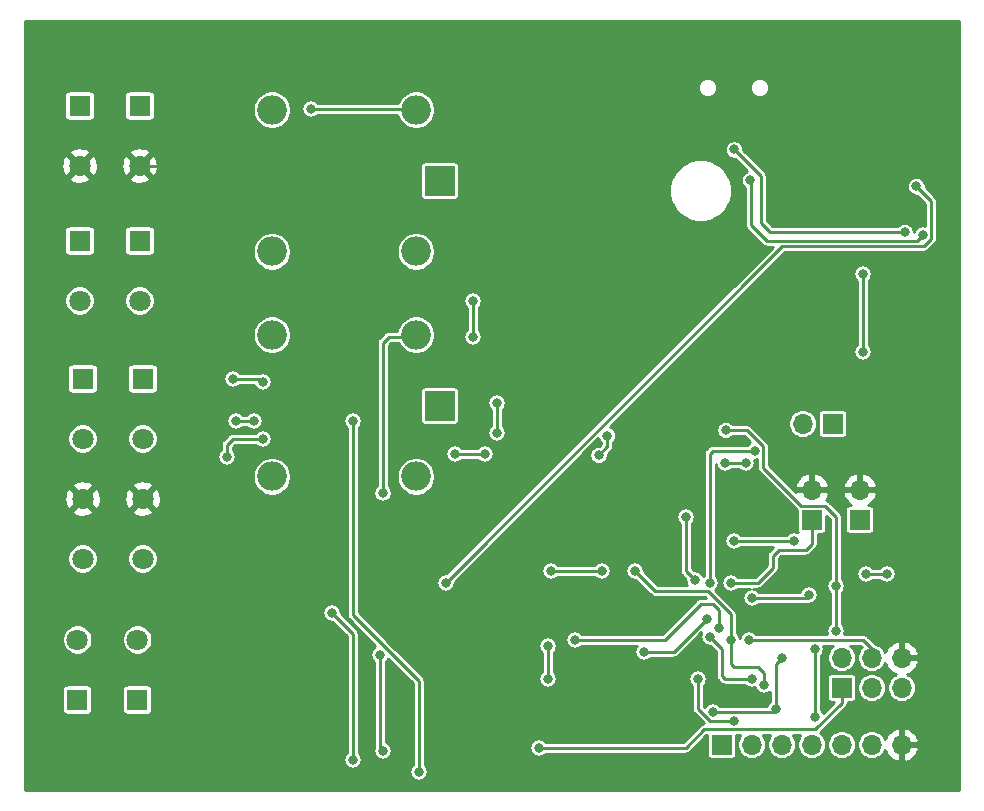
<source format=gbr>
%TF.GenerationSoftware,KiCad,Pcbnew,(5.1.6)-1*%
%TF.CreationDate,2021-01-04T09:58:51-07:00*%
%TF.ProjectId,R107 AC Controller,52313037-2041-4432-9043-6f6e74726f6c,rev?*%
%TF.SameCoordinates,Original*%
%TF.FileFunction,Copper,L2,Bot*%
%TF.FilePolarity,Positive*%
%FSLAX46Y46*%
G04 Gerber Fmt 4.6, Leading zero omitted, Abs format (unit mm)*
G04 Created by KiCad (PCBNEW (5.1.6)-1) date 2021-01-04 09:58:51*
%MOMM*%
%LPD*%
G01*
G04 APERTURE LIST*
%TA.AperFunction,ComponentPad*%
%ADD10C,1.800000*%
%TD*%
%TA.AperFunction,ComponentPad*%
%ADD11R,1.800000X1.800000*%
%TD*%
%TA.AperFunction,ComponentPad*%
%ADD12O,2.500000X2.500000*%
%TD*%
%TA.AperFunction,ComponentPad*%
%ADD13R,2.500000X2.500000*%
%TD*%
%TA.AperFunction,ComponentPad*%
%ADD14O,1.700000X1.700000*%
%TD*%
%TA.AperFunction,ComponentPad*%
%ADD15R,1.700000X1.700000*%
%TD*%
%TA.AperFunction,ViaPad*%
%ADD16C,0.800000*%
%TD*%
%TA.AperFunction,Conductor*%
%ADD17C,0.250000*%
%TD*%
%TA.AperFunction,Conductor*%
%ADD18C,0.254000*%
%TD*%
G04 APERTURE END LIST*
D10*
%TO.P,J4,4*%
%TO.N,+5V*%
X133604000Y-65024000D03*
X138684000Y-65024000D03*
%TO.P,J4,3*%
%TO.N,GND*%
X138684000Y-59944000D03*
X133604000Y-59944000D03*
%TO.P,J4,2*%
%TO.N,/TEMP_SETTING*%
X133604000Y-54864000D03*
X138684000Y-54864000D03*
D11*
%TO.P,J4,1*%
%TO.N,/ON_OFF*%
X138684000Y-49784000D03*
X133604000Y-49784000D03*
%TD*%
D10*
%TO.P,J5,2*%
%TO.N,Net-(FB2-Pad1)*%
X133146800Y-71882000D03*
X138226800Y-71882000D03*
D11*
%TO.P,J5,1*%
%TO.N,Net-(FB1-Pad1)*%
X133146800Y-76962000D03*
X138226800Y-76962000D03*
%TD*%
D10*
%TO.P,J2,2*%
%TO.N,/BLOWER*%
X138430000Y-43180000D03*
X133350000Y-43180000D03*
D11*
%TO.P,J2,1*%
%TO.N,/COMPRESSOR*%
X138430000Y-38100000D03*
X133350000Y-38100000D03*
%TD*%
D10*
%TO.P,J1,2*%
%TO.N,GND*%
X138430000Y-31750000D03*
X133350000Y-31750000D03*
D11*
%TO.P,J1,1*%
%TO.N,+12V*%
X138430000Y-26670000D03*
X133350000Y-26670000D03*
%TD*%
D12*
%TO.P,K2,5*%
%TO.N,+5V*%
X161830000Y-58070000D03*
%TO.P,K2,4*%
%TO.N,Net-(K2-Pad4)*%
X149630000Y-58070000D03*
%TO.P,K2,3*%
%TO.N,/BLOWER*%
X149630000Y-46070000D03*
%TO.P,K2,2*%
%TO.N,Net-(D3-Pad2)*%
X161830000Y-46070000D03*
D13*
%TO.P,K2,1*%
%TO.N,+12V*%
X163830000Y-52070000D03*
%TD*%
D12*
%TO.P,K1,5*%
%TO.N,+5V*%
X161830000Y-39020000D03*
%TO.P,K1,4*%
%TO.N,Net-(K1-Pad4)*%
X149630000Y-39020000D03*
%TO.P,K1,3*%
%TO.N,/COMPRESSOR*%
X149630000Y-27020000D03*
%TO.P,K1,2*%
%TO.N,Net-(D2-Pad2)*%
X161830000Y-27020000D03*
D13*
%TO.P,K1,1*%
%TO.N,+12V*%
X163830000Y-33020000D03*
%TD*%
D14*
%TO.P,JP3,2*%
%TO.N,GND*%
X195326000Y-59182000D03*
D15*
%TO.P,JP3,1*%
%TO.N,Net-(JP3-Pad1)*%
X195326000Y-61722000D03*
%TD*%
D14*
%TO.P,JP2,2*%
%TO.N,GND*%
X199390000Y-59182000D03*
D15*
%TO.P,JP2,1*%
%TO.N,Net-(JP2-Pad1)*%
X199390000Y-61722000D03*
%TD*%
D14*
%TO.P,JP1,2*%
%TO.N,Net-(JP1-Pad2)*%
X194564000Y-53594000D03*
D15*
%TO.P,JP1,1*%
%TO.N,Net-(JP1-Pad1)*%
X197104000Y-53594000D03*
%TD*%
D14*
%TO.P,J7,6*%
%TO.N,GND*%
X202946000Y-73406000D03*
%TO.P,J7,5*%
%TO.N,/RESET*%
X202946000Y-75946000D03*
%TO.P,J7,4*%
%TO.N,/MOSI*%
X200406000Y-73406000D03*
%TO.P,J7,3*%
%TO.N,/SCK*%
X200406000Y-75946000D03*
%TO.P,J7,2*%
%TO.N,+5V*%
X197866000Y-73406000D03*
D15*
%TO.P,J7,1*%
%TO.N,/MISO*%
X197866000Y-75946000D03*
%TD*%
D14*
%TO.P,J3,7*%
%TO.N,GND*%
X202946000Y-80772000D03*
%TO.P,J3,6*%
%TO.N,/ACC_IO*%
X200406000Y-80772000D03*
%TO.P,J3,5*%
%TO.N,/TEMP_SETTING*%
X197866000Y-80772000D03*
%TO.P,J3,4*%
%TO.N,/BLOWER_CTRL*%
X195326000Y-80772000D03*
%TO.P,J3,3*%
%TO.N,/ON_OFF*%
X192786000Y-80772000D03*
%TO.P,J3,2*%
%TO.N,/COMPRESSOR_CTRL*%
X190246000Y-80772000D03*
D15*
%TO.P,J3,1*%
%TO.N,+5V*%
X187706000Y-80772000D03*
%TD*%
D16*
%TO.N,GND*%
X190500000Y-69342000D03*
X194818000Y-71120000D03*
X153416000Y-59944000D03*
X152654000Y-58928000D03*
X152654000Y-57404000D03*
X153416000Y-56388000D03*
X154940000Y-56388000D03*
X154940000Y-58420000D03*
X155194000Y-60198000D03*
X161290000Y-61214000D03*
X173228000Y-69342000D03*
X177292000Y-69596000D03*
X179832000Y-78740000D03*
X179832000Y-77216000D03*
X179832000Y-75438000D03*
X178816000Y-74168000D03*
X179425600Y-26619200D03*
X179425600Y-24130000D03*
X179425600Y-21742400D03*
X176326800Y-21742400D03*
X173532800Y-21742400D03*
X170789600Y-21793200D03*
X167894000Y-21793200D03*
X164998400Y-21844000D03*
X162560000Y-21742400D03*
X160324800Y-21793200D03*
X157276800Y-21793200D03*
X196291200Y-22250400D03*
X199186800Y-22352000D03*
X201828400Y-22352000D03*
X204419200Y-22352000D03*
X206756000Y-23876000D03*
X206654400Y-26771600D03*
X206654400Y-29870400D03*
X206806800Y-32918400D03*
X206705200Y-36880800D03*
X206705200Y-40436800D03*
X206654400Y-44399200D03*
X206654400Y-47244000D03*
X206603600Y-50038000D03*
X206552800Y-52679600D03*
X206552800Y-55575200D03*
X206552800Y-58826400D03*
X206552800Y-61722000D03*
X206552800Y-65125600D03*
X206451200Y-68681600D03*
X206552800Y-71882000D03*
X206552800Y-75641200D03*
X206552800Y-78740000D03*
X206552800Y-81432400D03*
X205587600Y-83515200D03*
X202488800Y-83515200D03*
X199593200Y-83515200D03*
X196951600Y-83515200D03*
X193446400Y-83515200D03*
X180644800Y-33680400D03*
X180594000Y-35458400D03*
X176428400Y-35560000D03*
X175006000Y-33172400D03*
X175056800Y-28092400D03*
X171602400Y-27533600D03*
X167284400Y-27127200D03*
X164846000Y-24942800D03*
X182372000Y-39420800D03*
X182372000Y-41960800D03*
X183438800Y-44043600D03*
X187452000Y-46990000D03*
X168554400Y-69189600D03*
X165760400Y-70510400D03*
X150063200Y-80060800D03*
X150063200Y-82397600D03*
X146964400Y-83210400D03*
X142189200Y-82854800D03*
X142189200Y-79959200D03*
X142189200Y-77063600D03*
X131521200Y-82346800D03*
X130149600Y-72694800D03*
X130200400Y-68529200D03*
X134924800Y-68630800D03*
X138633200Y-68681600D03*
X143052800Y-68580000D03*
X146761200Y-68529200D03*
X151180800Y-68681600D03*
X130251200Y-64008000D03*
X130251200Y-59385200D03*
X130352800Y-54406800D03*
X130251200Y-50342800D03*
X130454400Y-46228000D03*
X136296400Y-46482000D03*
X141376400Y-46685200D03*
X145592800Y-46939200D03*
X142748000Y-51765200D03*
X130606800Y-41097200D03*
X130454400Y-34950400D03*
X130352800Y-29413200D03*
X130505200Y-24790400D03*
X131673600Y-21488400D03*
X135534400Y-21437600D03*
X139344400Y-21539200D03*
X147015200Y-32461200D03*
X150012400Y-33782000D03*
X147218400Y-36576000D03*
X143916400Y-38963600D03*
X177165000Y-58801000D03*
X179832000Y-59817000D03*
X182118000Y-60833000D03*
X179451000Y-62484000D03*
X176276000Y-62865000D03*
X172847000Y-62865000D03*
X170815000Y-62865000D03*
%TO.N,+5V*%
X145796000Y-56388000D03*
X148844000Y-54864000D03*
X181102000Y-72898000D03*
X186436000Y-70104000D03*
%TO.N,Net-(C4-Pad1)*%
X172974000Y-72390000D03*
X172974000Y-75184000D03*
%TO.N,+3V3*%
X164338000Y-67056000D03*
X204192999Y-33504999D03*
%TO.N,/RESET*%
X190246000Y-68326000D03*
X195072000Y-68072000D03*
%TO.N,Net-(D2-Pad2)*%
X152908000Y-26924000D03*
%TO.N,/SCK*%
X192278000Y-77724000D03*
X192786000Y-73406000D03*
X186948653Y-77973347D03*
%TO.N,/TC_CS*%
X187452000Y-70866000D03*
X175260000Y-71882000D03*
%TO.N,/ACC_IO*%
X199898000Y-66294000D03*
X201676000Y-66294000D03*
%TO.N,/ON_OFF*%
X190246000Y-75184000D03*
X186690000Y-71628000D03*
X146304000Y-49784000D03*
X148844000Y-50038000D03*
X156464000Y-53340000D03*
X162052000Y-83058000D03*
%TO.N,/TEMP_SETTING*%
X197358000Y-67310000D03*
X197358000Y-71120000D03*
X195580000Y-72644000D03*
X195580000Y-78449000D03*
X167640000Y-56134000D03*
X165100000Y-56134000D03*
X148082000Y-53340000D03*
X146558000Y-53340000D03*
X188045000Y-54152800D03*
X178003200Y-54610000D03*
X177292000Y-56235600D03*
%TO.N,/COMPRESSOR_CTRL*%
X188722000Y-78740000D03*
X185674000Y-75184000D03*
X154686000Y-69596000D03*
X156464000Y-82042000D03*
%TO.N,/BLOWER_CTRL*%
X191262000Y-75692000D03*
X188468000Y-71882000D03*
X173228000Y-66040000D03*
X177546000Y-66040000D03*
X180340000Y-66040000D03*
%TO.N,Net-(J6-Pad3)*%
X203200000Y-37375000D03*
X188772800Y-30378400D03*
%TO.N,Net-(J6-Pad2)*%
X204724000Y-37592000D03*
X190144400Y-32969200D03*
%TO.N,/MOSI*%
X189992000Y-71882000D03*
%TO.N,/MISO*%
X158750000Y-73152000D03*
X159004000Y-81280000D03*
X172212000Y-81026000D03*
%TO.N,Net-(JP1-Pad1)*%
X185420000Y-66802000D03*
X184658000Y-61468000D03*
X187960000Y-56896000D03*
X189738000Y-56896000D03*
%TO.N,Net-(JP2-Pad1)*%
X188722000Y-63500000D03*
X193802000Y-63500000D03*
%TO.N,/TX*%
X199644000Y-40894000D03*
X199644000Y-47498000D03*
%TO.N,Net-(D3-Pad2)*%
X159008653Y-59440653D03*
%TO.N,Net-(D4-Pad1)*%
X166624000Y-43180000D03*
X166624000Y-46228000D03*
X168656000Y-51816000D03*
X168656000Y-54356000D03*
%TO.N,Net-(JP1-Pad2)*%
X186690000Y-67056000D03*
X190500000Y-55880000D03*
%TO.N,Net-(JP3-Pad1)*%
X188468000Y-67056000D03*
%TD*%
D17*
%TO.N,GND*%
X190500000Y-69342000D02*
X192278000Y-71120000D01*
X192278000Y-71120000D02*
X194818000Y-71120000D01*
X153416000Y-59944000D02*
X153416000Y-59690000D01*
X153416000Y-59690000D02*
X152654000Y-58928000D01*
X152654000Y-57404000D02*
X152654000Y-57150000D01*
X152654000Y-57150000D02*
X153416000Y-56388000D01*
X154940000Y-56388000D02*
X154940000Y-58420000D01*
X179832000Y-78740000D02*
X179832000Y-77216000D01*
X179832000Y-75438000D02*
X179832000Y-75184000D01*
X179832000Y-75184000D02*
X178816000Y-74168000D01*
X179425600Y-26619200D02*
X179425600Y-24130000D01*
X179425600Y-21742400D02*
X176326800Y-21742400D01*
X173532800Y-21742400D02*
X170840400Y-21742400D01*
X170840400Y-21742400D02*
X170789600Y-21793200D01*
X167894000Y-21793200D02*
X165049200Y-21793200D01*
X165049200Y-21793200D02*
X164998400Y-21844000D01*
X162560000Y-21742400D02*
X160375600Y-21742400D01*
X160375600Y-21742400D02*
X160324800Y-21793200D01*
X157276800Y-21793200D02*
X159308800Y-23825200D01*
X196291200Y-22250400D02*
X199085200Y-22250400D01*
X199085200Y-22250400D02*
X199186800Y-22352000D01*
X201828400Y-22352000D02*
X204419200Y-22352000D01*
X206756000Y-23876000D02*
X206756000Y-26670000D01*
X206756000Y-26670000D02*
X206654400Y-26771600D01*
X206806800Y-32918400D02*
X206806800Y-36779200D01*
X206806800Y-36779200D02*
X206705200Y-36880800D01*
X206705200Y-40436800D02*
X206705200Y-44348400D01*
X206705200Y-44348400D02*
X206654400Y-44399200D01*
X206654400Y-47244000D02*
X206654400Y-49987200D01*
X206654400Y-49987200D02*
X206603600Y-50038000D01*
X206603600Y-50038000D02*
X206603600Y-52628800D01*
X206603600Y-52628800D02*
X206552800Y-52679600D01*
X206552800Y-58826400D02*
X206552800Y-61722000D01*
X206552800Y-65125600D02*
X206552800Y-68580000D01*
X206552800Y-68580000D02*
X206451200Y-68681600D01*
X206552800Y-71882000D02*
X206552800Y-75641200D01*
X206552800Y-78740000D02*
X206552800Y-81432400D01*
X205587600Y-83515200D02*
X202488800Y-83515200D01*
X199593200Y-83515200D02*
X196951600Y-83515200D01*
X180644800Y-33680400D02*
X180644800Y-35407600D01*
X180644800Y-35407600D02*
X180594000Y-35458400D01*
X176428400Y-35560000D02*
X175006000Y-34137600D01*
X175006000Y-34137600D02*
X175006000Y-33172400D01*
X175056800Y-28092400D02*
X174498000Y-27533600D01*
X174498000Y-27533600D02*
X171602400Y-27533600D01*
X167284400Y-27127200D02*
X165100000Y-24942800D01*
X165100000Y-24942800D02*
X164846000Y-24942800D01*
X182372000Y-39420800D02*
X182372000Y-41960800D01*
X182372000Y-41960800D02*
X182372000Y-42976800D01*
X182372000Y-42976800D02*
X183438800Y-44043600D01*
X168554400Y-69189600D02*
X167233600Y-70510400D01*
X167233600Y-70510400D02*
X165760400Y-70510400D01*
X150063200Y-80060800D02*
X150063200Y-82397600D01*
X146964400Y-83210400D02*
X142544800Y-83210400D01*
X142544800Y-83210400D02*
X142189200Y-82854800D01*
X142189200Y-79959200D02*
X142189200Y-77063600D01*
X131368800Y-82194400D02*
X131521200Y-82346800D01*
X130149600Y-72694800D02*
X130149600Y-68580000D01*
X130149600Y-68580000D02*
X130200400Y-68529200D01*
X134924800Y-68630800D02*
X138582400Y-68630800D01*
X138582400Y-68630800D02*
X138633200Y-68681600D01*
X143052800Y-68580000D02*
X146710400Y-68580000D01*
X146710400Y-68580000D02*
X146761200Y-68529200D01*
X130200400Y-68529200D02*
X130200400Y-64058800D01*
X130200400Y-64058800D02*
X130251200Y-64008000D01*
X130251200Y-59385200D02*
X130251200Y-54508400D01*
X130251200Y-54508400D02*
X130352800Y-54406800D01*
X130251200Y-50342800D02*
X130251200Y-46431200D01*
X130251200Y-46431200D02*
X130454400Y-46228000D01*
X136296400Y-46482000D02*
X141173200Y-46482000D01*
X141173200Y-46482000D02*
X141376400Y-46685200D01*
X145592800Y-46939200D02*
X142748000Y-49784000D01*
X142748000Y-49784000D02*
X142748000Y-51765200D01*
X130606800Y-41097200D02*
X130606800Y-35102800D01*
X130606800Y-35102800D02*
X130454400Y-34950400D01*
X130352800Y-29413200D02*
X130352800Y-24942800D01*
X130352800Y-24942800D02*
X130505200Y-24790400D01*
X131673600Y-21488400D02*
X135483600Y-21488400D01*
X135483600Y-21488400D02*
X135534400Y-21437600D01*
X138430000Y-31750000D02*
X146304000Y-31750000D01*
X146304000Y-31750000D02*
X147015200Y-32461200D01*
X150012400Y-33782000D02*
X147218400Y-36576000D01*
X177165000Y-58801000D02*
X178181000Y-59817000D01*
X178181000Y-59817000D02*
X179832000Y-59817000D01*
X182118000Y-60833000D02*
X180467000Y-62484000D01*
X180467000Y-62484000D02*
X179451000Y-62484000D01*
X176276000Y-62865000D02*
X172847000Y-62865000D01*
%TO.N,+5V*%
X145796000Y-56388000D02*
X145796000Y-55372000D01*
X145796000Y-55372000D02*
X146304000Y-54864000D01*
X146304000Y-54864000D02*
X148844000Y-54864000D01*
X181102000Y-72898000D02*
X183642000Y-72898000D01*
X183642000Y-72898000D02*
X186436000Y-70104000D01*
%TO.N,Net-(C4-Pad1)*%
X172974000Y-72390000D02*
X172974000Y-75184000D01*
%TO.N,+3V3*%
X204838992Y-38550010D02*
X205449001Y-37940001D01*
X205449001Y-37940001D02*
X205449001Y-34761001D01*
X164338000Y-67056000D02*
X192843990Y-38550010D01*
X192843990Y-38550010D02*
X204838992Y-38550010D01*
X205449001Y-34761001D02*
X204216000Y-33528000D01*
X204216000Y-33528000D02*
X204192999Y-33504999D01*
%TO.N,/RESET*%
X190246000Y-68326000D02*
X194818000Y-68326000D01*
X194818000Y-68326000D02*
X195072000Y-68072000D01*
%TO.N,Net-(D2-Pad2)*%
X152908000Y-26924000D02*
X162052000Y-26924000D01*
%TO.N,/SCK*%
X192278000Y-77724000D02*
X192278000Y-73914000D01*
X192278000Y-73914000D02*
X192786000Y-73406000D01*
X192028653Y-77973347D02*
X192278000Y-77724000D01*
X186948653Y-77973347D02*
X192028653Y-77973347D01*
%TO.N,/TC_CS*%
X187452000Y-70866000D02*
X187452000Y-69342000D01*
X187452000Y-69342000D02*
X186944000Y-68834000D01*
X186944000Y-68834000D02*
X185928000Y-68834000D01*
X185928000Y-68834000D02*
X182880000Y-71882000D01*
X182880000Y-71882000D02*
X175260000Y-71882000D01*
%TO.N,/ACC_IO*%
X199898000Y-66294000D02*
X201676000Y-66294000D01*
%TO.N,/ON_OFF*%
X190246000Y-75184000D02*
X187960000Y-75184000D01*
X187960000Y-75184000D02*
X187706000Y-74930000D01*
X187706000Y-74930000D02*
X187706000Y-72644000D01*
X187706000Y-72644000D02*
X186690000Y-71628000D01*
X146304000Y-49784000D02*
X148590000Y-49784000D01*
X148590000Y-49784000D02*
X148844000Y-50038000D01*
X162052000Y-75380998D02*
X162052000Y-83058000D01*
X156464000Y-53340000D02*
X156464000Y-69792998D01*
X156464000Y-69792998D02*
X162052000Y-75380998D01*
%TO.N,/TEMP_SETTING*%
X197358000Y-67310000D02*
X197358000Y-71120000D01*
X195580000Y-72644000D02*
X195580000Y-78449000D01*
X197358000Y-67310000D02*
X197358000Y-65786000D01*
X197358000Y-65786000D02*
X197358000Y-61468998D01*
X197358000Y-61468998D02*
X196436001Y-60546999D01*
X167640000Y-56134000D02*
X165100000Y-56134000D01*
X148082000Y-53340000D02*
X146558000Y-53340000D01*
X194439199Y-60546999D02*
X191225001Y-57332801D01*
X196436001Y-60546999D02*
X194439199Y-60546999D01*
X191225001Y-57332801D02*
X191225001Y-55531999D01*
X191225001Y-55531999D02*
X189845802Y-54152800D01*
X189845802Y-54152800D02*
X188045000Y-54152800D01*
X178003200Y-54610000D02*
X178003200Y-55524400D01*
X178003200Y-55524400D02*
X177292000Y-56235600D01*
%TO.N,/COMPRESSOR_CTRL*%
X188722000Y-78740000D02*
X186944000Y-78740000D01*
X186944000Y-78740000D02*
X186690000Y-78740000D01*
X186690000Y-78740000D02*
X185674000Y-77724000D01*
X185674000Y-77724000D02*
X185674000Y-75184000D01*
X154686000Y-69596000D02*
X156464000Y-71374000D01*
X156464000Y-71374000D02*
X156464000Y-82042000D01*
%TO.N,/BLOWER_CTRL*%
X191262000Y-75692000D02*
X191262000Y-74676000D01*
X191262000Y-74676000D02*
X190754000Y-74168000D01*
X190754000Y-74168000D02*
X188722000Y-74168000D01*
X188722000Y-74168000D02*
X188468000Y-73914000D01*
X188468000Y-73914000D02*
X188468000Y-71882000D01*
X173228000Y-66040000D02*
X177546000Y-66040000D01*
X188468000Y-69721590D02*
X188468000Y-71882000D01*
X186527411Y-67781001D02*
X188468000Y-69721590D01*
X182081001Y-67781001D02*
X186527411Y-67781001D01*
X180340000Y-66040000D02*
X182081001Y-67781001D01*
%TO.N,Net-(J6-Pad3)*%
X191008000Y-36576000D02*
X191807000Y-37375000D01*
X191807000Y-37375000D02*
X203200000Y-37375000D01*
X191008000Y-36576000D02*
X191008000Y-32664400D01*
X191008000Y-32664400D02*
X191008000Y-32613600D01*
X191008000Y-32613600D02*
X188772800Y-30378400D01*
%TO.N,Net-(J6-Pad2)*%
X190209000Y-36793000D02*
X191516000Y-38100000D01*
X191516000Y-38100000D02*
X204216000Y-38100000D01*
X204216000Y-38100000D02*
X204724000Y-37592000D01*
X190209000Y-36793000D02*
X190209000Y-33033800D01*
X190209000Y-33033800D02*
X190144400Y-32969200D01*
%TO.N,/MOSI*%
X189992000Y-71882000D02*
X199644000Y-71882000D01*
X199644000Y-71882000D02*
X200406000Y-72644000D01*
X200406000Y-72644000D02*
X200406000Y-73406000D01*
%TO.N,/MISO*%
X158750000Y-73152000D02*
X158750000Y-81026000D01*
X158750000Y-81026000D02*
X159004000Y-81280000D01*
X172212000Y-81026000D02*
X183896000Y-81026000D01*
X183896000Y-81026000D02*
X184404000Y-81026000D01*
X184404000Y-81026000D02*
X184658000Y-81026000D01*
X195637001Y-79465001D02*
X197866000Y-77236002D01*
X184658000Y-81026000D02*
X186218999Y-79465001D01*
X186218999Y-79465001D02*
X195637001Y-79465001D01*
X197866000Y-77236002D02*
X197866000Y-76200000D01*
%TO.N,Net-(JP1-Pad1)*%
X185420000Y-66802000D02*
X184658000Y-66040000D01*
X184658000Y-66040000D02*
X184658000Y-61468000D01*
X187960000Y-56896000D02*
X189738000Y-56896000D01*
%TO.N,Net-(JP2-Pad1)*%
X188722000Y-63500000D02*
X193802000Y-63500000D01*
%TO.N,/TX*%
X199644000Y-40894000D02*
X199644000Y-47498000D01*
%TO.N,Net-(D3-Pad2)*%
X159512000Y-46228000D02*
X161798000Y-46228000D01*
X159008653Y-46731347D02*
X159512000Y-46228000D01*
X159008653Y-59440653D02*
X159008653Y-46731347D01*
%TO.N,Net-(D4-Pad1)*%
X166624000Y-43180000D02*
X166624000Y-46228000D01*
X168656000Y-51816000D02*
X168656000Y-54356000D01*
%TO.N,Net-(JP1-Pad2)*%
X186690000Y-67056000D02*
X186690000Y-56134000D01*
X186690000Y-56134000D02*
X186944000Y-55880000D01*
X186944000Y-55880000D02*
X190500000Y-55880000D01*
%TO.N,Net-(JP3-Pad1)*%
X188468000Y-67056000D02*
X190754000Y-67056000D01*
X190754000Y-67056000D02*
X192024000Y-65786000D01*
X192024000Y-65786000D02*
X192024000Y-64770000D01*
X192024000Y-64770000D02*
X192278000Y-64516000D01*
X192278000Y-64516000D02*
X192532000Y-64262000D01*
X192532000Y-64262000D02*
X194818000Y-64262000D01*
X194818000Y-64262000D02*
X195326000Y-63754000D01*
X195326000Y-63754000D02*
X195326000Y-61722000D01*
%TD*%
D18*
%TO.N,GND*%
G36*
X207824001Y-84634000D02*
G01*
X128726000Y-84634000D01*
X128726000Y-76062000D01*
X131863957Y-76062000D01*
X131863957Y-77862000D01*
X131871313Y-77936689D01*
X131893099Y-78008508D01*
X131928478Y-78074696D01*
X131976089Y-78132711D01*
X132034104Y-78180322D01*
X132100292Y-78215701D01*
X132172111Y-78237487D01*
X132246800Y-78244843D01*
X134046800Y-78244843D01*
X134121489Y-78237487D01*
X134193308Y-78215701D01*
X134259496Y-78180322D01*
X134317511Y-78132711D01*
X134365122Y-78074696D01*
X134400501Y-78008508D01*
X134422287Y-77936689D01*
X134429643Y-77862000D01*
X134429643Y-76062000D01*
X136943957Y-76062000D01*
X136943957Y-77862000D01*
X136951313Y-77936689D01*
X136973099Y-78008508D01*
X137008478Y-78074696D01*
X137056089Y-78132711D01*
X137114104Y-78180322D01*
X137180292Y-78215701D01*
X137252111Y-78237487D01*
X137326800Y-78244843D01*
X139126800Y-78244843D01*
X139201489Y-78237487D01*
X139273308Y-78215701D01*
X139339496Y-78180322D01*
X139397511Y-78132711D01*
X139445122Y-78074696D01*
X139480501Y-78008508D01*
X139502287Y-77936689D01*
X139509643Y-77862000D01*
X139509643Y-76062000D01*
X139502287Y-75987311D01*
X139480501Y-75915492D01*
X139445122Y-75849304D01*
X139397511Y-75791289D01*
X139339496Y-75743678D01*
X139273308Y-75708299D01*
X139201489Y-75686513D01*
X139126800Y-75679157D01*
X137326800Y-75679157D01*
X137252111Y-75686513D01*
X137180292Y-75708299D01*
X137114104Y-75743678D01*
X137056089Y-75791289D01*
X137008478Y-75849304D01*
X136973099Y-75915492D01*
X136951313Y-75987311D01*
X136943957Y-76062000D01*
X134429643Y-76062000D01*
X134422287Y-75987311D01*
X134400501Y-75915492D01*
X134365122Y-75849304D01*
X134317511Y-75791289D01*
X134259496Y-75743678D01*
X134193308Y-75708299D01*
X134121489Y-75686513D01*
X134046800Y-75679157D01*
X132246800Y-75679157D01*
X132172111Y-75686513D01*
X132100292Y-75708299D01*
X132034104Y-75743678D01*
X131976089Y-75791289D01*
X131928478Y-75849304D01*
X131893099Y-75915492D01*
X131871313Y-75987311D01*
X131863957Y-76062000D01*
X128726000Y-76062000D01*
X128726000Y-71755833D01*
X131865800Y-71755833D01*
X131865800Y-72008167D01*
X131915028Y-72255654D01*
X132011593Y-72488781D01*
X132151782Y-72698590D01*
X132330210Y-72877018D01*
X132540019Y-73017207D01*
X132773146Y-73113772D01*
X133020633Y-73163000D01*
X133272967Y-73163000D01*
X133520454Y-73113772D01*
X133753581Y-73017207D01*
X133963390Y-72877018D01*
X134141818Y-72698590D01*
X134282007Y-72488781D01*
X134378572Y-72255654D01*
X134427800Y-72008167D01*
X134427800Y-71755833D01*
X136945800Y-71755833D01*
X136945800Y-72008167D01*
X136995028Y-72255654D01*
X137091593Y-72488781D01*
X137231782Y-72698590D01*
X137410210Y-72877018D01*
X137620019Y-73017207D01*
X137853146Y-73113772D01*
X138100633Y-73163000D01*
X138352967Y-73163000D01*
X138600454Y-73113772D01*
X138833581Y-73017207D01*
X139043390Y-72877018D01*
X139221818Y-72698590D01*
X139362007Y-72488781D01*
X139458572Y-72255654D01*
X139507800Y-72008167D01*
X139507800Y-71755833D01*
X139458572Y-71508346D01*
X139362007Y-71275219D01*
X139221818Y-71065410D01*
X139043390Y-70886982D01*
X138833581Y-70746793D01*
X138600454Y-70650228D01*
X138352967Y-70601000D01*
X138100633Y-70601000D01*
X137853146Y-70650228D01*
X137620019Y-70746793D01*
X137410210Y-70886982D01*
X137231782Y-71065410D01*
X137091593Y-71275219D01*
X136995028Y-71508346D01*
X136945800Y-71755833D01*
X134427800Y-71755833D01*
X134378572Y-71508346D01*
X134282007Y-71275219D01*
X134141818Y-71065410D01*
X133963390Y-70886982D01*
X133753581Y-70746793D01*
X133520454Y-70650228D01*
X133272967Y-70601000D01*
X133020633Y-70601000D01*
X132773146Y-70650228D01*
X132540019Y-70746793D01*
X132330210Y-70886982D01*
X132151782Y-71065410D01*
X132011593Y-71275219D01*
X131915028Y-71508346D01*
X131865800Y-71755833D01*
X128726000Y-71755833D01*
X128726000Y-69519078D01*
X153905000Y-69519078D01*
X153905000Y-69672922D01*
X153935013Y-69823809D01*
X153993887Y-69965942D01*
X154079358Y-70093859D01*
X154188141Y-70202642D01*
X154316058Y-70288113D01*
X154458191Y-70346987D01*
X154609078Y-70377000D01*
X154751409Y-70377000D01*
X155958000Y-71583592D01*
X155958001Y-81443498D01*
X155857358Y-81544141D01*
X155771887Y-81672058D01*
X155713013Y-81814191D01*
X155683000Y-81965078D01*
X155683000Y-82118922D01*
X155713013Y-82269809D01*
X155771887Y-82411942D01*
X155857358Y-82539859D01*
X155966141Y-82648642D01*
X156094058Y-82734113D01*
X156236191Y-82792987D01*
X156387078Y-82823000D01*
X156540922Y-82823000D01*
X156691809Y-82792987D01*
X156833942Y-82734113D01*
X156961859Y-82648642D01*
X157070642Y-82539859D01*
X157156113Y-82411942D01*
X157214987Y-82269809D01*
X157245000Y-82118922D01*
X157245000Y-81965078D01*
X157214987Y-81814191D01*
X157156113Y-81672058D01*
X157070642Y-81544141D01*
X156970000Y-81443499D01*
X156970000Y-71398854D01*
X156972448Y-71374000D01*
X156962678Y-71274807D01*
X156933745Y-71179425D01*
X156907868Y-71131013D01*
X156886759Y-71091521D01*
X156823527Y-71014473D01*
X156804220Y-70998628D01*
X155467000Y-69661409D01*
X155467000Y-69519078D01*
X155436987Y-69368191D01*
X155378113Y-69226058D01*
X155292642Y-69098141D01*
X155183859Y-68989358D01*
X155055942Y-68903887D01*
X154913809Y-68845013D01*
X154762922Y-68815000D01*
X154609078Y-68815000D01*
X154458191Y-68845013D01*
X154316058Y-68903887D01*
X154188141Y-68989358D01*
X154079358Y-69098141D01*
X153993887Y-69226058D01*
X153935013Y-69368191D01*
X153905000Y-69519078D01*
X128726000Y-69519078D01*
X128726000Y-64897833D01*
X132323000Y-64897833D01*
X132323000Y-65150167D01*
X132372228Y-65397654D01*
X132468793Y-65630781D01*
X132608982Y-65840590D01*
X132787410Y-66019018D01*
X132997219Y-66159207D01*
X133230346Y-66255772D01*
X133477833Y-66305000D01*
X133730167Y-66305000D01*
X133977654Y-66255772D01*
X134210781Y-66159207D01*
X134420590Y-66019018D01*
X134599018Y-65840590D01*
X134739207Y-65630781D01*
X134835772Y-65397654D01*
X134885000Y-65150167D01*
X134885000Y-64897833D01*
X137403000Y-64897833D01*
X137403000Y-65150167D01*
X137452228Y-65397654D01*
X137548793Y-65630781D01*
X137688982Y-65840590D01*
X137867410Y-66019018D01*
X138077219Y-66159207D01*
X138310346Y-66255772D01*
X138557833Y-66305000D01*
X138810167Y-66305000D01*
X139057654Y-66255772D01*
X139290781Y-66159207D01*
X139500590Y-66019018D01*
X139679018Y-65840590D01*
X139819207Y-65630781D01*
X139915772Y-65397654D01*
X139965000Y-65150167D01*
X139965000Y-64897833D01*
X139915772Y-64650346D01*
X139819207Y-64417219D01*
X139679018Y-64207410D01*
X139500590Y-64028982D01*
X139290781Y-63888793D01*
X139057654Y-63792228D01*
X138810167Y-63743000D01*
X138557833Y-63743000D01*
X138310346Y-63792228D01*
X138077219Y-63888793D01*
X137867410Y-64028982D01*
X137688982Y-64207410D01*
X137548793Y-64417219D01*
X137452228Y-64650346D01*
X137403000Y-64897833D01*
X134885000Y-64897833D01*
X134835772Y-64650346D01*
X134739207Y-64417219D01*
X134599018Y-64207410D01*
X134420590Y-64028982D01*
X134210781Y-63888793D01*
X133977654Y-63792228D01*
X133730167Y-63743000D01*
X133477833Y-63743000D01*
X133230346Y-63792228D01*
X132997219Y-63888793D01*
X132787410Y-64028982D01*
X132608982Y-64207410D01*
X132468793Y-64417219D01*
X132372228Y-64650346D01*
X132323000Y-64897833D01*
X128726000Y-64897833D01*
X128726000Y-61008080D01*
X132719525Y-61008080D01*
X132803208Y-61262261D01*
X133075775Y-61393158D01*
X133368642Y-61468365D01*
X133670553Y-61484991D01*
X133969907Y-61442397D01*
X134255199Y-61342222D01*
X134404792Y-61262261D01*
X134488475Y-61008080D01*
X137799525Y-61008080D01*
X137883208Y-61262261D01*
X138155775Y-61393158D01*
X138448642Y-61468365D01*
X138750553Y-61484991D01*
X139049907Y-61442397D01*
X139335199Y-61342222D01*
X139484792Y-61262261D01*
X139568475Y-61008080D01*
X138684000Y-60123605D01*
X137799525Y-61008080D01*
X134488475Y-61008080D01*
X133604000Y-60123605D01*
X132719525Y-61008080D01*
X128726000Y-61008080D01*
X128726000Y-60010553D01*
X132063009Y-60010553D01*
X132105603Y-60309907D01*
X132205778Y-60595199D01*
X132285739Y-60744792D01*
X132539920Y-60828475D01*
X133424395Y-59944000D01*
X133783605Y-59944000D01*
X134668080Y-60828475D01*
X134922261Y-60744792D01*
X135053158Y-60472225D01*
X135128365Y-60179358D01*
X135137660Y-60010553D01*
X137143009Y-60010553D01*
X137185603Y-60309907D01*
X137285778Y-60595199D01*
X137365739Y-60744792D01*
X137619920Y-60828475D01*
X138504395Y-59944000D01*
X138863605Y-59944000D01*
X139748080Y-60828475D01*
X140002261Y-60744792D01*
X140133158Y-60472225D01*
X140208365Y-60179358D01*
X140224991Y-59877447D01*
X140182397Y-59578093D01*
X140082222Y-59292801D01*
X140002261Y-59143208D01*
X139748080Y-59059525D01*
X138863605Y-59944000D01*
X138504395Y-59944000D01*
X137619920Y-59059525D01*
X137365739Y-59143208D01*
X137234842Y-59415775D01*
X137159635Y-59708642D01*
X137143009Y-60010553D01*
X135137660Y-60010553D01*
X135144991Y-59877447D01*
X135102397Y-59578093D01*
X135002222Y-59292801D01*
X134922261Y-59143208D01*
X134668080Y-59059525D01*
X133783605Y-59944000D01*
X133424395Y-59944000D01*
X132539920Y-59059525D01*
X132285739Y-59143208D01*
X132154842Y-59415775D01*
X132079635Y-59708642D01*
X132063009Y-60010553D01*
X128726000Y-60010553D01*
X128726000Y-58879920D01*
X132719525Y-58879920D01*
X133604000Y-59764395D01*
X134488475Y-58879920D01*
X137799525Y-58879920D01*
X138684000Y-59764395D01*
X139568475Y-58879920D01*
X139484792Y-58625739D01*
X139212225Y-58494842D01*
X138919358Y-58419635D01*
X138617447Y-58403009D01*
X138318093Y-58445603D01*
X138032801Y-58545778D01*
X137883208Y-58625739D01*
X137799525Y-58879920D01*
X134488475Y-58879920D01*
X134404792Y-58625739D01*
X134132225Y-58494842D01*
X133839358Y-58419635D01*
X133537447Y-58403009D01*
X133238093Y-58445603D01*
X132952801Y-58545778D01*
X132803208Y-58625739D01*
X132719525Y-58879920D01*
X128726000Y-58879920D01*
X128726000Y-57909360D01*
X147999000Y-57909360D01*
X147999000Y-58230640D01*
X148061678Y-58545745D01*
X148184626Y-58842568D01*
X148363119Y-59109702D01*
X148590298Y-59336881D01*
X148857432Y-59515374D01*
X149154255Y-59638322D01*
X149469360Y-59701000D01*
X149790640Y-59701000D01*
X150105745Y-59638322D01*
X150402568Y-59515374D01*
X150669702Y-59336881D01*
X150896881Y-59109702D01*
X151075374Y-58842568D01*
X151198322Y-58545745D01*
X151261000Y-58230640D01*
X151261000Y-57909360D01*
X151198322Y-57594255D01*
X151075374Y-57297432D01*
X150896881Y-57030298D01*
X150669702Y-56803119D01*
X150402568Y-56624626D01*
X150105745Y-56501678D01*
X149790640Y-56439000D01*
X149469360Y-56439000D01*
X149154255Y-56501678D01*
X148857432Y-56624626D01*
X148590298Y-56803119D01*
X148363119Y-57030298D01*
X148184626Y-57297432D01*
X148061678Y-57594255D01*
X147999000Y-57909360D01*
X128726000Y-57909360D01*
X128726000Y-56311078D01*
X145015000Y-56311078D01*
X145015000Y-56464922D01*
X145045013Y-56615809D01*
X145103887Y-56757942D01*
X145189358Y-56885859D01*
X145298141Y-56994642D01*
X145426058Y-57080113D01*
X145568191Y-57138987D01*
X145719078Y-57169000D01*
X145872922Y-57169000D01*
X146023809Y-57138987D01*
X146165942Y-57080113D01*
X146293859Y-56994642D01*
X146402642Y-56885859D01*
X146488113Y-56757942D01*
X146546987Y-56615809D01*
X146577000Y-56464922D01*
X146577000Y-56311078D01*
X146546987Y-56160191D01*
X146488113Y-56018058D01*
X146402642Y-55890141D01*
X146302000Y-55789499D01*
X146302000Y-55581591D01*
X146513592Y-55370000D01*
X148245499Y-55370000D01*
X148346141Y-55470642D01*
X148474058Y-55556113D01*
X148616191Y-55614987D01*
X148767078Y-55645000D01*
X148920922Y-55645000D01*
X149071809Y-55614987D01*
X149213942Y-55556113D01*
X149341859Y-55470642D01*
X149450642Y-55361859D01*
X149536113Y-55233942D01*
X149594987Y-55091809D01*
X149625000Y-54940922D01*
X149625000Y-54787078D01*
X149594987Y-54636191D01*
X149536113Y-54494058D01*
X149450642Y-54366141D01*
X149341859Y-54257358D01*
X149213942Y-54171887D01*
X149071809Y-54113013D01*
X148920922Y-54083000D01*
X148767078Y-54083000D01*
X148616191Y-54113013D01*
X148474058Y-54171887D01*
X148346141Y-54257358D01*
X148245499Y-54358000D01*
X146328845Y-54358000D01*
X146303999Y-54355553D01*
X146279153Y-54358000D01*
X146279146Y-54358000D01*
X146214694Y-54364348D01*
X146204806Y-54365322D01*
X146182607Y-54372056D01*
X146109425Y-54394255D01*
X146021521Y-54441241D01*
X145944473Y-54504473D01*
X145928628Y-54523780D01*
X145455780Y-54996629D01*
X145436474Y-55012473D01*
X145373242Y-55089521D01*
X145363906Y-55106987D01*
X145326255Y-55177426D01*
X145297322Y-55272808D01*
X145287553Y-55372000D01*
X145290001Y-55396856D01*
X145290001Y-55789498D01*
X145189358Y-55890141D01*
X145103887Y-56018058D01*
X145045013Y-56160191D01*
X145015000Y-56311078D01*
X128726000Y-56311078D01*
X128726000Y-54737833D01*
X132323000Y-54737833D01*
X132323000Y-54990167D01*
X132372228Y-55237654D01*
X132468793Y-55470781D01*
X132608982Y-55680590D01*
X132787410Y-55859018D01*
X132997219Y-55999207D01*
X133230346Y-56095772D01*
X133477833Y-56145000D01*
X133730167Y-56145000D01*
X133977654Y-56095772D01*
X134210781Y-55999207D01*
X134420590Y-55859018D01*
X134599018Y-55680590D01*
X134739207Y-55470781D01*
X134835772Y-55237654D01*
X134885000Y-54990167D01*
X134885000Y-54737833D01*
X137403000Y-54737833D01*
X137403000Y-54990167D01*
X137452228Y-55237654D01*
X137548793Y-55470781D01*
X137688982Y-55680590D01*
X137867410Y-55859018D01*
X138077219Y-55999207D01*
X138310346Y-56095772D01*
X138557833Y-56145000D01*
X138810167Y-56145000D01*
X139057654Y-56095772D01*
X139290781Y-55999207D01*
X139500590Y-55859018D01*
X139679018Y-55680590D01*
X139819207Y-55470781D01*
X139915772Y-55237654D01*
X139965000Y-54990167D01*
X139965000Y-54737833D01*
X139915772Y-54490346D01*
X139819207Y-54257219D01*
X139679018Y-54047410D01*
X139500590Y-53868982D01*
X139290781Y-53728793D01*
X139057654Y-53632228D01*
X138810167Y-53583000D01*
X138557833Y-53583000D01*
X138310346Y-53632228D01*
X138077219Y-53728793D01*
X137867410Y-53868982D01*
X137688982Y-54047410D01*
X137548793Y-54257219D01*
X137452228Y-54490346D01*
X137403000Y-54737833D01*
X134885000Y-54737833D01*
X134835772Y-54490346D01*
X134739207Y-54257219D01*
X134599018Y-54047410D01*
X134420590Y-53868982D01*
X134210781Y-53728793D01*
X133977654Y-53632228D01*
X133730167Y-53583000D01*
X133477833Y-53583000D01*
X133230346Y-53632228D01*
X132997219Y-53728793D01*
X132787410Y-53868982D01*
X132608982Y-54047410D01*
X132468793Y-54257219D01*
X132372228Y-54490346D01*
X132323000Y-54737833D01*
X128726000Y-54737833D01*
X128726000Y-53263078D01*
X145777000Y-53263078D01*
X145777000Y-53416922D01*
X145807013Y-53567809D01*
X145865887Y-53709942D01*
X145951358Y-53837859D01*
X146060141Y-53946642D01*
X146188058Y-54032113D01*
X146330191Y-54090987D01*
X146481078Y-54121000D01*
X146634922Y-54121000D01*
X146785809Y-54090987D01*
X146927942Y-54032113D01*
X147055859Y-53946642D01*
X147156501Y-53846000D01*
X147483499Y-53846000D01*
X147584141Y-53946642D01*
X147712058Y-54032113D01*
X147854191Y-54090987D01*
X148005078Y-54121000D01*
X148158922Y-54121000D01*
X148309809Y-54090987D01*
X148451942Y-54032113D01*
X148579859Y-53946642D01*
X148688642Y-53837859D01*
X148774113Y-53709942D01*
X148832987Y-53567809D01*
X148863000Y-53416922D01*
X148863000Y-53263078D01*
X155683000Y-53263078D01*
X155683000Y-53416922D01*
X155713013Y-53567809D01*
X155771887Y-53709942D01*
X155857358Y-53837859D01*
X155958000Y-53938501D01*
X155958001Y-69768142D01*
X155955553Y-69792998D01*
X155965322Y-69892190D01*
X155994255Y-69987572D01*
X155994256Y-69987573D01*
X156041242Y-70075477D01*
X156104474Y-70152525D01*
X156123781Y-70168370D01*
X158404976Y-72449565D01*
X158380058Y-72459887D01*
X158252141Y-72545358D01*
X158143358Y-72654141D01*
X158057887Y-72782058D01*
X157999013Y-72924191D01*
X157969000Y-73075078D01*
X157969000Y-73228922D01*
X157999013Y-73379809D01*
X158057887Y-73521942D01*
X158143358Y-73649859D01*
X158244000Y-73750501D01*
X158244001Y-81001144D01*
X158241553Y-81026000D01*
X158247073Y-81082052D01*
X158223000Y-81203078D01*
X158223000Y-81356922D01*
X158253013Y-81507809D01*
X158311887Y-81649942D01*
X158397358Y-81777859D01*
X158506141Y-81886642D01*
X158634058Y-81972113D01*
X158776191Y-82030987D01*
X158927078Y-82061000D01*
X159080922Y-82061000D01*
X159231809Y-82030987D01*
X159373942Y-81972113D01*
X159501859Y-81886642D01*
X159610642Y-81777859D01*
X159696113Y-81649942D01*
X159754987Y-81507809D01*
X159785000Y-81356922D01*
X159785000Y-81203078D01*
X159754987Y-81052191D01*
X159696113Y-80910058D01*
X159610642Y-80782141D01*
X159501859Y-80673358D01*
X159373942Y-80587887D01*
X159256000Y-80539033D01*
X159256000Y-73750501D01*
X159356642Y-73649859D01*
X159442113Y-73521942D01*
X159452434Y-73497024D01*
X161546000Y-75590590D01*
X161546001Y-82459498D01*
X161445358Y-82560141D01*
X161359887Y-82688058D01*
X161301013Y-82830191D01*
X161271000Y-82981078D01*
X161271000Y-83134922D01*
X161301013Y-83285809D01*
X161359887Y-83427942D01*
X161445358Y-83555859D01*
X161554141Y-83664642D01*
X161682058Y-83750113D01*
X161824191Y-83808987D01*
X161975078Y-83839000D01*
X162128922Y-83839000D01*
X162279809Y-83808987D01*
X162421942Y-83750113D01*
X162549859Y-83664642D01*
X162658642Y-83555859D01*
X162744113Y-83427942D01*
X162802987Y-83285809D01*
X162833000Y-83134922D01*
X162833000Y-82981078D01*
X162802987Y-82830191D01*
X162744113Y-82688058D01*
X162658642Y-82560141D01*
X162558000Y-82459499D01*
X162558000Y-80949078D01*
X171431000Y-80949078D01*
X171431000Y-81102922D01*
X171461013Y-81253809D01*
X171519887Y-81395942D01*
X171605358Y-81523859D01*
X171714141Y-81632642D01*
X171842058Y-81718113D01*
X171984191Y-81776987D01*
X172135078Y-81807000D01*
X172288922Y-81807000D01*
X172439809Y-81776987D01*
X172581942Y-81718113D01*
X172709859Y-81632642D01*
X172810501Y-81532000D01*
X184633154Y-81532000D01*
X184658000Y-81534447D01*
X184682846Y-81532000D01*
X184682854Y-81532000D01*
X184757193Y-81524678D01*
X184852575Y-81495745D01*
X184940479Y-81448759D01*
X185017527Y-81385527D01*
X185033376Y-81366215D01*
X186428591Y-79971001D01*
X186473157Y-79971001D01*
X186473157Y-81622000D01*
X186480513Y-81696689D01*
X186502299Y-81768508D01*
X186537678Y-81834696D01*
X186585289Y-81892711D01*
X186643304Y-81940322D01*
X186709492Y-81975701D01*
X186781311Y-81997487D01*
X186856000Y-82004843D01*
X188556000Y-82004843D01*
X188630689Y-81997487D01*
X188702508Y-81975701D01*
X188768696Y-81940322D01*
X188826711Y-81892711D01*
X188874322Y-81834696D01*
X188909701Y-81768508D01*
X188931487Y-81696689D01*
X188938843Y-81622000D01*
X188938843Y-79971001D01*
X189306102Y-79971001D01*
X189289820Y-79987283D01*
X189155102Y-80188903D01*
X189062307Y-80412931D01*
X189015000Y-80650757D01*
X189015000Y-80893243D01*
X189062307Y-81131069D01*
X189155102Y-81355097D01*
X189289820Y-81556717D01*
X189461283Y-81728180D01*
X189662903Y-81862898D01*
X189886931Y-81955693D01*
X190124757Y-82003000D01*
X190367243Y-82003000D01*
X190605069Y-81955693D01*
X190829097Y-81862898D01*
X191030717Y-81728180D01*
X191202180Y-81556717D01*
X191336898Y-81355097D01*
X191429693Y-81131069D01*
X191477000Y-80893243D01*
X191477000Y-80650757D01*
X191429693Y-80412931D01*
X191336898Y-80188903D01*
X191202180Y-79987283D01*
X191185898Y-79971001D01*
X191846102Y-79971001D01*
X191829820Y-79987283D01*
X191695102Y-80188903D01*
X191602307Y-80412931D01*
X191555000Y-80650757D01*
X191555000Y-80893243D01*
X191602307Y-81131069D01*
X191695102Y-81355097D01*
X191829820Y-81556717D01*
X192001283Y-81728180D01*
X192202903Y-81862898D01*
X192426931Y-81955693D01*
X192664757Y-82003000D01*
X192907243Y-82003000D01*
X193145069Y-81955693D01*
X193369097Y-81862898D01*
X193570717Y-81728180D01*
X193742180Y-81556717D01*
X193876898Y-81355097D01*
X193969693Y-81131069D01*
X194017000Y-80893243D01*
X194017000Y-80650757D01*
X193969693Y-80412931D01*
X193876898Y-80188903D01*
X193742180Y-79987283D01*
X193725898Y-79971001D01*
X194386102Y-79971001D01*
X194369820Y-79987283D01*
X194235102Y-80188903D01*
X194142307Y-80412931D01*
X194095000Y-80650757D01*
X194095000Y-80893243D01*
X194142307Y-81131069D01*
X194235102Y-81355097D01*
X194369820Y-81556717D01*
X194541283Y-81728180D01*
X194742903Y-81862898D01*
X194966931Y-81955693D01*
X195204757Y-82003000D01*
X195447243Y-82003000D01*
X195685069Y-81955693D01*
X195909097Y-81862898D01*
X196110717Y-81728180D01*
X196282180Y-81556717D01*
X196416898Y-81355097D01*
X196509693Y-81131069D01*
X196557000Y-80893243D01*
X196557000Y-80650757D01*
X196635000Y-80650757D01*
X196635000Y-80893243D01*
X196682307Y-81131069D01*
X196775102Y-81355097D01*
X196909820Y-81556717D01*
X197081283Y-81728180D01*
X197282903Y-81862898D01*
X197506931Y-81955693D01*
X197744757Y-82003000D01*
X197987243Y-82003000D01*
X198225069Y-81955693D01*
X198449097Y-81862898D01*
X198650717Y-81728180D01*
X198822180Y-81556717D01*
X198956898Y-81355097D01*
X199049693Y-81131069D01*
X199097000Y-80893243D01*
X199097000Y-80650757D01*
X199175000Y-80650757D01*
X199175000Y-80893243D01*
X199222307Y-81131069D01*
X199315102Y-81355097D01*
X199449820Y-81556717D01*
X199621283Y-81728180D01*
X199822903Y-81862898D01*
X200046931Y-81955693D01*
X200284757Y-82003000D01*
X200527243Y-82003000D01*
X200765069Y-81955693D01*
X200989097Y-81862898D01*
X201190717Y-81728180D01*
X201362180Y-81556717D01*
X201496898Y-81355097D01*
X201544228Y-81240832D01*
X201601843Y-81403252D01*
X201750822Y-81653355D01*
X201945731Y-81869588D01*
X202179080Y-82043641D01*
X202441901Y-82168825D01*
X202589110Y-82213476D01*
X202819000Y-82092155D01*
X202819000Y-80899000D01*
X203073000Y-80899000D01*
X203073000Y-82092155D01*
X203302890Y-82213476D01*
X203450099Y-82168825D01*
X203712920Y-82043641D01*
X203946269Y-81869588D01*
X204141178Y-81653355D01*
X204290157Y-81403252D01*
X204387481Y-81128891D01*
X204266814Y-80899000D01*
X203073000Y-80899000D01*
X202819000Y-80899000D01*
X202799000Y-80899000D01*
X202799000Y-80645000D01*
X202819000Y-80645000D01*
X202819000Y-79451845D01*
X203073000Y-79451845D01*
X203073000Y-80645000D01*
X204266814Y-80645000D01*
X204387481Y-80415109D01*
X204290157Y-80140748D01*
X204141178Y-79890645D01*
X203946269Y-79674412D01*
X203712920Y-79500359D01*
X203450099Y-79375175D01*
X203302890Y-79330524D01*
X203073000Y-79451845D01*
X202819000Y-79451845D01*
X202589110Y-79330524D01*
X202441901Y-79375175D01*
X202179080Y-79500359D01*
X201945731Y-79674412D01*
X201750822Y-79890645D01*
X201601843Y-80140748D01*
X201544228Y-80303168D01*
X201496898Y-80188903D01*
X201362180Y-79987283D01*
X201190717Y-79815820D01*
X200989097Y-79681102D01*
X200765069Y-79588307D01*
X200527243Y-79541000D01*
X200284757Y-79541000D01*
X200046931Y-79588307D01*
X199822903Y-79681102D01*
X199621283Y-79815820D01*
X199449820Y-79987283D01*
X199315102Y-80188903D01*
X199222307Y-80412931D01*
X199175000Y-80650757D01*
X199097000Y-80650757D01*
X199049693Y-80412931D01*
X198956898Y-80188903D01*
X198822180Y-79987283D01*
X198650717Y-79815820D01*
X198449097Y-79681102D01*
X198225069Y-79588307D01*
X197987243Y-79541000D01*
X197744757Y-79541000D01*
X197506931Y-79588307D01*
X197282903Y-79681102D01*
X197081283Y-79815820D01*
X196909820Y-79987283D01*
X196775102Y-80188903D01*
X196682307Y-80412931D01*
X196635000Y-80650757D01*
X196557000Y-80650757D01*
X196509693Y-80412931D01*
X196416898Y-80188903D01*
X196282180Y-79987283D01*
X196110717Y-79815820D01*
X196045410Y-79772183D01*
X198206220Y-77611374D01*
X198225527Y-77595529D01*
X198288759Y-77518481D01*
X198335745Y-77430577D01*
X198364678Y-77335195D01*
X198372000Y-77260856D01*
X198372000Y-77260855D01*
X198374448Y-77236002D01*
X198372000Y-77211148D01*
X198372000Y-77178843D01*
X198716000Y-77178843D01*
X198790689Y-77171487D01*
X198862508Y-77149701D01*
X198928696Y-77114322D01*
X198986711Y-77066711D01*
X199034322Y-77008696D01*
X199069701Y-76942508D01*
X199091487Y-76870689D01*
X199098843Y-76796000D01*
X199098843Y-75824757D01*
X199175000Y-75824757D01*
X199175000Y-76067243D01*
X199222307Y-76305069D01*
X199315102Y-76529097D01*
X199449820Y-76730717D01*
X199621283Y-76902180D01*
X199822903Y-77036898D01*
X200046931Y-77129693D01*
X200284757Y-77177000D01*
X200527243Y-77177000D01*
X200765069Y-77129693D01*
X200989097Y-77036898D01*
X201190717Y-76902180D01*
X201362180Y-76730717D01*
X201496898Y-76529097D01*
X201589693Y-76305069D01*
X201637000Y-76067243D01*
X201637000Y-75824757D01*
X201589693Y-75586931D01*
X201496898Y-75362903D01*
X201362180Y-75161283D01*
X201190717Y-74989820D01*
X200989097Y-74855102D01*
X200765069Y-74762307D01*
X200527243Y-74715000D01*
X200284757Y-74715000D01*
X200046931Y-74762307D01*
X199822903Y-74855102D01*
X199621283Y-74989820D01*
X199449820Y-75161283D01*
X199315102Y-75362903D01*
X199222307Y-75586931D01*
X199175000Y-75824757D01*
X199098843Y-75824757D01*
X199098843Y-75096000D01*
X199091487Y-75021311D01*
X199069701Y-74949492D01*
X199034322Y-74883304D01*
X198986711Y-74825289D01*
X198928696Y-74777678D01*
X198862508Y-74742299D01*
X198790689Y-74720513D01*
X198716000Y-74713157D01*
X197016000Y-74713157D01*
X196941311Y-74720513D01*
X196869492Y-74742299D01*
X196803304Y-74777678D01*
X196745289Y-74825289D01*
X196697678Y-74883304D01*
X196662299Y-74949492D01*
X196640513Y-75021311D01*
X196633157Y-75096000D01*
X196633157Y-76796000D01*
X196640513Y-76870689D01*
X196662299Y-76942508D01*
X196697678Y-77008696D01*
X196745289Y-77066711D01*
X196803304Y-77114322D01*
X196869492Y-77149701D01*
X196941311Y-77171487D01*
X197016000Y-77178843D01*
X197207567Y-77178843D01*
X196282434Y-78103976D01*
X196272113Y-78079058D01*
X196186642Y-77951141D01*
X196086000Y-77850499D01*
X196086000Y-73242501D01*
X196186642Y-73141859D01*
X196272113Y-73013942D01*
X196330987Y-72871809D01*
X196361000Y-72720922D01*
X196361000Y-72567078D01*
X196330987Y-72416191D01*
X196319310Y-72388000D01*
X197173803Y-72388000D01*
X197081283Y-72449820D01*
X196909820Y-72621283D01*
X196775102Y-72822903D01*
X196682307Y-73046931D01*
X196635000Y-73284757D01*
X196635000Y-73527243D01*
X196682307Y-73765069D01*
X196775102Y-73989097D01*
X196909820Y-74190717D01*
X197081283Y-74362180D01*
X197282903Y-74496898D01*
X197506931Y-74589693D01*
X197744757Y-74637000D01*
X197987243Y-74637000D01*
X198225069Y-74589693D01*
X198449097Y-74496898D01*
X198650717Y-74362180D01*
X198822180Y-74190717D01*
X198956898Y-73989097D01*
X199049693Y-73765069D01*
X199097000Y-73527243D01*
X199097000Y-73284757D01*
X199049693Y-73046931D01*
X198956898Y-72822903D01*
X198822180Y-72621283D01*
X198650717Y-72449820D01*
X198558197Y-72388000D01*
X199434409Y-72388000D01*
X199558756Y-72512347D01*
X199449820Y-72621283D01*
X199315102Y-72822903D01*
X199222307Y-73046931D01*
X199175000Y-73284757D01*
X199175000Y-73527243D01*
X199222307Y-73765069D01*
X199315102Y-73989097D01*
X199449820Y-74190717D01*
X199621283Y-74362180D01*
X199822903Y-74496898D01*
X200046931Y-74589693D01*
X200284757Y-74637000D01*
X200527243Y-74637000D01*
X200765069Y-74589693D01*
X200989097Y-74496898D01*
X201190717Y-74362180D01*
X201362180Y-74190717D01*
X201496898Y-73989097D01*
X201544228Y-73874832D01*
X201601843Y-74037252D01*
X201750822Y-74287355D01*
X201945731Y-74503588D01*
X202179080Y-74677641D01*
X202441901Y-74802825D01*
X202469154Y-74811091D01*
X202362903Y-74855102D01*
X202161283Y-74989820D01*
X201989820Y-75161283D01*
X201855102Y-75362903D01*
X201762307Y-75586931D01*
X201715000Y-75824757D01*
X201715000Y-76067243D01*
X201762307Y-76305069D01*
X201855102Y-76529097D01*
X201989820Y-76730717D01*
X202161283Y-76902180D01*
X202362903Y-77036898D01*
X202586931Y-77129693D01*
X202824757Y-77177000D01*
X203067243Y-77177000D01*
X203305069Y-77129693D01*
X203529097Y-77036898D01*
X203730717Y-76902180D01*
X203902180Y-76730717D01*
X204036898Y-76529097D01*
X204129693Y-76305069D01*
X204177000Y-76067243D01*
X204177000Y-75824757D01*
X204129693Y-75586931D01*
X204036898Y-75362903D01*
X203902180Y-75161283D01*
X203730717Y-74989820D01*
X203529097Y-74855102D01*
X203422846Y-74811091D01*
X203450099Y-74802825D01*
X203712920Y-74677641D01*
X203946269Y-74503588D01*
X204141178Y-74287355D01*
X204290157Y-74037252D01*
X204387481Y-73762891D01*
X204266814Y-73533000D01*
X203073000Y-73533000D01*
X203073000Y-73553000D01*
X202819000Y-73553000D01*
X202819000Y-73533000D01*
X202799000Y-73533000D01*
X202799000Y-73279000D01*
X202819000Y-73279000D01*
X202819000Y-72085845D01*
X203073000Y-72085845D01*
X203073000Y-73279000D01*
X204266814Y-73279000D01*
X204387481Y-73049109D01*
X204290157Y-72774748D01*
X204141178Y-72524645D01*
X203946269Y-72308412D01*
X203712920Y-72134359D01*
X203450099Y-72009175D01*
X203302890Y-71964524D01*
X203073000Y-72085845D01*
X202819000Y-72085845D01*
X202589110Y-71964524D01*
X202441901Y-72009175D01*
X202179080Y-72134359D01*
X201945731Y-72308412D01*
X201750822Y-72524645D01*
X201601843Y-72774748D01*
X201544228Y-72937168D01*
X201496898Y-72822903D01*
X201362180Y-72621283D01*
X201190717Y-72449820D01*
X200989097Y-72315102D01*
X200765069Y-72222307D01*
X200683717Y-72206125D01*
X200019376Y-71541785D01*
X200003527Y-71522473D01*
X199926479Y-71459241D01*
X199838575Y-71412255D01*
X199743193Y-71383322D01*
X199668854Y-71376000D01*
X199668846Y-71376000D01*
X199644000Y-71373553D01*
X199619154Y-71376000D01*
X198097310Y-71376000D01*
X198108987Y-71347809D01*
X198139000Y-71196922D01*
X198139000Y-71043078D01*
X198108987Y-70892191D01*
X198050113Y-70750058D01*
X197964642Y-70622141D01*
X197864000Y-70521499D01*
X197864000Y-67908501D01*
X197964642Y-67807859D01*
X198050113Y-67679942D01*
X198108987Y-67537809D01*
X198139000Y-67386922D01*
X198139000Y-67233078D01*
X198108987Y-67082191D01*
X198050113Y-66940058D01*
X197964642Y-66812141D01*
X197864000Y-66711499D01*
X197864000Y-66217078D01*
X199117000Y-66217078D01*
X199117000Y-66370922D01*
X199147013Y-66521809D01*
X199205887Y-66663942D01*
X199291358Y-66791859D01*
X199400141Y-66900642D01*
X199528058Y-66986113D01*
X199670191Y-67044987D01*
X199821078Y-67075000D01*
X199974922Y-67075000D01*
X200125809Y-67044987D01*
X200267942Y-66986113D01*
X200395859Y-66900642D01*
X200496501Y-66800000D01*
X201077499Y-66800000D01*
X201178141Y-66900642D01*
X201306058Y-66986113D01*
X201448191Y-67044987D01*
X201599078Y-67075000D01*
X201752922Y-67075000D01*
X201903809Y-67044987D01*
X202045942Y-66986113D01*
X202173859Y-66900642D01*
X202282642Y-66791859D01*
X202368113Y-66663942D01*
X202426987Y-66521809D01*
X202457000Y-66370922D01*
X202457000Y-66217078D01*
X202426987Y-66066191D01*
X202368113Y-65924058D01*
X202282642Y-65796141D01*
X202173859Y-65687358D01*
X202045942Y-65601887D01*
X201903809Y-65543013D01*
X201752922Y-65513000D01*
X201599078Y-65513000D01*
X201448191Y-65543013D01*
X201306058Y-65601887D01*
X201178141Y-65687358D01*
X201077499Y-65788000D01*
X200496501Y-65788000D01*
X200395859Y-65687358D01*
X200267942Y-65601887D01*
X200125809Y-65543013D01*
X199974922Y-65513000D01*
X199821078Y-65513000D01*
X199670191Y-65543013D01*
X199528058Y-65601887D01*
X199400141Y-65687358D01*
X199291358Y-65796141D01*
X199205887Y-65924058D01*
X199147013Y-66066191D01*
X199117000Y-66217078D01*
X197864000Y-66217078D01*
X197864000Y-61493843D01*
X197866447Y-61468997D01*
X197864000Y-61444151D01*
X197864000Y-61444144D01*
X197856678Y-61369805D01*
X197856376Y-61368807D01*
X197835273Y-61299241D01*
X197827745Y-61274423D01*
X197780759Y-61186519D01*
X197717527Y-61109471D01*
X197698220Y-61093626D01*
X196811377Y-60206784D01*
X196795528Y-60187472D01*
X196718480Y-60124240D01*
X196630576Y-60077254D01*
X196535194Y-60048321D01*
X196524299Y-60047248D01*
X196597641Y-59948920D01*
X196722825Y-59686099D01*
X196767476Y-59538890D01*
X197948524Y-59538890D01*
X197993175Y-59686099D01*
X198118359Y-59948920D01*
X198292412Y-60182269D01*
X198508645Y-60377178D01*
X198696633Y-60489157D01*
X198540000Y-60489157D01*
X198465311Y-60496513D01*
X198393492Y-60518299D01*
X198327304Y-60553678D01*
X198269289Y-60601289D01*
X198221678Y-60659304D01*
X198186299Y-60725492D01*
X198164513Y-60797311D01*
X198157157Y-60872000D01*
X198157157Y-62572000D01*
X198164513Y-62646689D01*
X198186299Y-62718508D01*
X198221678Y-62784696D01*
X198269289Y-62842711D01*
X198327304Y-62890322D01*
X198393492Y-62925701D01*
X198465311Y-62947487D01*
X198540000Y-62954843D01*
X200240000Y-62954843D01*
X200314689Y-62947487D01*
X200386508Y-62925701D01*
X200452696Y-62890322D01*
X200510711Y-62842711D01*
X200558322Y-62784696D01*
X200593701Y-62718508D01*
X200615487Y-62646689D01*
X200622843Y-62572000D01*
X200622843Y-60872000D01*
X200615487Y-60797311D01*
X200593701Y-60725492D01*
X200558322Y-60659304D01*
X200510711Y-60601289D01*
X200452696Y-60553678D01*
X200386508Y-60518299D01*
X200314689Y-60496513D01*
X200240000Y-60489157D01*
X200083367Y-60489157D01*
X200271355Y-60377178D01*
X200487588Y-60182269D01*
X200661641Y-59948920D01*
X200786825Y-59686099D01*
X200831476Y-59538890D01*
X200710155Y-59309000D01*
X199517000Y-59309000D01*
X199517000Y-59329000D01*
X199263000Y-59329000D01*
X199263000Y-59309000D01*
X198069845Y-59309000D01*
X197948524Y-59538890D01*
X196767476Y-59538890D01*
X196646155Y-59309000D01*
X195453000Y-59309000D01*
X195453000Y-59329000D01*
X195199000Y-59329000D01*
X195199000Y-59309000D01*
X194005845Y-59309000D01*
X193975083Y-59367291D01*
X193432902Y-58825110D01*
X193884524Y-58825110D01*
X194005845Y-59055000D01*
X195199000Y-59055000D01*
X195199000Y-57861186D01*
X195453000Y-57861186D01*
X195453000Y-59055000D01*
X196646155Y-59055000D01*
X196767476Y-58825110D01*
X197948524Y-58825110D01*
X198069845Y-59055000D01*
X199263000Y-59055000D01*
X199263000Y-57861186D01*
X199517000Y-57861186D01*
X199517000Y-59055000D01*
X200710155Y-59055000D01*
X200831476Y-58825110D01*
X200786825Y-58677901D01*
X200661641Y-58415080D01*
X200487588Y-58181731D01*
X200271355Y-57986822D01*
X200021252Y-57837843D01*
X199746891Y-57740519D01*
X199517000Y-57861186D01*
X199263000Y-57861186D01*
X199033109Y-57740519D01*
X198758748Y-57837843D01*
X198508645Y-57986822D01*
X198292412Y-58181731D01*
X198118359Y-58415080D01*
X197993175Y-58677901D01*
X197948524Y-58825110D01*
X196767476Y-58825110D01*
X196722825Y-58677901D01*
X196597641Y-58415080D01*
X196423588Y-58181731D01*
X196207355Y-57986822D01*
X195957252Y-57837843D01*
X195682891Y-57740519D01*
X195453000Y-57861186D01*
X195199000Y-57861186D01*
X194969109Y-57740519D01*
X194694748Y-57837843D01*
X194444645Y-57986822D01*
X194228412Y-58181731D01*
X194054359Y-58415080D01*
X193929175Y-58677901D01*
X193884524Y-58825110D01*
X193432902Y-58825110D01*
X191731001Y-57123210D01*
X191731001Y-55556853D01*
X191733449Y-55531999D01*
X191723679Y-55432806D01*
X191694746Y-55337424D01*
X191647760Y-55249520D01*
X191584528Y-55172472D01*
X191565221Y-55156627D01*
X190221178Y-53812585D01*
X190205329Y-53793273D01*
X190128281Y-53730041D01*
X190040377Y-53683055D01*
X189944995Y-53654122D01*
X189870656Y-53646800D01*
X189870648Y-53646800D01*
X189845802Y-53644353D01*
X189820956Y-53646800D01*
X188643501Y-53646800D01*
X188542859Y-53546158D01*
X188433007Y-53472757D01*
X193333000Y-53472757D01*
X193333000Y-53715243D01*
X193380307Y-53953069D01*
X193473102Y-54177097D01*
X193607820Y-54378717D01*
X193779283Y-54550180D01*
X193980903Y-54684898D01*
X194204931Y-54777693D01*
X194442757Y-54825000D01*
X194685243Y-54825000D01*
X194923069Y-54777693D01*
X195147097Y-54684898D01*
X195348717Y-54550180D01*
X195520180Y-54378717D01*
X195654898Y-54177097D01*
X195747693Y-53953069D01*
X195795000Y-53715243D01*
X195795000Y-53472757D01*
X195747693Y-53234931D01*
X195654898Y-53010903D01*
X195520180Y-52809283D01*
X195454897Y-52744000D01*
X195871157Y-52744000D01*
X195871157Y-54444000D01*
X195878513Y-54518689D01*
X195900299Y-54590508D01*
X195935678Y-54656696D01*
X195983289Y-54714711D01*
X196041304Y-54762322D01*
X196107492Y-54797701D01*
X196179311Y-54819487D01*
X196254000Y-54826843D01*
X197954000Y-54826843D01*
X198028689Y-54819487D01*
X198100508Y-54797701D01*
X198166696Y-54762322D01*
X198224711Y-54714711D01*
X198272322Y-54656696D01*
X198307701Y-54590508D01*
X198329487Y-54518689D01*
X198336843Y-54444000D01*
X198336843Y-52744000D01*
X198329487Y-52669311D01*
X198307701Y-52597492D01*
X198272322Y-52531304D01*
X198224711Y-52473289D01*
X198166696Y-52425678D01*
X198100508Y-52390299D01*
X198028689Y-52368513D01*
X197954000Y-52361157D01*
X196254000Y-52361157D01*
X196179311Y-52368513D01*
X196107492Y-52390299D01*
X196041304Y-52425678D01*
X195983289Y-52473289D01*
X195935678Y-52531304D01*
X195900299Y-52597492D01*
X195878513Y-52669311D01*
X195871157Y-52744000D01*
X195454897Y-52744000D01*
X195348717Y-52637820D01*
X195147097Y-52503102D01*
X194923069Y-52410307D01*
X194685243Y-52363000D01*
X194442757Y-52363000D01*
X194204931Y-52410307D01*
X193980903Y-52503102D01*
X193779283Y-52637820D01*
X193607820Y-52809283D01*
X193473102Y-53010903D01*
X193380307Y-53234931D01*
X193333000Y-53472757D01*
X188433007Y-53472757D01*
X188414942Y-53460687D01*
X188272809Y-53401813D01*
X188121922Y-53371800D01*
X187968078Y-53371800D01*
X187817191Y-53401813D01*
X187675058Y-53460687D01*
X187547141Y-53546158D01*
X187438358Y-53654941D01*
X187352887Y-53782858D01*
X187294013Y-53924991D01*
X187264000Y-54075878D01*
X187264000Y-54229722D01*
X187294013Y-54380609D01*
X187352887Y-54522742D01*
X187438358Y-54650659D01*
X187547141Y-54759442D01*
X187675058Y-54844913D01*
X187817191Y-54903787D01*
X187968078Y-54933800D01*
X188121922Y-54933800D01*
X188272809Y-54903787D01*
X188414942Y-54844913D01*
X188542859Y-54759442D01*
X188643501Y-54658800D01*
X189636211Y-54658800D01*
X190154976Y-55177566D01*
X190130058Y-55187887D01*
X190002141Y-55273358D01*
X189901499Y-55374000D01*
X186968845Y-55374000D01*
X186943999Y-55371553D01*
X186919153Y-55374000D01*
X186919146Y-55374000D01*
X186854694Y-55380348D01*
X186844806Y-55381322D01*
X186749425Y-55410255D01*
X186661521Y-55457241D01*
X186584473Y-55520473D01*
X186568624Y-55539785D01*
X186349781Y-55758628D01*
X186330474Y-55774473D01*
X186267242Y-55851521D01*
X186252020Y-55880000D01*
X186220255Y-55939426D01*
X186191322Y-56034808D01*
X186181553Y-56134000D01*
X186184001Y-56158856D01*
X186184000Y-66457499D01*
X186140620Y-66500879D01*
X186112113Y-66432058D01*
X186026642Y-66304141D01*
X185917859Y-66195358D01*
X185789942Y-66109887D01*
X185647809Y-66051013D01*
X185496922Y-66021000D01*
X185354591Y-66021000D01*
X185164000Y-65830409D01*
X185164000Y-62066501D01*
X185264642Y-61965859D01*
X185350113Y-61837942D01*
X185408987Y-61695809D01*
X185439000Y-61544922D01*
X185439000Y-61391078D01*
X185408987Y-61240191D01*
X185350113Y-61098058D01*
X185264642Y-60970141D01*
X185155859Y-60861358D01*
X185027942Y-60775887D01*
X184885809Y-60717013D01*
X184734922Y-60687000D01*
X184581078Y-60687000D01*
X184430191Y-60717013D01*
X184288058Y-60775887D01*
X184160141Y-60861358D01*
X184051358Y-60970141D01*
X183965887Y-61098058D01*
X183907013Y-61240191D01*
X183877000Y-61391078D01*
X183877000Y-61544922D01*
X183907013Y-61695809D01*
X183965887Y-61837942D01*
X184051358Y-61965859D01*
X184152001Y-62066502D01*
X184152000Y-66015154D01*
X184149553Y-66040000D01*
X184152000Y-66064846D01*
X184152000Y-66064853D01*
X184159322Y-66139192D01*
X184188255Y-66234574D01*
X184235241Y-66322479D01*
X184298473Y-66399527D01*
X184317785Y-66415376D01*
X184639000Y-66736591D01*
X184639000Y-66878922D01*
X184669013Y-67029809D01*
X184727887Y-67171942D01*
X184796748Y-67275001D01*
X182290593Y-67275001D01*
X181121000Y-66105409D01*
X181121000Y-65963078D01*
X181090987Y-65812191D01*
X181032113Y-65670058D01*
X180946642Y-65542141D01*
X180837859Y-65433358D01*
X180709942Y-65347887D01*
X180567809Y-65289013D01*
X180416922Y-65259000D01*
X180263078Y-65259000D01*
X180112191Y-65289013D01*
X179970058Y-65347887D01*
X179842141Y-65433358D01*
X179733358Y-65542141D01*
X179647887Y-65670058D01*
X179589013Y-65812191D01*
X179559000Y-65963078D01*
X179559000Y-66116922D01*
X179589013Y-66267809D01*
X179647887Y-66409942D01*
X179733358Y-66537859D01*
X179842141Y-66646642D01*
X179970058Y-66732113D01*
X180112191Y-66790987D01*
X180263078Y-66821000D01*
X180405409Y-66821000D01*
X181705629Y-68121221D01*
X181721474Y-68140528D01*
X181798522Y-68203760D01*
X181883305Y-68249078D01*
X181886426Y-68250746D01*
X181981807Y-68279679D01*
X181991695Y-68280653D01*
X182056147Y-68287001D01*
X182056154Y-68287001D01*
X182081000Y-68289448D01*
X182105846Y-68287001D01*
X186317820Y-68287001D01*
X186358819Y-68328000D01*
X185952854Y-68328000D01*
X185928000Y-68325552D01*
X185903146Y-68328000D01*
X185828807Y-68335322D01*
X185733425Y-68364255D01*
X185645521Y-68411241D01*
X185568473Y-68474473D01*
X185552628Y-68493780D01*
X182670409Y-71376000D01*
X175858501Y-71376000D01*
X175757859Y-71275358D01*
X175629942Y-71189887D01*
X175487809Y-71131013D01*
X175336922Y-71101000D01*
X175183078Y-71101000D01*
X175032191Y-71131013D01*
X174890058Y-71189887D01*
X174762141Y-71275358D01*
X174653358Y-71384141D01*
X174567887Y-71512058D01*
X174509013Y-71654191D01*
X174479000Y-71805078D01*
X174479000Y-71958922D01*
X174509013Y-72109809D01*
X174567887Y-72251942D01*
X174653358Y-72379859D01*
X174762141Y-72488642D01*
X174890058Y-72574113D01*
X175032191Y-72632987D01*
X175183078Y-72663000D01*
X175336922Y-72663000D01*
X175487809Y-72632987D01*
X175629942Y-72574113D01*
X175757859Y-72488642D01*
X175858501Y-72388000D01*
X180507499Y-72388000D01*
X180495358Y-72400141D01*
X180409887Y-72528058D01*
X180351013Y-72670191D01*
X180321000Y-72821078D01*
X180321000Y-72974922D01*
X180351013Y-73125809D01*
X180409887Y-73267942D01*
X180495358Y-73395859D01*
X180604141Y-73504642D01*
X180732058Y-73590113D01*
X180874191Y-73648987D01*
X181025078Y-73679000D01*
X181178922Y-73679000D01*
X181329809Y-73648987D01*
X181471942Y-73590113D01*
X181599859Y-73504642D01*
X181700501Y-73404000D01*
X183617154Y-73404000D01*
X183642000Y-73406447D01*
X183666846Y-73404000D01*
X183666854Y-73404000D01*
X183741193Y-73396678D01*
X183836575Y-73367745D01*
X183924479Y-73320759D01*
X184001527Y-73257527D01*
X184017376Y-73238215D01*
X185998598Y-71256993D01*
X185997887Y-71258058D01*
X185939013Y-71400191D01*
X185909000Y-71551078D01*
X185909000Y-71704922D01*
X185939013Y-71855809D01*
X185997887Y-71997942D01*
X186083358Y-72125859D01*
X186192141Y-72234642D01*
X186320058Y-72320113D01*
X186462191Y-72378987D01*
X186613078Y-72409000D01*
X186755409Y-72409000D01*
X187200001Y-72853593D01*
X187200000Y-74905154D01*
X187197553Y-74930000D01*
X187200000Y-74954846D01*
X187200000Y-74954853D01*
X187207322Y-75029192D01*
X187236255Y-75124574D01*
X187283241Y-75212479D01*
X187346473Y-75289527D01*
X187365785Y-75305376D01*
X187584624Y-75524215D01*
X187600473Y-75543527D01*
X187677521Y-75606759D01*
X187765425Y-75653745D01*
X187860806Y-75682678D01*
X187870694Y-75683652D01*
X187935146Y-75690000D01*
X187935153Y-75690000D01*
X187959999Y-75692447D01*
X187984845Y-75690000D01*
X189647499Y-75690000D01*
X189748141Y-75790642D01*
X189876058Y-75876113D01*
X190018191Y-75934987D01*
X190169078Y-75965000D01*
X190322922Y-75965000D01*
X190473809Y-75934987D01*
X190510970Y-75919594D01*
X190511013Y-75919809D01*
X190569887Y-76061942D01*
X190655358Y-76189859D01*
X190764141Y-76298642D01*
X190892058Y-76384113D01*
X191034191Y-76442987D01*
X191185078Y-76473000D01*
X191338922Y-76473000D01*
X191489809Y-76442987D01*
X191631942Y-76384113D01*
X191759859Y-76298642D01*
X191772000Y-76286501D01*
X191772000Y-77125499D01*
X191671358Y-77226141D01*
X191585887Y-77354058D01*
X191538961Y-77467347D01*
X187547154Y-77467347D01*
X187446512Y-77366705D01*
X187318595Y-77281234D01*
X187176462Y-77222360D01*
X187025575Y-77192347D01*
X186871731Y-77192347D01*
X186720844Y-77222360D01*
X186578711Y-77281234D01*
X186450794Y-77366705D01*
X186342011Y-77475488D01*
X186261529Y-77595938D01*
X186180000Y-77514409D01*
X186180000Y-75782501D01*
X186280642Y-75681859D01*
X186366113Y-75553942D01*
X186424987Y-75411809D01*
X186455000Y-75260922D01*
X186455000Y-75107078D01*
X186424987Y-74956191D01*
X186366113Y-74814058D01*
X186280642Y-74686141D01*
X186171859Y-74577358D01*
X186043942Y-74491887D01*
X185901809Y-74433013D01*
X185750922Y-74403000D01*
X185597078Y-74403000D01*
X185446191Y-74433013D01*
X185304058Y-74491887D01*
X185176141Y-74577358D01*
X185067358Y-74686141D01*
X184981887Y-74814058D01*
X184923013Y-74956191D01*
X184893000Y-75107078D01*
X184893000Y-75260922D01*
X184923013Y-75411809D01*
X184981887Y-75553942D01*
X185067358Y-75681859D01*
X185168001Y-75782502D01*
X185168000Y-77699154D01*
X185165553Y-77724000D01*
X185168000Y-77748846D01*
X185168000Y-77748853D01*
X185175322Y-77823192D01*
X185204255Y-77918574D01*
X185251241Y-78006479D01*
X185314473Y-78083527D01*
X185333785Y-78099376D01*
X186193475Y-78959067D01*
X186119806Y-78966323D01*
X186024424Y-78995256D01*
X185936520Y-79042242D01*
X185859472Y-79105474D01*
X185843628Y-79124780D01*
X184448409Y-80520000D01*
X172810501Y-80520000D01*
X172709859Y-80419358D01*
X172581942Y-80333887D01*
X172439809Y-80275013D01*
X172288922Y-80245000D01*
X172135078Y-80245000D01*
X171984191Y-80275013D01*
X171842058Y-80333887D01*
X171714141Y-80419358D01*
X171605358Y-80528141D01*
X171519887Y-80656058D01*
X171461013Y-80798191D01*
X171431000Y-80949078D01*
X162558000Y-80949078D01*
X162558000Y-75405843D01*
X162560447Y-75380997D01*
X162558000Y-75356151D01*
X162558000Y-75356144D01*
X162550678Y-75281805D01*
X162521745Y-75186423D01*
X162474759Y-75098519D01*
X162411527Y-75021471D01*
X162392220Y-75005626D01*
X159699672Y-72313078D01*
X172193000Y-72313078D01*
X172193000Y-72466922D01*
X172223013Y-72617809D01*
X172281887Y-72759942D01*
X172367358Y-72887859D01*
X172468000Y-72988501D01*
X172468001Y-74585498D01*
X172367358Y-74686141D01*
X172281887Y-74814058D01*
X172223013Y-74956191D01*
X172193000Y-75107078D01*
X172193000Y-75260922D01*
X172223013Y-75411809D01*
X172281887Y-75553942D01*
X172367358Y-75681859D01*
X172476141Y-75790642D01*
X172604058Y-75876113D01*
X172746191Y-75934987D01*
X172897078Y-75965000D01*
X173050922Y-75965000D01*
X173201809Y-75934987D01*
X173343942Y-75876113D01*
X173471859Y-75790642D01*
X173580642Y-75681859D01*
X173666113Y-75553942D01*
X173724987Y-75411809D01*
X173755000Y-75260922D01*
X173755000Y-75107078D01*
X173724987Y-74956191D01*
X173666113Y-74814058D01*
X173580642Y-74686141D01*
X173480000Y-74585499D01*
X173480000Y-72988501D01*
X173580642Y-72887859D01*
X173666113Y-72759942D01*
X173724987Y-72617809D01*
X173755000Y-72466922D01*
X173755000Y-72313078D01*
X173724987Y-72162191D01*
X173666113Y-72020058D01*
X173580642Y-71892141D01*
X173471859Y-71783358D01*
X173343942Y-71697887D01*
X173201809Y-71639013D01*
X173050922Y-71609000D01*
X172897078Y-71609000D01*
X172746191Y-71639013D01*
X172604058Y-71697887D01*
X172476141Y-71783358D01*
X172367358Y-71892141D01*
X172281887Y-72020058D01*
X172223013Y-72162191D01*
X172193000Y-72313078D01*
X159699672Y-72313078D01*
X156970000Y-69583407D01*
X156970000Y-66979078D01*
X163557000Y-66979078D01*
X163557000Y-67132922D01*
X163587013Y-67283809D01*
X163645887Y-67425942D01*
X163731358Y-67553859D01*
X163840141Y-67662642D01*
X163968058Y-67748113D01*
X164110191Y-67806987D01*
X164261078Y-67837000D01*
X164414922Y-67837000D01*
X164565809Y-67806987D01*
X164707942Y-67748113D01*
X164835859Y-67662642D01*
X164944642Y-67553859D01*
X165030113Y-67425942D01*
X165088987Y-67283809D01*
X165119000Y-67132922D01*
X165119000Y-66990591D01*
X166146513Y-65963078D01*
X172447000Y-65963078D01*
X172447000Y-66116922D01*
X172477013Y-66267809D01*
X172535887Y-66409942D01*
X172621358Y-66537859D01*
X172730141Y-66646642D01*
X172858058Y-66732113D01*
X173000191Y-66790987D01*
X173151078Y-66821000D01*
X173304922Y-66821000D01*
X173455809Y-66790987D01*
X173597942Y-66732113D01*
X173725859Y-66646642D01*
X173826501Y-66546000D01*
X176947499Y-66546000D01*
X177048141Y-66646642D01*
X177176058Y-66732113D01*
X177318191Y-66790987D01*
X177469078Y-66821000D01*
X177622922Y-66821000D01*
X177773809Y-66790987D01*
X177915942Y-66732113D01*
X178043859Y-66646642D01*
X178152642Y-66537859D01*
X178238113Y-66409942D01*
X178296987Y-66267809D01*
X178327000Y-66116922D01*
X178327000Y-65963078D01*
X178296987Y-65812191D01*
X178238113Y-65670058D01*
X178152642Y-65542141D01*
X178043859Y-65433358D01*
X177915942Y-65347887D01*
X177773809Y-65289013D01*
X177622922Y-65259000D01*
X177469078Y-65259000D01*
X177318191Y-65289013D01*
X177176058Y-65347887D01*
X177048141Y-65433358D01*
X176947499Y-65534000D01*
X173826501Y-65534000D01*
X173725859Y-65433358D01*
X173597942Y-65347887D01*
X173455809Y-65289013D01*
X173304922Y-65259000D01*
X173151078Y-65259000D01*
X173000191Y-65289013D01*
X172858058Y-65347887D01*
X172730141Y-65433358D01*
X172621358Y-65542141D01*
X172535887Y-65670058D01*
X172477013Y-65812191D01*
X172447000Y-65963078D01*
X166146513Y-65963078D01*
X177257945Y-54851647D01*
X177311087Y-54979942D01*
X177396558Y-55107859D01*
X177497201Y-55208502D01*
X177497201Y-55314807D01*
X177357408Y-55454600D01*
X177215078Y-55454600D01*
X177064191Y-55484613D01*
X176922058Y-55543487D01*
X176794141Y-55628958D01*
X176685358Y-55737741D01*
X176599887Y-55865658D01*
X176541013Y-56007791D01*
X176511000Y-56158678D01*
X176511000Y-56312522D01*
X176541013Y-56463409D01*
X176599887Y-56605542D01*
X176685358Y-56733459D01*
X176794141Y-56842242D01*
X176922058Y-56927713D01*
X177064191Y-56986587D01*
X177215078Y-57016600D01*
X177368922Y-57016600D01*
X177519809Y-56986587D01*
X177661942Y-56927713D01*
X177789859Y-56842242D01*
X177898642Y-56733459D01*
X177984113Y-56605542D01*
X178042987Y-56463409D01*
X178073000Y-56312522D01*
X178073000Y-56170192D01*
X178343420Y-55899772D01*
X178362727Y-55883927D01*
X178425959Y-55806879D01*
X178472945Y-55718975D01*
X178501878Y-55623593D01*
X178509200Y-55549254D01*
X178511648Y-55524400D01*
X178509200Y-55499546D01*
X178509200Y-55208501D01*
X178609842Y-55107859D01*
X178695313Y-54979942D01*
X178754187Y-54837809D01*
X178784200Y-54686922D01*
X178784200Y-54533078D01*
X178754187Y-54382191D01*
X178695313Y-54240058D01*
X178609842Y-54112141D01*
X178501059Y-54003358D01*
X178373142Y-53917887D01*
X178244847Y-53864745D01*
X191292514Y-40817078D01*
X198863000Y-40817078D01*
X198863000Y-40970922D01*
X198893013Y-41121809D01*
X198951887Y-41263942D01*
X199037358Y-41391859D01*
X199138000Y-41492501D01*
X199138001Y-46899498D01*
X199037358Y-47000141D01*
X198951887Y-47128058D01*
X198893013Y-47270191D01*
X198863000Y-47421078D01*
X198863000Y-47574922D01*
X198893013Y-47725809D01*
X198951887Y-47867942D01*
X199037358Y-47995859D01*
X199146141Y-48104642D01*
X199274058Y-48190113D01*
X199416191Y-48248987D01*
X199567078Y-48279000D01*
X199720922Y-48279000D01*
X199871809Y-48248987D01*
X200013942Y-48190113D01*
X200141859Y-48104642D01*
X200250642Y-47995859D01*
X200336113Y-47867942D01*
X200394987Y-47725809D01*
X200425000Y-47574922D01*
X200425000Y-47421078D01*
X200394987Y-47270191D01*
X200336113Y-47128058D01*
X200250642Y-47000141D01*
X200150000Y-46899499D01*
X200150000Y-41492501D01*
X200250642Y-41391859D01*
X200336113Y-41263942D01*
X200394987Y-41121809D01*
X200425000Y-40970922D01*
X200425000Y-40817078D01*
X200394987Y-40666191D01*
X200336113Y-40524058D01*
X200250642Y-40396141D01*
X200141859Y-40287358D01*
X200013942Y-40201887D01*
X199871809Y-40143013D01*
X199720922Y-40113000D01*
X199567078Y-40113000D01*
X199416191Y-40143013D01*
X199274058Y-40201887D01*
X199146141Y-40287358D01*
X199037358Y-40396141D01*
X198951887Y-40524058D01*
X198893013Y-40666191D01*
X198863000Y-40817078D01*
X191292514Y-40817078D01*
X193053582Y-39056010D01*
X204814146Y-39056010D01*
X204838992Y-39058457D01*
X204863838Y-39056010D01*
X204863846Y-39056010D01*
X204938185Y-39048688D01*
X205033567Y-39019755D01*
X205121471Y-38972769D01*
X205198519Y-38909537D01*
X205214368Y-38890225D01*
X205789221Y-38315373D01*
X205808528Y-38299528D01*
X205871760Y-38222480D01*
X205918746Y-38134576D01*
X205947679Y-38039194D01*
X205955001Y-37964855D01*
X205955001Y-37964848D01*
X205957448Y-37940002D01*
X205955001Y-37915156D01*
X205955001Y-34785855D01*
X205957449Y-34761001D01*
X205947679Y-34661808D01*
X205918746Y-34566426D01*
X205905001Y-34540711D01*
X205871760Y-34478522D01*
X205808528Y-34401474D01*
X205789221Y-34385629D01*
X204973999Y-33570408D01*
X204973999Y-33428077D01*
X204943986Y-33277190D01*
X204885112Y-33135057D01*
X204799641Y-33007140D01*
X204690858Y-32898357D01*
X204562941Y-32812886D01*
X204420808Y-32754012D01*
X204269921Y-32723999D01*
X204116077Y-32723999D01*
X203965190Y-32754012D01*
X203823057Y-32812886D01*
X203695140Y-32898357D01*
X203586357Y-33007140D01*
X203500886Y-33135057D01*
X203442012Y-33277190D01*
X203411999Y-33428077D01*
X203411999Y-33581921D01*
X203442012Y-33732808D01*
X203500886Y-33874941D01*
X203586357Y-34002858D01*
X203695140Y-34111641D01*
X203823057Y-34197112D01*
X203965190Y-34255986D01*
X204116077Y-34285999D01*
X204258408Y-34285999D01*
X204943002Y-34970594D01*
X204943001Y-36839261D01*
X204800922Y-36811000D01*
X204647078Y-36811000D01*
X204496191Y-36841013D01*
X204354058Y-36899887D01*
X204226141Y-36985358D01*
X204117358Y-37094141D01*
X204031887Y-37222058D01*
X203981000Y-37344909D01*
X203981000Y-37298078D01*
X203950987Y-37147191D01*
X203892113Y-37005058D01*
X203806642Y-36877141D01*
X203697859Y-36768358D01*
X203569942Y-36682887D01*
X203427809Y-36624013D01*
X203276922Y-36594000D01*
X203123078Y-36594000D01*
X202972191Y-36624013D01*
X202830058Y-36682887D01*
X202702141Y-36768358D01*
X202601499Y-36869000D01*
X192016592Y-36869000D01*
X191514000Y-36366409D01*
X191514000Y-32638445D01*
X191516447Y-32613599D01*
X191514000Y-32588753D01*
X191514000Y-32588747D01*
X191506678Y-32514408D01*
X191506678Y-32514406D01*
X191477745Y-32419025D01*
X191447562Y-32362558D01*
X191430759Y-32331121D01*
X191367527Y-32254073D01*
X191348220Y-32238228D01*
X189553800Y-30443809D01*
X189553800Y-30301478D01*
X189523787Y-30150591D01*
X189464913Y-30008458D01*
X189379442Y-29880541D01*
X189270659Y-29771758D01*
X189142742Y-29686287D01*
X189000609Y-29627413D01*
X188849722Y-29597400D01*
X188695878Y-29597400D01*
X188544991Y-29627413D01*
X188402858Y-29686287D01*
X188274941Y-29771758D01*
X188166158Y-29880541D01*
X188080687Y-30008458D01*
X188021813Y-30150591D01*
X187991800Y-30301478D01*
X187991800Y-30455322D01*
X188021813Y-30606209D01*
X188080687Y-30748342D01*
X188166158Y-30876259D01*
X188274941Y-30985042D01*
X188402858Y-31070513D01*
X188544991Y-31129387D01*
X188695878Y-31159400D01*
X188838209Y-31159400D01*
X189902753Y-32223945D01*
X189774458Y-32277087D01*
X189646541Y-32362558D01*
X189537758Y-32471341D01*
X189452287Y-32599258D01*
X189393413Y-32741391D01*
X189363400Y-32892278D01*
X189363400Y-33046122D01*
X189393413Y-33197009D01*
X189452287Y-33339142D01*
X189537758Y-33467059D01*
X189646541Y-33575842D01*
X189703001Y-33613567D01*
X189703000Y-36768154D01*
X189700553Y-36793000D01*
X189703000Y-36817846D01*
X189703000Y-36817853D01*
X189710322Y-36892192D01*
X189739255Y-36987574D01*
X189786241Y-37075479D01*
X189849473Y-37152527D01*
X189868785Y-37168376D01*
X191140628Y-38440220D01*
X191156473Y-38459527D01*
X191233521Y-38522759D01*
X191284504Y-38550010D01*
X191321425Y-38569745D01*
X191416806Y-38598678D01*
X191426694Y-38599652D01*
X191491146Y-38606000D01*
X191491153Y-38606000D01*
X191515999Y-38608447D01*
X191540845Y-38606000D01*
X192072408Y-38606000D01*
X164403409Y-66275000D01*
X164261078Y-66275000D01*
X164110191Y-66305013D01*
X163968058Y-66363887D01*
X163840141Y-66449358D01*
X163731358Y-66558141D01*
X163645887Y-66686058D01*
X163587013Y-66828191D01*
X163557000Y-66979078D01*
X156970000Y-66979078D01*
X156970000Y-59363731D01*
X158227653Y-59363731D01*
X158227653Y-59517575D01*
X158257666Y-59668462D01*
X158316540Y-59810595D01*
X158402011Y-59938512D01*
X158510794Y-60047295D01*
X158638711Y-60132766D01*
X158780844Y-60191640D01*
X158931731Y-60221653D01*
X159085575Y-60221653D01*
X159236462Y-60191640D01*
X159378595Y-60132766D01*
X159506512Y-60047295D01*
X159615295Y-59938512D01*
X159700766Y-59810595D01*
X159759640Y-59668462D01*
X159789653Y-59517575D01*
X159789653Y-59363731D01*
X159759640Y-59212844D01*
X159700766Y-59070711D01*
X159615295Y-58942794D01*
X159514653Y-58842152D01*
X159514653Y-57909360D01*
X160199000Y-57909360D01*
X160199000Y-58230640D01*
X160261678Y-58545745D01*
X160384626Y-58842568D01*
X160563119Y-59109702D01*
X160790298Y-59336881D01*
X161057432Y-59515374D01*
X161354255Y-59638322D01*
X161669360Y-59701000D01*
X161990640Y-59701000D01*
X162305745Y-59638322D01*
X162602568Y-59515374D01*
X162869702Y-59336881D01*
X163096881Y-59109702D01*
X163275374Y-58842568D01*
X163398322Y-58545745D01*
X163461000Y-58230640D01*
X163461000Y-57909360D01*
X163398322Y-57594255D01*
X163275374Y-57297432D01*
X163096881Y-57030298D01*
X162869702Y-56803119D01*
X162602568Y-56624626D01*
X162305745Y-56501678D01*
X161990640Y-56439000D01*
X161669360Y-56439000D01*
X161354255Y-56501678D01*
X161057432Y-56624626D01*
X160790298Y-56803119D01*
X160563119Y-57030298D01*
X160384626Y-57297432D01*
X160261678Y-57594255D01*
X160199000Y-57909360D01*
X159514653Y-57909360D01*
X159514653Y-56057078D01*
X164319000Y-56057078D01*
X164319000Y-56210922D01*
X164349013Y-56361809D01*
X164407887Y-56503942D01*
X164493358Y-56631859D01*
X164602141Y-56740642D01*
X164730058Y-56826113D01*
X164872191Y-56884987D01*
X165023078Y-56915000D01*
X165176922Y-56915000D01*
X165327809Y-56884987D01*
X165469942Y-56826113D01*
X165597859Y-56740642D01*
X165698501Y-56640000D01*
X167041499Y-56640000D01*
X167142141Y-56740642D01*
X167270058Y-56826113D01*
X167412191Y-56884987D01*
X167563078Y-56915000D01*
X167716922Y-56915000D01*
X167867809Y-56884987D01*
X168009942Y-56826113D01*
X168137859Y-56740642D01*
X168246642Y-56631859D01*
X168332113Y-56503942D01*
X168390987Y-56361809D01*
X168421000Y-56210922D01*
X168421000Y-56057078D01*
X168390987Y-55906191D01*
X168332113Y-55764058D01*
X168246642Y-55636141D01*
X168137859Y-55527358D01*
X168009942Y-55441887D01*
X167867809Y-55383013D01*
X167716922Y-55353000D01*
X167563078Y-55353000D01*
X167412191Y-55383013D01*
X167270058Y-55441887D01*
X167142141Y-55527358D01*
X167041499Y-55628000D01*
X165698501Y-55628000D01*
X165597859Y-55527358D01*
X165469942Y-55441887D01*
X165327809Y-55383013D01*
X165176922Y-55353000D01*
X165023078Y-55353000D01*
X164872191Y-55383013D01*
X164730058Y-55441887D01*
X164602141Y-55527358D01*
X164493358Y-55636141D01*
X164407887Y-55764058D01*
X164349013Y-55906191D01*
X164319000Y-56057078D01*
X159514653Y-56057078D01*
X159514653Y-50820000D01*
X162197157Y-50820000D01*
X162197157Y-53320000D01*
X162204513Y-53394689D01*
X162226299Y-53466508D01*
X162261678Y-53532696D01*
X162309289Y-53590711D01*
X162367304Y-53638322D01*
X162433492Y-53673701D01*
X162505311Y-53695487D01*
X162580000Y-53702843D01*
X165080000Y-53702843D01*
X165154689Y-53695487D01*
X165226508Y-53673701D01*
X165292696Y-53638322D01*
X165350711Y-53590711D01*
X165398322Y-53532696D01*
X165433701Y-53466508D01*
X165455487Y-53394689D01*
X165462843Y-53320000D01*
X165462843Y-51739078D01*
X167875000Y-51739078D01*
X167875000Y-51892922D01*
X167905013Y-52043809D01*
X167963887Y-52185942D01*
X168049358Y-52313859D01*
X168150000Y-52414501D01*
X168150001Y-53757498D01*
X168049358Y-53858141D01*
X167963887Y-53986058D01*
X167905013Y-54128191D01*
X167875000Y-54279078D01*
X167875000Y-54432922D01*
X167905013Y-54583809D01*
X167963887Y-54725942D01*
X168049358Y-54853859D01*
X168158141Y-54962642D01*
X168286058Y-55048113D01*
X168428191Y-55106987D01*
X168579078Y-55137000D01*
X168732922Y-55137000D01*
X168883809Y-55106987D01*
X169025942Y-55048113D01*
X169153859Y-54962642D01*
X169262642Y-54853859D01*
X169348113Y-54725942D01*
X169406987Y-54583809D01*
X169437000Y-54432922D01*
X169437000Y-54279078D01*
X169406987Y-54128191D01*
X169348113Y-53986058D01*
X169262642Y-53858141D01*
X169162000Y-53757499D01*
X169162000Y-52414501D01*
X169262642Y-52313859D01*
X169348113Y-52185942D01*
X169406987Y-52043809D01*
X169437000Y-51892922D01*
X169437000Y-51739078D01*
X169406987Y-51588191D01*
X169348113Y-51446058D01*
X169262642Y-51318141D01*
X169153859Y-51209358D01*
X169025942Y-51123887D01*
X168883809Y-51065013D01*
X168732922Y-51035000D01*
X168579078Y-51035000D01*
X168428191Y-51065013D01*
X168286058Y-51123887D01*
X168158141Y-51209358D01*
X168049358Y-51318141D01*
X167963887Y-51446058D01*
X167905013Y-51588191D01*
X167875000Y-51739078D01*
X165462843Y-51739078D01*
X165462843Y-50820000D01*
X165455487Y-50745311D01*
X165433701Y-50673492D01*
X165398322Y-50607304D01*
X165350711Y-50549289D01*
X165292696Y-50501678D01*
X165226508Y-50466299D01*
X165154689Y-50444513D01*
X165080000Y-50437157D01*
X162580000Y-50437157D01*
X162505311Y-50444513D01*
X162433492Y-50466299D01*
X162367304Y-50501678D01*
X162309289Y-50549289D01*
X162261678Y-50607304D01*
X162226299Y-50673492D01*
X162204513Y-50745311D01*
X162197157Y-50820000D01*
X159514653Y-50820000D01*
X159514653Y-46940938D01*
X159721592Y-46734000D01*
X160339656Y-46734000D01*
X160384626Y-46842568D01*
X160563119Y-47109702D01*
X160790298Y-47336881D01*
X161057432Y-47515374D01*
X161354255Y-47638322D01*
X161669360Y-47701000D01*
X161990640Y-47701000D01*
X162305745Y-47638322D01*
X162602568Y-47515374D01*
X162869702Y-47336881D01*
X163096881Y-47109702D01*
X163275374Y-46842568D01*
X163398322Y-46545745D01*
X163461000Y-46230640D01*
X163461000Y-45909360D01*
X163398322Y-45594255D01*
X163275374Y-45297432D01*
X163096881Y-45030298D01*
X162869702Y-44803119D01*
X162602568Y-44624626D01*
X162305745Y-44501678D01*
X161990640Y-44439000D01*
X161669360Y-44439000D01*
X161354255Y-44501678D01*
X161057432Y-44624626D01*
X160790298Y-44803119D01*
X160563119Y-45030298D01*
X160384626Y-45297432D01*
X160261678Y-45594255D01*
X160236268Y-45722000D01*
X159536845Y-45722000D01*
X159511999Y-45719553D01*
X159487153Y-45722000D01*
X159487146Y-45722000D01*
X159422694Y-45728348D01*
X159412806Y-45729322D01*
X159317425Y-45758255D01*
X159229521Y-45805241D01*
X159152473Y-45868473D01*
X159136628Y-45887780D01*
X158668433Y-46355976D01*
X158649127Y-46371820D01*
X158585895Y-46448868D01*
X158582185Y-46455809D01*
X158538908Y-46536773D01*
X158509975Y-46632155D01*
X158500206Y-46731347D01*
X158502654Y-46756203D01*
X158502653Y-58842152D01*
X158402011Y-58942794D01*
X158316540Y-59070711D01*
X158257666Y-59212844D01*
X158227653Y-59363731D01*
X156970000Y-59363731D01*
X156970000Y-53938501D01*
X157070642Y-53837859D01*
X157156113Y-53709942D01*
X157214987Y-53567809D01*
X157245000Y-53416922D01*
X157245000Y-53263078D01*
X157214987Y-53112191D01*
X157156113Y-52970058D01*
X157070642Y-52842141D01*
X156961859Y-52733358D01*
X156833942Y-52647887D01*
X156691809Y-52589013D01*
X156540922Y-52559000D01*
X156387078Y-52559000D01*
X156236191Y-52589013D01*
X156094058Y-52647887D01*
X155966141Y-52733358D01*
X155857358Y-52842141D01*
X155771887Y-52970058D01*
X155713013Y-53112191D01*
X155683000Y-53263078D01*
X148863000Y-53263078D01*
X148832987Y-53112191D01*
X148774113Y-52970058D01*
X148688642Y-52842141D01*
X148579859Y-52733358D01*
X148451942Y-52647887D01*
X148309809Y-52589013D01*
X148158922Y-52559000D01*
X148005078Y-52559000D01*
X147854191Y-52589013D01*
X147712058Y-52647887D01*
X147584141Y-52733358D01*
X147483499Y-52834000D01*
X147156501Y-52834000D01*
X147055859Y-52733358D01*
X146927942Y-52647887D01*
X146785809Y-52589013D01*
X146634922Y-52559000D01*
X146481078Y-52559000D01*
X146330191Y-52589013D01*
X146188058Y-52647887D01*
X146060141Y-52733358D01*
X145951358Y-52842141D01*
X145865887Y-52970058D01*
X145807013Y-53112191D01*
X145777000Y-53263078D01*
X128726000Y-53263078D01*
X128726000Y-48884000D01*
X132321157Y-48884000D01*
X132321157Y-50684000D01*
X132328513Y-50758689D01*
X132350299Y-50830508D01*
X132385678Y-50896696D01*
X132433289Y-50954711D01*
X132491304Y-51002322D01*
X132557492Y-51037701D01*
X132629311Y-51059487D01*
X132704000Y-51066843D01*
X134504000Y-51066843D01*
X134578689Y-51059487D01*
X134650508Y-51037701D01*
X134716696Y-51002322D01*
X134774711Y-50954711D01*
X134822322Y-50896696D01*
X134857701Y-50830508D01*
X134879487Y-50758689D01*
X134886843Y-50684000D01*
X134886843Y-48884000D01*
X137401157Y-48884000D01*
X137401157Y-50684000D01*
X137408513Y-50758689D01*
X137430299Y-50830508D01*
X137465678Y-50896696D01*
X137513289Y-50954711D01*
X137571304Y-51002322D01*
X137637492Y-51037701D01*
X137709311Y-51059487D01*
X137784000Y-51066843D01*
X139584000Y-51066843D01*
X139658689Y-51059487D01*
X139730508Y-51037701D01*
X139796696Y-51002322D01*
X139854711Y-50954711D01*
X139902322Y-50896696D01*
X139937701Y-50830508D01*
X139959487Y-50758689D01*
X139966843Y-50684000D01*
X139966843Y-49707078D01*
X145523000Y-49707078D01*
X145523000Y-49860922D01*
X145553013Y-50011809D01*
X145611887Y-50153942D01*
X145697358Y-50281859D01*
X145806141Y-50390642D01*
X145934058Y-50476113D01*
X146076191Y-50534987D01*
X146227078Y-50565000D01*
X146380922Y-50565000D01*
X146531809Y-50534987D01*
X146673942Y-50476113D01*
X146801859Y-50390642D01*
X146902501Y-50290000D01*
X148103033Y-50290000D01*
X148151887Y-50407942D01*
X148237358Y-50535859D01*
X148346141Y-50644642D01*
X148474058Y-50730113D01*
X148616191Y-50788987D01*
X148767078Y-50819000D01*
X148920922Y-50819000D01*
X149071809Y-50788987D01*
X149213942Y-50730113D01*
X149341859Y-50644642D01*
X149450642Y-50535859D01*
X149536113Y-50407942D01*
X149594987Y-50265809D01*
X149625000Y-50114922D01*
X149625000Y-49961078D01*
X149594987Y-49810191D01*
X149536113Y-49668058D01*
X149450642Y-49540141D01*
X149341859Y-49431358D01*
X149213942Y-49345887D01*
X149071809Y-49287013D01*
X148920922Y-49257000D01*
X148767078Y-49257000D01*
X148646054Y-49281073D01*
X148614854Y-49278000D01*
X148614846Y-49278000D01*
X148590000Y-49275553D01*
X148565154Y-49278000D01*
X146902501Y-49278000D01*
X146801859Y-49177358D01*
X146673942Y-49091887D01*
X146531809Y-49033013D01*
X146380922Y-49003000D01*
X146227078Y-49003000D01*
X146076191Y-49033013D01*
X145934058Y-49091887D01*
X145806141Y-49177358D01*
X145697358Y-49286141D01*
X145611887Y-49414058D01*
X145553013Y-49556191D01*
X145523000Y-49707078D01*
X139966843Y-49707078D01*
X139966843Y-48884000D01*
X139959487Y-48809311D01*
X139937701Y-48737492D01*
X139902322Y-48671304D01*
X139854711Y-48613289D01*
X139796696Y-48565678D01*
X139730508Y-48530299D01*
X139658689Y-48508513D01*
X139584000Y-48501157D01*
X137784000Y-48501157D01*
X137709311Y-48508513D01*
X137637492Y-48530299D01*
X137571304Y-48565678D01*
X137513289Y-48613289D01*
X137465678Y-48671304D01*
X137430299Y-48737492D01*
X137408513Y-48809311D01*
X137401157Y-48884000D01*
X134886843Y-48884000D01*
X134879487Y-48809311D01*
X134857701Y-48737492D01*
X134822322Y-48671304D01*
X134774711Y-48613289D01*
X134716696Y-48565678D01*
X134650508Y-48530299D01*
X134578689Y-48508513D01*
X134504000Y-48501157D01*
X132704000Y-48501157D01*
X132629311Y-48508513D01*
X132557492Y-48530299D01*
X132491304Y-48565678D01*
X132433289Y-48613289D01*
X132385678Y-48671304D01*
X132350299Y-48737492D01*
X132328513Y-48809311D01*
X132321157Y-48884000D01*
X128726000Y-48884000D01*
X128726000Y-45909360D01*
X147999000Y-45909360D01*
X147999000Y-46230640D01*
X148061678Y-46545745D01*
X148184626Y-46842568D01*
X148363119Y-47109702D01*
X148590298Y-47336881D01*
X148857432Y-47515374D01*
X149154255Y-47638322D01*
X149469360Y-47701000D01*
X149790640Y-47701000D01*
X150105745Y-47638322D01*
X150402568Y-47515374D01*
X150669702Y-47336881D01*
X150896881Y-47109702D01*
X151075374Y-46842568D01*
X151198322Y-46545745D01*
X151261000Y-46230640D01*
X151261000Y-45909360D01*
X151198322Y-45594255D01*
X151075374Y-45297432D01*
X150896881Y-45030298D01*
X150669702Y-44803119D01*
X150402568Y-44624626D01*
X150105745Y-44501678D01*
X149790640Y-44439000D01*
X149469360Y-44439000D01*
X149154255Y-44501678D01*
X148857432Y-44624626D01*
X148590298Y-44803119D01*
X148363119Y-45030298D01*
X148184626Y-45297432D01*
X148061678Y-45594255D01*
X147999000Y-45909360D01*
X128726000Y-45909360D01*
X128726000Y-43053833D01*
X132069000Y-43053833D01*
X132069000Y-43306167D01*
X132118228Y-43553654D01*
X132214793Y-43786781D01*
X132354982Y-43996590D01*
X132533410Y-44175018D01*
X132743219Y-44315207D01*
X132976346Y-44411772D01*
X133223833Y-44461000D01*
X133476167Y-44461000D01*
X133723654Y-44411772D01*
X133956781Y-44315207D01*
X134166590Y-44175018D01*
X134345018Y-43996590D01*
X134485207Y-43786781D01*
X134581772Y-43553654D01*
X134631000Y-43306167D01*
X134631000Y-43053833D01*
X137149000Y-43053833D01*
X137149000Y-43306167D01*
X137198228Y-43553654D01*
X137294793Y-43786781D01*
X137434982Y-43996590D01*
X137613410Y-44175018D01*
X137823219Y-44315207D01*
X138056346Y-44411772D01*
X138303833Y-44461000D01*
X138556167Y-44461000D01*
X138803654Y-44411772D01*
X139036781Y-44315207D01*
X139246590Y-44175018D01*
X139425018Y-43996590D01*
X139565207Y-43786781D01*
X139661772Y-43553654D01*
X139711000Y-43306167D01*
X139711000Y-43103078D01*
X165843000Y-43103078D01*
X165843000Y-43256922D01*
X165873013Y-43407809D01*
X165931887Y-43549942D01*
X166017358Y-43677859D01*
X166118000Y-43778501D01*
X166118001Y-45629498D01*
X166017358Y-45730141D01*
X165931887Y-45858058D01*
X165873013Y-46000191D01*
X165843000Y-46151078D01*
X165843000Y-46304922D01*
X165873013Y-46455809D01*
X165931887Y-46597942D01*
X166017358Y-46725859D01*
X166126141Y-46834642D01*
X166254058Y-46920113D01*
X166396191Y-46978987D01*
X166547078Y-47009000D01*
X166700922Y-47009000D01*
X166851809Y-46978987D01*
X166993942Y-46920113D01*
X167121859Y-46834642D01*
X167230642Y-46725859D01*
X167316113Y-46597942D01*
X167374987Y-46455809D01*
X167405000Y-46304922D01*
X167405000Y-46151078D01*
X167374987Y-46000191D01*
X167316113Y-45858058D01*
X167230642Y-45730141D01*
X167130000Y-45629499D01*
X167130000Y-43778501D01*
X167230642Y-43677859D01*
X167316113Y-43549942D01*
X167374987Y-43407809D01*
X167405000Y-43256922D01*
X167405000Y-43103078D01*
X167374987Y-42952191D01*
X167316113Y-42810058D01*
X167230642Y-42682141D01*
X167121859Y-42573358D01*
X166993942Y-42487887D01*
X166851809Y-42429013D01*
X166700922Y-42399000D01*
X166547078Y-42399000D01*
X166396191Y-42429013D01*
X166254058Y-42487887D01*
X166126141Y-42573358D01*
X166017358Y-42682141D01*
X165931887Y-42810058D01*
X165873013Y-42952191D01*
X165843000Y-43103078D01*
X139711000Y-43103078D01*
X139711000Y-43053833D01*
X139661772Y-42806346D01*
X139565207Y-42573219D01*
X139425018Y-42363410D01*
X139246590Y-42184982D01*
X139036781Y-42044793D01*
X138803654Y-41948228D01*
X138556167Y-41899000D01*
X138303833Y-41899000D01*
X138056346Y-41948228D01*
X137823219Y-42044793D01*
X137613410Y-42184982D01*
X137434982Y-42363410D01*
X137294793Y-42573219D01*
X137198228Y-42806346D01*
X137149000Y-43053833D01*
X134631000Y-43053833D01*
X134581772Y-42806346D01*
X134485207Y-42573219D01*
X134345018Y-42363410D01*
X134166590Y-42184982D01*
X133956781Y-42044793D01*
X133723654Y-41948228D01*
X133476167Y-41899000D01*
X133223833Y-41899000D01*
X132976346Y-41948228D01*
X132743219Y-42044793D01*
X132533410Y-42184982D01*
X132354982Y-42363410D01*
X132214793Y-42573219D01*
X132118228Y-42806346D01*
X132069000Y-43053833D01*
X128726000Y-43053833D01*
X128726000Y-37200000D01*
X132067157Y-37200000D01*
X132067157Y-39000000D01*
X132074513Y-39074689D01*
X132096299Y-39146508D01*
X132131678Y-39212696D01*
X132179289Y-39270711D01*
X132237304Y-39318322D01*
X132303492Y-39353701D01*
X132375311Y-39375487D01*
X132450000Y-39382843D01*
X134250000Y-39382843D01*
X134324689Y-39375487D01*
X134396508Y-39353701D01*
X134462696Y-39318322D01*
X134520711Y-39270711D01*
X134568322Y-39212696D01*
X134603701Y-39146508D01*
X134625487Y-39074689D01*
X134632843Y-39000000D01*
X134632843Y-37200000D01*
X137147157Y-37200000D01*
X137147157Y-39000000D01*
X137154513Y-39074689D01*
X137176299Y-39146508D01*
X137211678Y-39212696D01*
X137259289Y-39270711D01*
X137317304Y-39318322D01*
X137383492Y-39353701D01*
X137455311Y-39375487D01*
X137530000Y-39382843D01*
X139330000Y-39382843D01*
X139404689Y-39375487D01*
X139476508Y-39353701D01*
X139542696Y-39318322D01*
X139600711Y-39270711D01*
X139648322Y-39212696D01*
X139683701Y-39146508D01*
X139705487Y-39074689D01*
X139712843Y-39000000D01*
X139712843Y-38859360D01*
X147999000Y-38859360D01*
X147999000Y-39180640D01*
X148061678Y-39495745D01*
X148184626Y-39792568D01*
X148363119Y-40059702D01*
X148590298Y-40286881D01*
X148857432Y-40465374D01*
X149154255Y-40588322D01*
X149469360Y-40651000D01*
X149790640Y-40651000D01*
X150105745Y-40588322D01*
X150402568Y-40465374D01*
X150669702Y-40286881D01*
X150896881Y-40059702D01*
X151075374Y-39792568D01*
X151198322Y-39495745D01*
X151261000Y-39180640D01*
X151261000Y-38859360D01*
X160199000Y-38859360D01*
X160199000Y-39180640D01*
X160261678Y-39495745D01*
X160384626Y-39792568D01*
X160563119Y-40059702D01*
X160790298Y-40286881D01*
X161057432Y-40465374D01*
X161354255Y-40588322D01*
X161669360Y-40651000D01*
X161990640Y-40651000D01*
X162305745Y-40588322D01*
X162602568Y-40465374D01*
X162869702Y-40286881D01*
X163096881Y-40059702D01*
X163275374Y-39792568D01*
X163398322Y-39495745D01*
X163461000Y-39180640D01*
X163461000Y-38859360D01*
X163398322Y-38544255D01*
X163275374Y-38247432D01*
X163096881Y-37980298D01*
X162869702Y-37753119D01*
X162602568Y-37574626D01*
X162305745Y-37451678D01*
X161990640Y-37389000D01*
X161669360Y-37389000D01*
X161354255Y-37451678D01*
X161057432Y-37574626D01*
X160790298Y-37753119D01*
X160563119Y-37980298D01*
X160384626Y-38247432D01*
X160261678Y-38544255D01*
X160199000Y-38859360D01*
X151261000Y-38859360D01*
X151198322Y-38544255D01*
X151075374Y-38247432D01*
X150896881Y-37980298D01*
X150669702Y-37753119D01*
X150402568Y-37574626D01*
X150105745Y-37451678D01*
X149790640Y-37389000D01*
X149469360Y-37389000D01*
X149154255Y-37451678D01*
X148857432Y-37574626D01*
X148590298Y-37753119D01*
X148363119Y-37980298D01*
X148184626Y-38247432D01*
X148061678Y-38544255D01*
X147999000Y-38859360D01*
X139712843Y-38859360D01*
X139712843Y-37200000D01*
X139705487Y-37125311D01*
X139683701Y-37053492D01*
X139648322Y-36987304D01*
X139600711Y-36929289D01*
X139542696Y-36881678D01*
X139476508Y-36846299D01*
X139404689Y-36824513D01*
X139330000Y-36817157D01*
X137530000Y-36817157D01*
X137455311Y-36824513D01*
X137383492Y-36846299D01*
X137317304Y-36881678D01*
X137259289Y-36929289D01*
X137211678Y-36987304D01*
X137176299Y-37053492D01*
X137154513Y-37125311D01*
X137147157Y-37200000D01*
X134632843Y-37200000D01*
X134625487Y-37125311D01*
X134603701Y-37053492D01*
X134568322Y-36987304D01*
X134520711Y-36929289D01*
X134462696Y-36881678D01*
X134396508Y-36846299D01*
X134324689Y-36824513D01*
X134250000Y-36817157D01*
X132450000Y-36817157D01*
X132375311Y-36824513D01*
X132303492Y-36846299D01*
X132237304Y-36881678D01*
X132179289Y-36929289D01*
X132131678Y-36987304D01*
X132096299Y-37053492D01*
X132074513Y-37125311D01*
X132067157Y-37200000D01*
X128726000Y-37200000D01*
X128726000Y-32814080D01*
X132465525Y-32814080D01*
X132549208Y-33068261D01*
X132821775Y-33199158D01*
X133114642Y-33274365D01*
X133416553Y-33290991D01*
X133715907Y-33248397D01*
X134001199Y-33148222D01*
X134150792Y-33068261D01*
X134234475Y-32814080D01*
X137545525Y-32814080D01*
X137629208Y-33068261D01*
X137901775Y-33199158D01*
X138194642Y-33274365D01*
X138496553Y-33290991D01*
X138795907Y-33248397D01*
X139081199Y-33148222D01*
X139230792Y-33068261D01*
X139314475Y-32814080D01*
X138430000Y-31929605D01*
X137545525Y-32814080D01*
X134234475Y-32814080D01*
X133350000Y-31929605D01*
X132465525Y-32814080D01*
X128726000Y-32814080D01*
X128726000Y-31816553D01*
X131809009Y-31816553D01*
X131851603Y-32115907D01*
X131951778Y-32401199D01*
X132031739Y-32550792D01*
X132285920Y-32634475D01*
X133170395Y-31750000D01*
X133529605Y-31750000D01*
X134414080Y-32634475D01*
X134668261Y-32550792D01*
X134799158Y-32278225D01*
X134874365Y-31985358D01*
X134883660Y-31816553D01*
X136889009Y-31816553D01*
X136931603Y-32115907D01*
X137031778Y-32401199D01*
X137111739Y-32550792D01*
X137365920Y-32634475D01*
X138250395Y-31750000D01*
X138609605Y-31750000D01*
X139494080Y-32634475D01*
X139748261Y-32550792D01*
X139879158Y-32278225D01*
X139954365Y-31985358D01*
X139966224Y-31770000D01*
X162197157Y-31770000D01*
X162197157Y-34270000D01*
X162204513Y-34344689D01*
X162226299Y-34416508D01*
X162261678Y-34482696D01*
X162309289Y-34540711D01*
X162367304Y-34588322D01*
X162433492Y-34623701D01*
X162505311Y-34645487D01*
X162580000Y-34652843D01*
X165080000Y-34652843D01*
X165154689Y-34645487D01*
X165226508Y-34623701D01*
X165292696Y-34588322D01*
X165350711Y-34540711D01*
X165398322Y-34482696D01*
X165433701Y-34416508D01*
X165455487Y-34344689D01*
X165462843Y-34270000D01*
X165462843Y-33605706D01*
X183264886Y-33605706D01*
X183264886Y-34130294D01*
X183367228Y-34644802D01*
X183567979Y-35129458D01*
X183859424Y-35565636D01*
X184230364Y-35936576D01*
X184666542Y-36228021D01*
X185151198Y-36428772D01*
X185665706Y-36531114D01*
X186190294Y-36531114D01*
X186704802Y-36428772D01*
X187189458Y-36228021D01*
X187625636Y-35936576D01*
X187996576Y-35565636D01*
X188288021Y-35129458D01*
X188488772Y-34644802D01*
X188591114Y-34130294D01*
X188591114Y-33605706D01*
X188488772Y-33091198D01*
X188288021Y-32606542D01*
X187996576Y-32170364D01*
X187625636Y-31799424D01*
X187189458Y-31507979D01*
X186704802Y-31307228D01*
X186190294Y-31204886D01*
X185665706Y-31204886D01*
X185151198Y-31307228D01*
X184666542Y-31507979D01*
X184230364Y-31799424D01*
X183859424Y-32170364D01*
X183567979Y-32606542D01*
X183367228Y-33091198D01*
X183264886Y-33605706D01*
X165462843Y-33605706D01*
X165462843Y-31770000D01*
X165455487Y-31695311D01*
X165433701Y-31623492D01*
X165398322Y-31557304D01*
X165350711Y-31499289D01*
X165292696Y-31451678D01*
X165226508Y-31416299D01*
X165154689Y-31394513D01*
X165080000Y-31387157D01*
X162580000Y-31387157D01*
X162505311Y-31394513D01*
X162433492Y-31416299D01*
X162367304Y-31451678D01*
X162309289Y-31499289D01*
X162261678Y-31557304D01*
X162226299Y-31623492D01*
X162204513Y-31695311D01*
X162197157Y-31770000D01*
X139966224Y-31770000D01*
X139970991Y-31683447D01*
X139928397Y-31384093D01*
X139828222Y-31098801D01*
X139748261Y-30949208D01*
X139494080Y-30865525D01*
X138609605Y-31750000D01*
X138250395Y-31750000D01*
X137365920Y-30865525D01*
X137111739Y-30949208D01*
X136980842Y-31221775D01*
X136905635Y-31514642D01*
X136889009Y-31816553D01*
X134883660Y-31816553D01*
X134890991Y-31683447D01*
X134848397Y-31384093D01*
X134748222Y-31098801D01*
X134668261Y-30949208D01*
X134414080Y-30865525D01*
X133529605Y-31750000D01*
X133170395Y-31750000D01*
X132285920Y-30865525D01*
X132031739Y-30949208D01*
X131900842Y-31221775D01*
X131825635Y-31514642D01*
X131809009Y-31816553D01*
X128726000Y-31816553D01*
X128726000Y-30685920D01*
X132465525Y-30685920D01*
X133350000Y-31570395D01*
X134234475Y-30685920D01*
X137545525Y-30685920D01*
X138430000Y-31570395D01*
X139314475Y-30685920D01*
X139230792Y-30431739D01*
X138958225Y-30300842D01*
X138665358Y-30225635D01*
X138363447Y-30209009D01*
X138064093Y-30251603D01*
X137778801Y-30351778D01*
X137629208Y-30431739D01*
X137545525Y-30685920D01*
X134234475Y-30685920D01*
X134150792Y-30431739D01*
X133878225Y-30300842D01*
X133585358Y-30225635D01*
X133283447Y-30209009D01*
X132984093Y-30251603D01*
X132698801Y-30351778D01*
X132549208Y-30431739D01*
X132465525Y-30685920D01*
X128726000Y-30685920D01*
X128726000Y-25770000D01*
X132067157Y-25770000D01*
X132067157Y-27570000D01*
X132074513Y-27644689D01*
X132096299Y-27716508D01*
X132131678Y-27782696D01*
X132179289Y-27840711D01*
X132237304Y-27888322D01*
X132303492Y-27923701D01*
X132375311Y-27945487D01*
X132450000Y-27952843D01*
X134250000Y-27952843D01*
X134324689Y-27945487D01*
X134396508Y-27923701D01*
X134462696Y-27888322D01*
X134520711Y-27840711D01*
X134568322Y-27782696D01*
X134603701Y-27716508D01*
X134625487Y-27644689D01*
X134632843Y-27570000D01*
X134632843Y-25770000D01*
X137147157Y-25770000D01*
X137147157Y-27570000D01*
X137154513Y-27644689D01*
X137176299Y-27716508D01*
X137211678Y-27782696D01*
X137259289Y-27840711D01*
X137317304Y-27888322D01*
X137383492Y-27923701D01*
X137455311Y-27945487D01*
X137530000Y-27952843D01*
X139330000Y-27952843D01*
X139404689Y-27945487D01*
X139476508Y-27923701D01*
X139542696Y-27888322D01*
X139600711Y-27840711D01*
X139648322Y-27782696D01*
X139683701Y-27716508D01*
X139705487Y-27644689D01*
X139712843Y-27570000D01*
X139712843Y-26859360D01*
X147999000Y-26859360D01*
X147999000Y-27180640D01*
X148061678Y-27495745D01*
X148184626Y-27792568D01*
X148363119Y-28059702D01*
X148590298Y-28286881D01*
X148857432Y-28465374D01*
X149154255Y-28588322D01*
X149469360Y-28651000D01*
X149790640Y-28651000D01*
X150105745Y-28588322D01*
X150402568Y-28465374D01*
X150669702Y-28286881D01*
X150896881Y-28059702D01*
X151075374Y-27792568D01*
X151198322Y-27495745D01*
X151261000Y-27180640D01*
X151261000Y-26859360D01*
X151258557Y-26847078D01*
X152127000Y-26847078D01*
X152127000Y-27000922D01*
X152157013Y-27151809D01*
X152215887Y-27293942D01*
X152301358Y-27421859D01*
X152410141Y-27530642D01*
X152538058Y-27616113D01*
X152680191Y-27674987D01*
X152831078Y-27705000D01*
X152984922Y-27705000D01*
X153135809Y-27674987D01*
X153277942Y-27616113D01*
X153405859Y-27530642D01*
X153506501Y-27430000D01*
X160248601Y-27430000D01*
X160261678Y-27495745D01*
X160384626Y-27792568D01*
X160563119Y-28059702D01*
X160790298Y-28286881D01*
X161057432Y-28465374D01*
X161354255Y-28588322D01*
X161669360Y-28651000D01*
X161990640Y-28651000D01*
X162305745Y-28588322D01*
X162602568Y-28465374D01*
X162869702Y-28286881D01*
X163096881Y-28059702D01*
X163275374Y-27792568D01*
X163398322Y-27495745D01*
X163461000Y-27180640D01*
X163461000Y-26859360D01*
X163398322Y-26544255D01*
X163275374Y-26247432D01*
X163096881Y-25980298D01*
X162869702Y-25753119D01*
X162602568Y-25574626D01*
X162305745Y-25451678D01*
X161990640Y-25389000D01*
X161669360Y-25389000D01*
X161354255Y-25451678D01*
X161057432Y-25574626D01*
X160790298Y-25753119D01*
X160563119Y-25980298D01*
X160384626Y-26247432D01*
X160313974Y-26418000D01*
X153506501Y-26418000D01*
X153405859Y-26317358D01*
X153277942Y-26231887D01*
X153135809Y-26173013D01*
X152984922Y-26143000D01*
X152831078Y-26143000D01*
X152680191Y-26173013D01*
X152538058Y-26231887D01*
X152410141Y-26317358D01*
X152301358Y-26426141D01*
X152215887Y-26554058D01*
X152157013Y-26696191D01*
X152127000Y-26847078D01*
X151258557Y-26847078D01*
X151198322Y-26544255D01*
X151075374Y-26247432D01*
X150896881Y-25980298D01*
X150669702Y-25753119D01*
X150402568Y-25574626D01*
X150105745Y-25451678D01*
X149790640Y-25389000D01*
X149469360Y-25389000D01*
X149154255Y-25451678D01*
X148857432Y-25574626D01*
X148590298Y-25753119D01*
X148363119Y-25980298D01*
X148184626Y-26247432D01*
X148061678Y-26544255D01*
X147999000Y-26859360D01*
X139712843Y-26859360D01*
X139712843Y-25770000D01*
X139705487Y-25695311D01*
X139683701Y-25623492D01*
X139648322Y-25557304D01*
X139600711Y-25499289D01*
X139542696Y-25451678D01*
X139476508Y-25416299D01*
X139404689Y-25394513D01*
X139330000Y-25387157D01*
X137530000Y-25387157D01*
X137455311Y-25394513D01*
X137383492Y-25416299D01*
X137317304Y-25451678D01*
X137259289Y-25499289D01*
X137211678Y-25557304D01*
X137176299Y-25623492D01*
X137154513Y-25695311D01*
X137147157Y-25770000D01*
X134632843Y-25770000D01*
X134625487Y-25695311D01*
X134603701Y-25623492D01*
X134568322Y-25557304D01*
X134520711Y-25499289D01*
X134462696Y-25451678D01*
X134396508Y-25416299D01*
X134324689Y-25394513D01*
X134250000Y-25387157D01*
X132450000Y-25387157D01*
X132375311Y-25394513D01*
X132303492Y-25416299D01*
X132237304Y-25451678D01*
X132179289Y-25499289D01*
X132131678Y-25557304D01*
X132096299Y-25623492D01*
X132074513Y-25695311D01*
X132067157Y-25770000D01*
X128726000Y-25770000D01*
X128726000Y-25064154D01*
X185691000Y-25064154D01*
X185691000Y-25227846D01*
X185722935Y-25388394D01*
X185785577Y-25539626D01*
X185876520Y-25675732D01*
X185992268Y-25791480D01*
X186128374Y-25882423D01*
X186279606Y-25945065D01*
X186440154Y-25977000D01*
X186603846Y-25977000D01*
X186764394Y-25945065D01*
X186915626Y-25882423D01*
X187051732Y-25791480D01*
X187167480Y-25675732D01*
X187258423Y-25539626D01*
X187321065Y-25388394D01*
X187353000Y-25227846D01*
X187353000Y-25064154D01*
X190091000Y-25064154D01*
X190091000Y-25227846D01*
X190122935Y-25388394D01*
X190185577Y-25539626D01*
X190276520Y-25675732D01*
X190392268Y-25791480D01*
X190528374Y-25882423D01*
X190679606Y-25945065D01*
X190840154Y-25977000D01*
X191003846Y-25977000D01*
X191164394Y-25945065D01*
X191315626Y-25882423D01*
X191451732Y-25791480D01*
X191567480Y-25675732D01*
X191658423Y-25539626D01*
X191721065Y-25388394D01*
X191753000Y-25227846D01*
X191753000Y-25064154D01*
X191721065Y-24903606D01*
X191658423Y-24752374D01*
X191567480Y-24616268D01*
X191451732Y-24500520D01*
X191315626Y-24409577D01*
X191164394Y-24346935D01*
X191003846Y-24315000D01*
X190840154Y-24315000D01*
X190679606Y-24346935D01*
X190528374Y-24409577D01*
X190392268Y-24500520D01*
X190276520Y-24616268D01*
X190185577Y-24752374D01*
X190122935Y-24903606D01*
X190091000Y-25064154D01*
X187353000Y-25064154D01*
X187321065Y-24903606D01*
X187258423Y-24752374D01*
X187167480Y-24616268D01*
X187051732Y-24500520D01*
X186915626Y-24409577D01*
X186764394Y-24346935D01*
X186603846Y-24315000D01*
X186440154Y-24315000D01*
X186279606Y-24346935D01*
X186128374Y-24409577D01*
X185992268Y-24500520D01*
X185876520Y-24616268D01*
X185785577Y-24752374D01*
X185722935Y-24903606D01*
X185691000Y-25064154D01*
X128726000Y-25064154D01*
X128726000Y-19506000D01*
X207824000Y-19506000D01*
X207824001Y-84634000D01*
G37*
X207824001Y-84634000D02*
X128726000Y-84634000D01*
X128726000Y-76062000D01*
X131863957Y-76062000D01*
X131863957Y-77862000D01*
X131871313Y-77936689D01*
X131893099Y-78008508D01*
X131928478Y-78074696D01*
X131976089Y-78132711D01*
X132034104Y-78180322D01*
X132100292Y-78215701D01*
X132172111Y-78237487D01*
X132246800Y-78244843D01*
X134046800Y-78244843D01*
X134121489Y-78237487D01*
X134193308Y-78215701D01*
X134259496Y-78180322D01*
X134317511Y-78132711D01*
X134365122Y-78074696D01*
X134400501Y-78008508D01*
X134422287Y-77936689D01*
X134429643Y-77862000D01*
X134429643Y-76062000D01*
X136943957Y-76062000D01*
X136943957Y-77862000D01*
X136951313Y-77936689D01*
X136973099Y-78008508D01*
X137008478Y-78074696D01*
X137056089Y-78132711D01*
X137114104Y-78180322D01*
X137180292Y-78215701D01*
X137252111Y-78237487D01*
X137326800Y-78244843D01*
X139126800Y-78244843D01*
X139201489Y-78237487D01*
X139273308Y-78215701D01*
X139339496Y-78180322D01*
X139397511Y-78132711D01*
X139445122Y-78074696D01*
X139480501Y-78008508D01*
X139502287Y-77936689D01*
X139509643Y-77862000D01*
X139509643Y-76062000D01*
X139502287Y-75987311D01*
X139480501Y-75915492D01*
X139445122Y-75849304D01*
X139397511Y-75791289D01*
X139339496Y-75743678D01*
X139273308Y-75708299D01*
X139201489Y-75686513D01*
X139126800Y-75679157D01*
X137326800Y-75679157D01*
X137252111Y-75686513D01*
X137180292Y-75708299D01*
X137114104Y-75743678D01*
X137056089Y-75791289D01*
X137008478Y-75849304D01*
X136973099Y-75915492D01*
X136951313Y-75987311D01*
X136943957Y-76062000D01*
X134429643Y-76062000D01*
X134422287Y-75987311D01*
X134400501Y-75915492D01*
X134365122Y-75849304D01*
X134317511Y-75791289D01*
X134259496Y-75743678D01*
X134193308Y-75708299D01*
X134121489Y-75686513D01*
X134046800Y-75679157D01*
X132246800Y-75679157D01*
X132172111Y-75686513D01*
X132100292Y-75708299D01*
X132034104Y-75743678D01*
X131976089Y-75791289D01*
X131928478Y-75849304D01*
X131893099Y-75915492D01*
X131871313Y-75987311D01*
X131863957Y-76062000D01*
X128726000Y-76062000D01*
X128726000Y-71755833D01*
X131865800Y-71755833D01*
X131865800Y-72008167D01*
X131915028Y-72255654D01*
X132011593Y-72488781D01*
X132151782Y-72698590D01*
X132330210Y-72877018D01*
X132540019Y-73017207D01*
X132773146Y-73113772D01*
X133020633Y-73163000D01*
X133272967Y-73163000D01*
X133520454Y-73113772D01*
X133753581Y-73017207D01*
X133963390Y-72877018D01*
X134141818Y-72698590D01*
X134282007Y-72488781D01*
X134378572Y-72255654D01*
X134427800Y-72008167D01*
X134427800Y-71755833D01*
X136945800Y-71755833D01*
X136945800Y-72008167D01*
X136995028Y-72255654D01*
X137091593Y-72488781D01*
X137231782Y-72698590D01*
X137410210Y-72877018D01*
X137620019Y-73017207D01*
X137853146Y-73113772D01*
X138100633Y-73163000D01*
X138352967Y-73163000D01*
X138600454Y-73113772D01*
X138833581Y-73017207D01*
X139043390Y-72877018D01*
X139221818Y-72698590D01*
X139362007Y-72488781D01*
X139458572Y-72255654D01*
X139507800Y-72008167D01*
X139507800Y-71755833D01*
X139458572Y-71508346D01*
X139362007Y-71275219D01*
X139221818Y-71065410D01*
X139043390Y-70886982D01*
X138833581Y-70746793D01*
X138600454Y-70650228D01*
X138352967Y-70601000D01*
X138100633Y-70601000D01*
X137853146Y-70650228D01*
X137620019Y-70746793D01*
X137410210Y-70886982D01*
X137231782Y-71065410D01*
X137091593Y-71275219D01*
X136995028Y-71508346D01*
X136945800Y-71755833D01*
X134427800Y-71755833D01*
X134378572Y-71508346D01*
X134282007Y-71275219D01*
X134141818Y-71065410D01*
X133963390Y-70886982D01*
X133753581Y-70746793D01*
X133520454Y-70650228D01*
X133272967Y-70601000D01*
X133020633Y-70601000D01*
X132773146Y-70650228D01*
X132540019Y-70746793D01*
X132330210Y-70886982D01*
X132151782Y-71065410D01*
X132011593Y-71275219D01*
X131915028Y-71508346D01*
X131865800Y-71755833D01*
X128726000Y-71755833D01*
X128726000Y-69519078D01*
X153905000Y-69519078D01*
X153905000Y-69672922D01*
X153935013Y-69823809D01*
X153993887Y-69965942D01*
X154079358Y-70093859D01*
X154188141Y-70202642D01*
X154316058Y-70288113D01*
X154458191Y-70346987D01*
X154609078Y-70377000D01*
X154751409Y-70377000D01*
X155958000Y-71583592D01*
X155958001Y-81443498D01*
X155857358Y-81544141D01*
X155771887Y-81672058D01*
X155713013Y-81814191D01*
X155683000Y-81965078D01*
X155683000Y-82118922D01*
X155713013Y-82269809D01*
X155771887Y-82411942D01*
X155857358Y-82539859D01*
X155966141Y-82648642D01*
X156094058Y-82734113D01*
X156236191Y-82792987D01*
X156387078Y-82823000D01*
X156540922Y-82823000D01*
X156691809Y-82792987D01*
X156833942Y-82734113D01*
X156961859Y-82648642D01*
X157070642Y-82539859D01*
X157156113Y-82411942D01*
X157214987Y-82269809D01*
X157245000Y-82118922D01*
X157245000Y-81965078D01*
X157214987Y-81814191D01*
X157156113Y-81672058D01*
X157070642Y-81544141D01*
X156970000Y-81443499D01*
X156970000Y-71398854D01*
X156972448Y-71374000D01*
X156962678Y-71274807D01*
X156933745Y-71179425D01*
X156907868Y-71131013D01*
X156886759Y-71091521D01*
X156823527Y-71014473D01*
X156804220Y-70998628D01*
X155467000Y-69661409D01*
X155467000Y-69519078D01*
X155436987Y-69368191D01*
X155378113Y-69226058D01*
X155292642Y-69098141D01*
X155183859Y-68989358D01*
X155055942Y-68903887D01*
X154913809Y-68845013D01*
X154762922Y-68815000D01*
X154609078Y-68815000D01*
X154458191Y-68845013D01*
X154316058Y-68903887D01*
X154188141Y-68989358D01*
X154079358Y-69098141D01*
X153993887Y-69226058D01*
X153935013Y-69368191D01*
X153905000Y-69519078D01*
X128726000Y-69519078D01*
X128726000Y-64897833D01*
X132323000Y-64897833D01*
X132323000Y-65150167D01*
X132372228Y-65397654D01*
X132468793Y-65630781D01*
X132608982Y-65840590D01*
X132787410Y-66019018D01*
X132997219Y-66159207D01*
X133230346Y-66255772D01*
X133477833Y-66305000D01*
X133730167Y-66305000D01*
X133977654Y-66255772D01*
X134210781Y-66159207D01*
X134420590Y-66019018D01*
X134599018Y-65840590D01*
X134739207Y-65630781D01*
X134835772Y-65397654D01*
X134885000Y-65150167D01*
X134885000Y-64897833D01*
X137403000Y-64897833D01*
X137403000Y-65150167D01*
X137452228Y-65397654D01*
X137548793Y-65630781D01*
X137688982Y-65840590D01*
X137867410Y-66019018D01*
X138077219Y-66159207D01*
X138310346Y-66255772D01*
X138557833Y-66305000D01*
X138810167Y-66305000D01*
X139057654Y-66255772D01*
X139290781Y-66159207D01*
X139500590Y-66019018D01*
X139679018Y-65840590D01*
X139819207Y-65630781D01*
X139915772Y-65397654D01*
X139965000Y-65150167D01*
X139965000Y-64897833D01*
X139915772Y-64650346D01*
X139819207Y-64417219D01*
X139679018Y-64207410D01*
X139500590Y-64028982D01*
X139290781Y-63888793D01*
X139057654Y-63792228D01*
X138810167Y-63743000D01*
X138557833Y-63743000D01*
X138310346Y-63792228D01*
X138077219Y-63888793D01*
X137867410Y-64028982D01*
X137688982Y-64207410D01*
X137548793Y-64417219D01*
X137452228Y-64650346D01*
X137403000Y-64897833D01*
X134885000Y-64897833D01*
X134835772Y-64650346D01*
X134739207Y-64417219D01*
X134599018Y-64207410D01*
X134420590Y-64028982D01*
X134210781Y-63888793D01*
X133977654Y-63792228D01*
X133730167Y-63743000D01*
X133477833Y-63743000D01*
X133230346Y-63792228D01*
X132997219Y-63888793D01*
X132787410Y-64028982D01*
X132608982Y-64207410D01*
X132468793Y-64417219D01*
X132372228Y-64650346D01*
X132323000Y-64897833D01*
X128726000Y-64897833D01*
X128726000Y-61008080D01*
X132719525Y-61008080D01*
X132803208Y-61262261D01*
X133075775Y-61393158D01*
X133368642Y-61468365D01*
X133670553Y-61484991D01*
X133969907Y-61442397D01*
X134255199Y-61342222D01*
X134404792Y-61262261D01*
X134488475Y-61008080D01*
X137799525Y-61008080D01*
X137883208Y-61262261D01*
X138155775Y-61393158D01*
X138448642Y-61468365D01*
X138750553Y-61484991D01*
X139049907Y-61442397D01*
X139335199Y-61342222D01*
X139484792Y-61262261D01*
X139568475Y-61008080D01*
X138684000Y-60123605D01*
X137799525Y-61008080D01*
X134488475Y-61008080D01*
X133604000Y-60123605D01*
X132719525Y-61008080D01*
X128726000Y-61008080D01*
X128726000Y-60010553D01*
X132063009Y-60010553D01*
X132105603Y-60309907D01*
X132205778Y-60595199D01*
X132285739Y-60744792D01*
X132539920Y-60828475D01*
X133424395Y-59944000D01*
X133783605Y-59944000D01*
X134668080Y-60828475D01*
X134922261Y-60744792D01*
X135053158Y-60472225D01*
X135128365Y-60179358D01*
X135137660Y-60010553D01*
X137143009Y-60010553D01*
X137185603Y-60309907D01*
X137285778Y-60595199D01*
X137365739Y-60744792D01*
X137619920Y-60828475D01*
X138504395Y-59944000D01*
X138863605Y-59944000D01*
X139748080Y-60828475D01*
X140002261Y-60744792D01*
X140133158Y-60472225D01*
X140208365Y-60179358D01*
X140224991Y-59877447D01*
X140182397Y-59578093D01*
X140082222Y-59292801D01*
X140002261Y-59143208D01*
X139748080Y-59059525D01*
X138863605Y-59944000D01*
X138504395Y-59944000D01*
X137619920Y-59059525D01*
X137365739Y-59143208D01*
X137234842Y-59415775D01*
X137159635Y-59708642D01*
X137143009Y-60010553D01*
X135137660Y-60010553D01*
X135144991Y-59877447D01*
X135102397Y-59578093D01*
X135002222Y-59292801D01*
X134922261Y-59143208D01*
X134668080Y-59059525D01*
X133783605Y-59944000D01*
X133424395Y-59944000D01*
X132539920Y-59059525D01*
X132285739Y-59143208D01*
X132154842Y-59415775D01*
X132079635Y-59708642D01*
X132063009Y-60010553D01*
X128726000Y-60010553D01*
X128726000Y-58879920D01*
X132719525Y-58879920D01*
X133604000Y-59764395D01*
X134488475Y-58879920D01*
X137799525Y-58879920D01*
X138684000Y-59764395D01*
X139568475Y-58879920D01*
X139484792Y-58625739D01*
X139212225Y-58494842D01*
X138919358Y-58419635D01*
X138617447Y-58403009D01*
X138318093Y-58445603D01*
X138032801Y-58545778D01*
X137883208Y-58625739D01*
X137799525Y-58879920D01*
X134488475Y-58879920D01*
X134404792Y-58625739D01*
X134132225Y-58494842D01*
X133839358Y-58419635D01*
X133537447Y-58403009D01*
X133238093Y-58445603D01*
X132952801Y-58545778D01*
X132803208Y-58625739D01*
X132719525Y-58879920D01*
X128726000Y-58879920D01*
X128726000Y-57909360D01*
X147999000Y-57909360D01*
X147999000Y-58230640D01*
X148061678Y-58545745D01*
X148184626Y-58842568D01*
X148363119Y-59109702D01*
X148590298Y-59336881D01*
X148857432Y-59515374D01*
X149154255Y-59638322D01*
X149469360Y-59701000D01*
X149790640Y-59701000D01*
X150105745Y-59638322D01*
X150402568Y-59515374D01*
X150669702Y-59336881D01*
X150896881Y-59109702D01*
X151075374Y-58842568D01*
X151198322Y-58545745D01*
X151261000Y-58230640D01*
X151261000Y-57909360D01*
X151198322Y-57594255D01*
X151075374Y-57297432D01*
X150896881Y-57030298D01*
X150669702Y-56803119D01*
X150402568Y-56624626D01*
X150105745Y-56501678D01*
X149790640Y-56439000D01*
X149469360Y-56439000D01*
X149154255Y-56501678D01*
X148857432Y-56624626D01*
X148590298Y-56803119D01*
X148363119Y-57030298D01*
X148184626Y-57297432D01*
X148061678Y-57594255D01*
X147999000Y-57909360D01*
X128726000Y-57909360D01*
X128726000Y-56311078D01*
X145015000Y-56311078D01*
X145015000Y-56464922D01*
X145045013Y-56615809D01*
X145103887Y-56757942D01*
X145189358Y-56885859D01*
X145298141Y-56994642D01*
X145426058Y-57080113D01*
X145568191Y-57138987D01*
X145719078Y-57169000D01*
X145872922Y-57169000D01*
X146023809Y-57138987D01*
X146165942Y-57080113D01*
X146293859Y-56994642D01*
X146402642Y-56885859D01*
X146488113Y-56757942D01*
X146546987Y-56615809D01*
X146577000Y-56464922D01*
X146577000Y-56311078D01*
X146546987Y-56160191D01*
X146488113Y-56018058D01*
X146402642Y-55890141D01*
X146302000Y-55789499D01*
X146302000Y-55581591D01*
X146513592Y-55370000D01*
X148245499Y-55370000D01*
X148346141Y-55470642D01*
X148474058Y-55556113D01*
X148616191Y-55614987D01*
X148767078Y-55645000D01*
X148920922Y-55645000D01*
X149071809Y-55614987D01*
X149213942Y-55556113D01*
X149341859Y-55470642D01*
X149450642Y-55361859D01*
X149536113Y-55233942D01*
X149594987Y-55091809D01*
X149625000Y-54940922D01*
X149625000Y-54787078D01*
X149594987Y-54636191D01*
X149536113Y-54494058D01*
X149450642Y-54366141D01*
X149341859Y-54257358D01*
X149213942Y-54171887D01*
X149071809Y-54113013D01*
X148920922Y-54083000D01*
X148767078Y-54083000D01*
X148616191Y-54113013D01*
X148474058Y-54171887D01*
X148346141Y-54257358D01*
X148245499Y-54358000D01*
X146328845Y-54358000D01*
X146303999Y-54355553D01*
X146279153Y-54358000D01*
X146279146Y-54358000D01*
X146214694Y-54364348D01*
X146204806Y-54365322D01*
X146182607Y-54372056D01*
X146109425Y-54394255D01*
X146021521Y-54441241D01*
X145944473Y-54504473D01*
X145928628Y-54523780D01*
X145455780Y-54996629D01*
X145436474Y-55012473D01*
X145373242Y-55089521D01*
X145363906Y-55106987D01*
X145326255Y-55177426D01*
X145297322Y-55272808D01*
X145287553Y-55372000D01*
X145290001Y-55396856D01*
X145290001Y-55789498D01*
X145189358Y-55890141D01*
X145103887Y-56018058D01*
X145045013Y-56160191D01*
X145015000Y-56311078D01*
X128726000Y-56311078D01*
X128726000Y-54737833D01*
X132323000Y-54737833D01*
X132323000Y-54990167D01*
X132372228Y-55237654D01*
X132468793Y-55470781D01*
X132608982Y-55680590D01*
X132787410Y-55859018D01*
X132997219Y-55999207D01*
X133230346Y-56095772D01*
X133477833Y-56145000D01*
X133730167Y-56145000D01*
X133977654Y-56095772D01*
X134210781Y-55999207D01*
X134420590Y-55859018D01*
X134599018Y-55680590D01*
X134739207Y-55470781D01*
X134835772Y-55237654D01*
X134885000Y-54990167D01*
X134885000Y-54737833D01*
X137403000Y-54737833D01*
X137403000Y-54990167D01*
X137452228Y-55237654D01*
X137548793Y-55470781D01*
X137688982Y-55680590D01*
X137867410Y-55859018D01*
X138077219Y-55999207D01*
X138310346Y-56095772D01*
X138557833Y-56145000D01*
X138810167Y-56145000D01*
X139057654Y-56095772D01*
X139290781Y-55999207D01*
X139500590Y-55859018D01*
X139679018Y-55680590D01*
X139819207Y-55470781D01*
X139915772Y-55237654D01*
X139965000Y-54990167D01*
X139965000Y-54737833D01*
X139915772Y-54490346D01*
X139819207Y-54257219D01*
X139679018Y-54047410D01*
X139500590Y-53868982D01*
X139290781Y-53728793D01*
X139057654Y-53632228D01*
X138810167Y-53583000D01*
X138557833Y-53583000D01*
X138310346Y-53632228D01*
X138077219Y-53728793D01*
X137867410Y-53868982D01*
X137688982Y-54047410D01*
X137548793Y-54257219D01*
X137452228Y-54490346D01*
X137403000Y-54737833D01*
X134885000Y-54737833D01*
X134835772Y-54490346D01*
X134739207Y-54257219D01*
X134599018Y-54047410D01*
X134420590Y-53868982D01*
X134210781Y-53728793D01*
X133977654Y-53632228D01*
X133730167Y-53583000D01*
X133477833Y-53583000D01*
X133230346Y-53632228D01*
X132997219Y-53728793D01*
X132787410Y-53868982D01*
X132608982Y-54047410D01*
X132468793Y-54257219D01*
X132372228Y-54490346D01*
X132323000Y-54737833D01*
X128726000Y-54737833D01*
X128726000Y-53263078D01*
X145777000Y-53263078D01*
X145777000Y-53416922D01*
X145807013Y-53567809D01*
X145865887Y-53709942D01*
X145951358Y-53837859D01*
X146060141Y-53946642D01*
X146188058Y-54032113D01*
X146330191Y-54090987D01*
X146481078Y-54121000D01*
X146634922Y-54121000D01*
X146785809Y-54090987D01*
X146927942Y-54032113D01*
X147055859Y-53946642D01*
X147156501Y-53846000D01*
X147483499Y-53846000D01*
X147584141Y-53946642D01*
X147712058Y-54032113D01*
X147854191Y-54090987D01*
X148005078Y-54121000D01*
X148158922Y-54121000D01*
X148309809Y-54090987D01*
X148451942Y-54032113D01*
X148579859Y-53946642D01*
X148688642Y-53837859D01*
X148774113Y-53709942D01*
X148832987Y-53567809D01*
X148863000Y-53416922D01*
X148863000Y-53263078D01*
X155683000Y-53263078D01*
X155683000Y-53416922D01*
X155713013Y-53567809D01*
X155771887Y-53709942D01*
X155857358Y-53837859D01*
X155958000Y-53938501D01*
X155958001Y-69768142D01*
X155955553Y-69792998D01*
X155965322Y-69892190D01*
X155994255Y-69987572D01*
X155994256Y-69987573D01*
X156041242Y-70075477D01*
X156104474Y-70152525D01*
X156123781Y-70168370D01*
X158404976Y-72449565D01*
X158380058Y-72459887D01*
X158252141Y-72545358D01*
X158143358Y-72654141D01*
X158057887Y-72782058D01*
X157999013Y-72924191D01*
X157969000Y-73075078D01*
X157969000Y-73228922D01*
X157999013Y-73379809D01*
X158057887Y-73521942D01*
X158143358Y-73649859D01*
X158244000Y-73750501D01*
X158244001Y-81001144D01*
X158241553Y-81026000D01*
X158247073Y-81082052D01*
X158223000Y-81203078D01*
X158223000Y-81356922D01*
X158253013Y-81507809D01*
X158311887Y-81649942D01*
X158397358Y-81777859D01*
X158506141Y-81886642D01*
X158634058Y-81972113D01*
X158776191Y-82030987D01*
X158927078Y-82061000D01*
X159080922Y-82061000D01*
X159231809Y-82030987D01*
X159373942Y-81972113D01*
X159501859Y-81886642D01*
X159610642Y-81777859D01*
X159696113Y-81649942D01*
X159754987Y-81507809D01*
X159785000Y-81356922D01*
X159785000Y-81203078D01*
X159754987Y-81052191D01*
X159696113Y-80910058D01*
X159610642Y-80782141D01*
X159501859Y-80673358D01*
X159373942Y-80587887D01*
X159256000Y-80539033D01*
X159256000Y-73750501D01*
X159356642Y-73649859D01*
X159442113Y-73521942D01*
X159452434Y-73497024D01*
X161546000Y-75590590D01*
X161546001Y-82459498D01*
X161445358Y-82560141D01*
X161359887Y-82688058D01*
X161301013Y-82830191D01*
X161271000Y-82981078D01*
X161271000Y-83134922D01*
X161301013Y-83285809D01*
X161359887Y-83427942D01*
X161445358Y-83555859D01*
X161554141Y-83664642D01*
X161682058Y-83750113D01*
X161824191Y-83808987D01*
X161975078Y-83839000D01*
X162128922Y-83839000D01*
X162279809Y-83808987D01*
X162421942Y-83750113D01*
X162549859Y-83664642D01*
X162658642Y-83555859D01*
X162744113Y-83427942D01*
X162802987Y-83285809D01*
X162833000Y-83134922D01*
X162833000Y-82981078D01*
X162802987Y-82830191D01*
X162744113Y-82688058D01*
X162658642Y-82560141D01*
X162558000Y-82459499D01*
X162558000Y-80949078D01*
X171431000Y-80949078D01*
X171431000Y-81102922D01*
X171461013Y-81253809D01*
X171519887Y-81395942D01*
X171605358Y-81523859D01*
X171714141Y-81632642D01*
X171842058Y-81718113D01*
X171984191Y-81776987D01*
X172135078Y-81807000D01*
X172288922Y-81807000D01*
X172439809Y-81776987D01*
X172581942Y-81718113D01*
X172709859Y-81632642D01*
X172810501Y-81532000D01*
X184633154Y-81532000D01*
X184658000Y-81534447D01*
X184682846Y-81532000D01*
X184682854Y-81532000D01*
X184757193Y-81524678D01*
X184852575Y-81495745D01*
X184940479Y-81448759D01*
X185017527Y-81385527D01*
X185033376Y-81366215D01*
X186428591Y-79971001D01*
X186473157Y-79971001D01*
X186473157Y-81622000D01*
X186480513Y-81696689D01*
X186502299Y-81768508D01*
X186537678Y-81834696D01*
X186585289Y-81892711D01*
X186643304Y-81940322D01*
X186709492Y-81975701D01*
X186781311Y-81997487D01*
X186856000Y-82004843D01*
X188556000Y-82004843D01*
X188630689Y-81997487D01*
X188702508Y-81975701D01*
X188768696Y-81940322D01*
X188826711Y-81892711D01*
X188874322Y-81834696D01*
X188909701Y-81768508D01*
X188931487Y-81696689D01*
X188938843Y-81622000D01*
X188938843Y-79971001D01*
X189306102Y-79971001D01*
X189289820Y-79987283D01*
X189155102Y-80188903D01*
X189062307Y-80412931D01*
X189015000Y-80650757D01*
X189015000Y-80893243D01*
X189062307Y-81131069D01*
X189155102Y-81355097D01*
X189289820Y-81556717D01*
X189461283Y-81728180D01*
X189662903Y-81862898D01*
X189886931Y-81955693D01*
X190124757Y-82003000D01*
X190367243Y-82003000D01*
X190605069Y-81955693D01*
X190829097Y-81862898D01*
X191030717Y-81728180D01*
X191202180Y-81556717D01*
X191336898Y-81355097D01*
X191429693Y-81131069D01*
X191477000Y-80893243D01*
X191477000Y-80650757D01*
X191429693Y-80412931D01*
X191336898Y-80188903D01*
X191202180Y-79987283D01*
X191185898Y-79971001D01*
X191846102Y-79971001D01*
X191829820Y-79987283D01*
X191695102Y-80188903D01*
X191602307Y-80412931D01*
X191555000Y-80650757D01*
X191555000Y-80893243D01*
X191602307Y-81131069D01*
X191695102Y-81355097D01*
X191829820Y-81556717D01*
X192001283Y-81728180D01*
X192202903Y-81862898D01*
X192426931Y-81955693D01*
X192664757Y-82003000D01*
X192907243Y-82003000D01*
X193145069Y-81955693D01*
X193369097Y-81862898D01*
X193570717Y-81728180D01*
X193742180Y-81556717D01*
X193876898Y-81355097D01*
X193969693Y-81131069D01*
X194017000Y-80893243D01*
X194017000Y-80650757D01*
X193969693Y-80412931D01*
X193876898Y-80188903D01*
X193742180Y-79987283D01*
X193725898Y-79971001D01*
X194386102Y-79971001D01*
X194369820Y-79987283D01*
X194235102Y-80188903D01*
X194142307Y-80412931D01*
X194095000Y-80650757D01*
X194095000Y-80893243D01*
X194142307Y-81131069D01*
X194235102Y-81355097D01*
X194369820Y-81556717D01*
X194541283Y-81728180D01*
X194742903Y-81862898D01*
X194966931Y-81955693D01*
X195204757Y-82003000D01*
X195447243Y-82003000D01*
X195685069Y-81955693D01*
X195909097Y-81862898D01*
X196110717Y-81728180D01*
X196282180Y-81556717D01*
X196416898Y-81355097D01*
X196509693Y-81131069D01*
X196557000Y-80893243D01*
X196557000Y-80650757D01*
X196635000Y-80650757D01*
X196635000Y-80893243D01*
X196682307Y-81131069D01*
X196775102Y-81355097D01*
X196909820Y-81556717D01*
X197081283Y-81728180D01*
X197282903Y-81862898D01*
X197506931Y-81955693D01*
X197744757Y-82003000D01*
X197987243Y-82003000D01*
X198225069Y-81955693D01*
X198449097Y-81862898D01*
X198650717Y-81728180D01*
X198822180Y-81556717D01*
X198956898Y-81355097D01*
X199049693Y-81131069D01*
X199097000Y-80893243D01*
X199097000Y-80650757D01*
X199175000Y-80650757D01*
X199175000Y-80893243D01*
X199222307Y-81131069D01*
X199315102Y-81355097D01*
X199449820Y-81556717D01*
X199621283Y-81728180D01*
X199822903Y-81862898D01*
X200046931Y-81955693D01*
X200284757Y-82003000D01*
X200527243Y-82003000D01*
X200765069Y-81955693D01*
X200989097Y-81862898D01*
X201190717Y-81728180D01*
X201362180Y-81556717D01*
X201496898Y-81355097D01*
X201544228Y-81240832D01*
X201601843Y-81403252D01*
X201750822Y-81653355D01*
X201945731Y-81869588D01*
X202179080Y-82043641D01*
X202441901Y-82168825D01*
X202589110Y-82213476D01*
X202819000Y-82092155D01*
X202819000Y-80899000D01*
X203073000Y-80899000D01*
X203073000Y-82092155D01*
X203302890Y-82213476D01*
X203450099Y-82168825D01*
X203712920Y-82043641D01*
X203946269Y-81869588D01*
X204141178Y-81653355D01*
X204290157Y-81403252D01*
X204387481Y-81128891D01*
X204266814Y-80899000D01*
X203073000Y-80899000D01*
X202819000Y-80899000D01*
X202799000Y-80899000D01*
X202799000Y-80645000D01*
X202819000Y-80645000D01*
X202819000Y-79451845D01*
X203073000Y-79451845D01*
X203073000Y-80645000D01*
X204266814Y-80645000D01*
X204387481Y-80415109D01*
X204290157Y-80140748D01*
X204141178Y-79890645D01*
X203946269Y-79674412D01*
X203712920Y-79500359D01*
X203450099Y-79375175D01*
X203302890Y-79330524D01*
X203073000Y-79451845D01*
X202819000Y-79451845D01*
X202589110Y-79330524D01*
X202441901Y-79375175D01*
X202179080Y-79500359D01*
X201945731Y-79674412D01*
X201750822Y-79890645D01*
X201601843Y-80140748D01*
X201544228Y-80303168D01*
X201496898Y-80188903D01*
X201362180Y-79987283D01*
X201190717Y-79815820D01*
X200989097Y-79681102D01*
X200765069Y-79588307D01*
X200527243Y-79541000D01*
X200284757Y-79541000D01*
X200046931Y-79588307D01*
X199822903Y-79681102D01*
X199621283Y-79815820D01*
X199449820Y-79987283D01*
X199315102Y-80188903D01*
X199222307Y-80412931D01*
X199175000Y-80650757D01*
X199097000Y-80650757D01*
X199049693Y-80412931D01*
X198956898Y-80188903D01*
X198822180Y-79987283D01*
X198650717Y-79815820D01*
X198449097Y-79681102D01*
X198225069Y-79588307D01*
X197987243Y-79541000D01*
X197744757Y-79541000D01*
X197506931Y-79588307D01*
X197282903Y-79681102D01*
X197081283Y-79815820D01*
X196909820Y-79987283D01*
X196775102Y-80188903D01*
X196682307Y-80412931D01*
X196635000Y-80650757D01*
X196557000Y-80650757D01*
X196509693Y-80412931D01*
X196416898Y-80188903D01*
X196282180Y-79987283D01*
X196110717Y-79815820D01*
X196045410Y-79772183D01*
X198206220Y-77611374D01*
X198225527Y-77595529D01*
X198288759Y-77518481D01*
X198335745Y-77430577D01*
X198364678Y-77335195D01*
X198372000Y-77260856D01*
X198372000Y-77260855D01*
X198374448Y-77236002D01*
X198372000Y-77211148D01*
X198372000Y-77178843D01*
X198716000Y-77178843D01*
X198790689Y-77171487D01*
X198862508Y-77149701D01*
X198928696Y-77114322D01*
X198986711Y-77066711D01*
X199034322Y-77008696D01*
X199069701Y-76942508D01*
X199091487Y-76870689D01*
X199098843Y-76796000D01*
X199098843Y-75824757D01*
X199175000Y-75824757D01*
X199175000Y-76067243D01*
X199222307Y-76305069D01*
X199315102Y-76529097D01*
X199449820Y-76730717D01*
X199621283Y-76902180D01*
X199822903Y-77036898D01*
X200046931Y-77129693D01*
X200284757Y-77177000D01*
X200527243Y-77177000D01*
X200765069Y-77129693D01*
X200989097Y-77036898D01*
X201190717Y-76902180D01*
X201362180Y-76730717D01*
X201496898Y-76529097D01*
X201589693Y-76305069D01*
X201637000Y-76067243D01*
X201637000Y-75824757D01*
X201589693Y-75586931D01*
X201496898Y-75362903D01*
X201362180Y-75161283D01*
X201190717Y-74989820D01*
X200989097Y-74855102D01*
X200765069Y-74762307D01*
X200527243Y-74715000D01*
X200284757Y-74715000D01*
X200046931Y-74762307D01*
X199822903Y-74855102D01*
X199621283Y-74989820D01*
X199449820Y-75161283D01*
X199315102Y-75362903D01*
X199222307Y-75586931D01*
X199175000Y-75824757D01*
X199098843Y-75824757D01*
X199098843Y-75096000D01*
X199091487Y-75021311D01*
X199069701Y-74949492D01*
X199034322Y-74883304D01*
X198986711Y-74825289D01*
X198928696Y-74777678D01*
X198862508Y-74742299D01*
X198790689Y-74720513D01*
X198716000Y-74713157D01*
X197016000Y-74713157D01*
X196941311Y-74720513D01*
X196869492Y-74742299D01*
X196803304Y-74777678D01*
X196745289Y-74825289D01*
X196697678Y-74883304D01*
X196662299Y-74949492D01*
X196640513Y-75021311D01*
X196633157Y-75096000D01*
X196633157Y-76796000D01*
X196640513Y-76870689D01*
X196662299Y-76942508D01*
X196697678Y-77008696D01*
X196745289Y-77066711D01*
X196803304Y-77114322D01*
X196869492Y-77149701D01*
X196941311Y-77171487D01*
X197016000Y-77178843D01*
X197207567Y-77178843D01*
X196282434Y-78103976D01*
X196272113Y-78079058D01*
X196186642Y-77951141D01*
X196086000Y-77850499D01*
X196086000Y-73242501D01*
X196186642Y-73141859D01*
X196272113Y-73013942D01*
X196330987Y-72871809D01*
X196361000Y-72720922D01*
X196361000Y-72567078D01*
X196330987Y-72416191D01*
X196319310Y-72388000D01*
X197173803Y-72388000D01*
X197081283Y-72449820D01*
X196909820Y-72621283D01*
X196775102Y-72822903D01*
X196682307Y-73046931D01*
X196635000Y-73284757D01*
X196635000Y-73527243D01*
X196682307Y-73765069D01*
X196775102Y-73989097D01*
X196909820Y-74190717D01*
X197081283Y-74362180D01*
X197282903Y-74496898D01*
X197506931Y-74589693D01*
X197744757Y-74637000D01*
X197987243Y-74637000D01*
X198225069Y-74589693D01*
X198449097Y-74496898D01*
X198650717Y-74362180D01*
X198822180Y-74190717D01*
X198956898Y-73989097D01*
X199049693Y-73765069D01*
X199097000Y-73527243D01*
X199097000Y-73284757D01*
X199049693Y-73046931D01*
X198956898Y-72822903D01*
X198822180Y-72621283D01*
X198650717Y-72449820D01*
X198558197Y-72388000D01*
X199434409Y-72388000D01*
X199558756Y-72512347D01*
X199449820Y-72621283D01*
X199315102Y-72822903D01*
X199222307Y-73046931D01*
X199175000Y-73284757D01*
X199175000Y-73527243D01*
X199222307Y-73765069D01*
X199315102Y-73989097D01*
X199449820Y-74190717D01*
X199621283Y-74362180D01*
X199822903Y-74496898D01*
X200046931Y-74589693D01*
X200284757Y-74637000D01*
X200527243Y-74637000D01*
X200765069Y-74589693D01*
X200989097Y-74496898D01*
X201190717Y-74362180D01*
X201362180Y-74190717D01*
X201496898Y-73989097D01*
X201544228Y-73874832D01*
X201601843Y-74037252D01*
X201750822Y-74287355D01*
X201945731Y-74503588D01*
X202179080Y-74677641D01*
X202441901Y-74802825D01*
X202469154Y-74811091D01*
X202362903Y-74855102D01*
X202161283Y-74989820D01*
X201989820Y-75161283D01*
X201855102Y-75362903D01*
X201762307Y-75586931D01*
X201715000Y-75824757D01*
X201715000Y-76067243D01*
X201762307Y-76305069D01*
X201855102Y-76529097D01*
X201989820Y-76730717D01*
X202161283Y-76902180D01*
X202362903Y-77036898D01*
X202586931Y-77129693D01*
X202824757Y-77177000D01*
X203067243Y-77177000D01*
X203305069Y-77129693D01*
X203529097Y-77036898D01*
X203730717Y-76902180D01*
X203902180Y-76730717D01*
X204036898Y-76529097D01*
X204129693Y-76305069D01*
X204177000Y-76067243D01*
X204177000Y-75824757D01*
X204129693Y-75586931D01*
X204036898Y-75362903D01*
X203902180Y-75161283D01*
X203730717Y-74989820D01*
X203529097Y-74855102D01*
X203422846Y-74811091D01*
X203450099Y-74802825D01*
X203712920Y-74677641D01*
X203946269Y-74503588D01*
X204141178Y-74287355D01*
X204290157Y-74037252D01*
X204387481Y-73762891D01*
X204266814Y-73533000D01*
X203073000Y-73533000D01*
X203073000Y-73553000D01*
X202819000Y-73553000D01*
X202819000Y-73533000D01*
X202799000Y-73533000D01*
X202799000Y-73279000D01*
X202819000Y-73279000D01*
X202819000Y-72085845D01*
X203073000Y-72085845D01*
X203073000Y-73279000D01*
X204266814Y-73279000D01*
X204387481Y-73049109D01*
X204290157Y-72774748D01*
X204141178Y-72524645D01*
X203946269Y-72308412D01*
X203712920Y-72134359D01*
X203450099Y-72009175D01*
X203302890Y-71964524D01*
X203073000Y-72085845D01*
X202819000Y-72085845D01*
X202589110Y-71964524D01*
X202441901Y-72009175D01*
X202179080Y-72134359D01*
X201945731Y-72308412D01*
X201750822Y-72524645D01*
X201601843Y-72774748D01*
X201544228Y-72937168D01*
X201496898Y-72822903D01*
X201362180Y-72621283D01*
X201190717Y-72449820D01*
X200989097Y-72315102D01*
X200765069Y-72222307D01*
X200683717Y-72206125D01*
X200019376Y-71541785D01*
X200003527Y-71522473D01*
X199926479Y-71459241D01*
X199838575Y-71412255D01*
X199743193Y-71383322D01*
X199668854Y-71376000D01*
X199668846Y-71376000D01*
X199644000Y-71373553D01*
X199619154Y-71376000D01*
X198097310Y-71376000D01*
X198108987Y-71347809D01*
X198139000Y-71196922D01*
X198139000Y-71043078D01*
X198108987Y-70892191D01*
X198050113Y-70750058D01*
X197964642Y-70622141D01*
X197864000Y-70521499D01*
X197864000Y-67908501D01*
X197964642Y-67807859D01*
X198050113Y-67679942D01*
X198108987Y-67537809D01*
X198139000Y-67386922D01*
X198139000Y-67233078D01*
X198108987Y-67082191D01*
X198050113Y-66940058D01*
X197964642Y-66812141D01*
X197864000Y-66711499D01*
X197864000Y-66217078D01*
X199117000Y-66217078D01*
X199117000Y-66370922D01*
X199147013Y-66521809D01*
X199205887Y-66663942D01*
X199291358Y-66791859D01*
X199400141Y-66900642D01*
X199528058Y-66986113D01*
X199670191Y-67044987D01*
X199821078Y-67075000D01*
X199974922Y-67075000D01*
X200125809Y-67044987D01*
X200267942Y-66986113D01*
X200395859Y-66900642D01*
X200496501Y-66800000D01*
X201077499Y-66800000D01*
X201178141Y-66900642D01*
X201306058Y-66986113D01*
X201448191Y-67044987D01*
X201599078Y-67075000D01*
X201752922Y-67075000D01*
X201903809Y-67044987D01*
X202045942Y-66986113D01*
X202173859Y-66900642D01*
X202282642Y-66791859D01*
X202368113Y-66663942D01*
X202426987Y-66521809D01*
X202457000Y-66370922D01*
X202457000Y-66217078D01*
X202426987Y-66066191D01*
X202368113Y-65924058D01*
X202282642Y-65796141D01*
X202173859Y-65687358D01*
X202045942Y-65601887D01*
X201903809Y-65543013D01*
X201752922Y-65513000D01*
X201599078Y-65513000D01*
X201448191Y-65543013D01*
X201306058Y-65601887D01*
X201178141Y-65687358D01*
X201077499Y-65788000D01*
X200496501Y-65788000D01*
X200395859Y-65687358D01*
X200267942Y-65601887D01*
X200125809Y-65543013D01*
X199974922Y-65513000D01*
X199821078Y-65513000D01*
X199670191Y-65543013D01*
X199528058Y-65601887D01*
X199400141Y-65687358D01*
X199291358Y-65796141D01*
X199205887Y-65924058D01*
X199147013Y-66066191D01*
X199117000Y-66217078D01*
X197864000Y-66217078D01*
X197864000Y-61493843D01*
X197866447Y-61468997D01*
X197864000Y-61444151D01*
X197864000Y-61444144D01*
X197856678Y-61369805D01*
X197856376Y-61368807D01*
X197835273Y-61299241D01*
X197827745Y-61274423D01*
X197780759Y-61186519D01*
X197717527Y-61109471D01*
X197698220Y-61093626D01*
X196811377Y-60206784D01*
X196795528Y-60187472D01*
X196718480Y-60124240D01*
X196630576Y-60077254D01*
X196535194Y-60048321D01*
X196524299Y-60047248D01*
X196597641Y-59948920D01*
X196722825Y-59686099D01*
X196767476Y-59538890D01*
X197948524Y-59538890D01*
X197993175Y-59686099D01*
X198118359Y-59948920D01*
X198292412Y-60182269D01*
X198508645Y-60377178D01*
X198696633Y-60489157D01*
X198540000Y-60489157D01*
X198465311Y-60496513D01*
X198393492Y-60518299D01*
X198327304Y-60553678D01*
X198269289Y-60601289D01*
X198221678Y-60659304D01*
X198186299Y-60725492D01*
X198164513Y-60797311D01*
X198157157Y-60872000D01*
X198157157Y-62572000D01*
X198164513Y-62646689D01*
X198186299Y-62718508D01*
X198221678Y-62784696D01*
X198269289Y-62842711D01*
X198327304Y-62890322D01*
X198393492Y-62925701D01*
X198465311Y-62947487D01*
X198540000Y-62954843D01*
X200240000Y-62954843D01*
X200314689Y-62947487D01*
X200386508Y-62925701D01*
X200452696Y-62890322D01*
X200510711Y-62842711D01*
X200558322Y-62784696D01*
X200593701Y-62718508D01*
X200615487Y-62646689D01*
X200622843Y-62572000D01*
X200622843Y-60872000D01*
X200615487Y-60797311D01*
X200593701Y-60725492D01*
X200558322Y-60659304D01*
X200510711Y-60601289D01*
X200452696Y-60553678D01*
X200386508Y-60518299D01*
X200314689Y-60496513D01*
X200240000Y-60489157D01*
X200083367Y-60489157D01*
X200271355Y-60377178D01*
X200487588Y-60182269D01*
X200661641Y-59948920D01*
X200786825Y-59686099D01*
X200831476Y-59538890D01*
X200710155Y-59309000D01*
X199517000Y-59309000D01*
X199517000Y-59329000D01*
X199263000Y-59329000D01*
X199263000Y-59309000D01*
X198069845Y-59309000D01*
X197948524Y-59538890D01*
X196767476Y-59538890D01*
X196646155Y-59309000D01*
X195453000Y-59309000D01*
X195453000Y-59329000D01*
X195199000Y-59329000D01*
X195199000Y-59309000D01*
X194005845Y-59309000D01*
X193975083Y-59367291D01*
X193432902Y-58825110D01*
X193884524Y-58825110D01*
X194005845Y-59055000D01*
X195199000Y-59055000D01*
X195199000Y-57861186D01*
X195453000Y-57861186D01*
X195453000Y-59055000D01*
X196646155Y-59055000D01*
X196767476Y-58825110D01*
X197948524Y-58825110D01*
X198069845Y-59055000D01*
X199263000Y-59055000D01*
X199263000Y-57861186D01*
X199517000Y-57861186D01*
X199517000Y-59055000D01*
X200710155Y-59055000D01*
X200831476Y-58825110D01*
X200786825Y-58677901D01*
X200661641Y-58415080D01*
X200487588Y-58181731D01*
X200271355Y-57986822D01*
X200021252Y-57837843D01*
X199746891Y-57740519D01*
X199517000Y-57861186D01*
X199263000Y-57861186D01*
X199033109Y-57740519D01*
X198758748Y-57837843D01*
X198508645Y-57986822D01*
X198292412Y-58181731D01*
X198118359Y-58415080D01*
X197993175Y-58677901D01*
X197948524Y-58825110D01*
X196767476Y-58825110D01*
X196722825Y-58677901D01*
X196597641Y-58415080D01*
X196423588Y-58181731D01*
X196207355Y-57986822D01*
X195957252Y-57837843D01*
X195682891Y-57740519D01*
X195453000Y-57861186D01*
X195199000Y-57861186D01*
X194969109Y-57740519D01*
X194694748Y-57837843D01*
X194444645Y-57986822D01*
X194228412Y-58181731D01*
X194054359Y-58415080D01*
X193929175Y-58677901D01*
X193884524Y-58825110D01*
X193432902Y-58825110D01*
X191731001Y-57123210D01*
X191731001Y-55556853D01*
X191733449Y-55531999D01*
X191723679Y-55432806D01*
X191694746Y-55337424D01*
X191647760Y-55249520D01*
X191584528Y-55172472D01*
X191565221Y-55156627D01*
X190221178Y-53812585D01*
X190205329Y-53793273D01*
X190128281Y-53730041D01*
X190040377Y-53683055D01*
X189944995Y-53654122D01*
X189870656Y-53646800D01*
X189870648Y-53646800D01*
X189845802Y-53644353D01*
X189820956Y-53646800D01*
X188643501Y-53646800D01*
X188542859Y-53546158D01*
X188433007Y-53472757D01*
X193333000Y-53472757D01*
X193333000Y-53715243D01*
X193380307Y-53953069D01*
X193473102Y-54177097D01*
X193607820Y-54378717D01*
X193779283Y-54550180D01*
X193980903Y-54684898D01*
X194204931Y-54777693D01*
X194442757Y-54825000D01*
X194685243Y-54825000D01*
X194923069Y-54777693D01*
X195147097Y-54684898D01*
X195348717Y-54550180D01*
X195520180Y-54378717D01*
X195654898Y-54177097D01*
X195747693Y-53953069D01*
X195795000Y-53715243D01*
X195795000Y-53472757D01*
X195747693Y-53234931D01*
X195654898Y-53010903D01*
X195520180Y-52809283D01*
X195454897Y-52744000D01*
X195871157Y-52744000D01*
X195871157Y-54444000D01*
X195878513Y-54518689D01*
X195900299Y-54590508D01*
X195935678Y-54656696D01*
X195983289Y-54714711D01*
X196041304Y-54762322D01*
X196107492Y-54797701D01*
X196179311Y-54819487D01*
X196254000Y-54826843D01*
X197954000Y-54826843D01*
X198028689Y-54819487D01*
X198100508Y-54797701D01*
X198166696Y-54762322D01*
X198224711Y-54714711D01*
X198272322Y-54656696D01*
X198307701Y-54590508D01*
X198329487Y-54518689D01*
X198336843Y-54444000D01*
X198336843Y-52744000D01*
X198329487Y-52669311D01*
X198307701Y-52597492D01*
X198272322Y-52531304D01*
X198224711Y-52473289D01*
X198166696Y-52425678D01*
X198100508Y-52390299D01*
X198028689Y-52368513D01*
X197954000Y-52361157D01*
X196254000Y-52361157D01*
X196179311Y-52368513D01*
X196107492Y-52390299D01*
X196041304Y-52425678D01*
X195983289Y-52473289D01*
X195935678Y-52531304D01*
X195900299Y-52597492D01*
X195878513Y-52669311D01*
X195871157Y-52744000D01*
X195454897Y-52744000D01*
X195348717Y-52637820D01*
X195147097Y-52503102D01*
X194923069Y-52410307D01*
X194685243Y-52363000D01*
X194442757Y-52363000D01*
X194204931Y-52410307D01*
X193980903Y-52503102D01*
X193779283Y-52637820D01*
X193607820Y-52809283D01*
X193473102Y-53010903D01*
X193380307Y-53234931D01*
X193333000Y-53472757D01*
X188433007Y-53472757D01*
X188414942Y-53460687D01*
X188272809Y-53401813D01*
X188121922Y-53371800D01*
X187968078Y-53371800D01*
X187817191Y-53401813D01*
X187675058Y-53460687D01*
X187547141Y-53546158D01*
X187438358Y-53654941D01*
X187352887Y-53782858D01*
X187294013Y-53924991D01*
X187264000Y-54075878D01*
X187264000Y-54229722D01*
X187294013Y-54380609D01*
X187352887Y-54522742D01*
X187438358Y-54650659D01*
X187547141Y-54759442D01*
X187675058Y-54844913D01*
X187817191Y-54903787D01*
X187968078Y-54933800D01*
X188121922Y-54933800D01*
X188272809Y-54903787D01*
X188414942Y-54844913D01*
X188542859Y-54759442D01*
X188643501Y-54658800D01*
X189636211Y-54658800D01*
X190154976Y-55177566D01*
X190130058Y-55187887D01*
X190002141Y-55273358D01*
X189901499Y-55374000D01*
X186968845Y-55374000D01*
X186943999Y-55371553D01*
X186919153Y-55374000D01*
X186919146Y-55374000D01*
X186854694Y-55380348D01*
X186844806Y-55381322D01*
X186749425Y-55410255D01*
X186661521Y-55457241D01*
X186584473Y-55520473D01*
X186568624Y-55539785D01*
X186349781Y-55758628D01*
X186330474Y-55774473D01*
X186267242Y-55851521D01*
X186252020Y-55880000D01*
X186220255Y-55939426D01*
X186191322Y-56034808D01*
X186181553Y-56134000D01*
X186184001Y-56158856D01*
X186184000Y-66457499D01*
X186140620Y-66500879D01*
X186112113Y-66432058D01*
X186026642Y-66304141D01*
X185917859Y-66195358D01*
X185789942Y-66109887D01*
X185647809Y-66051013D01*
X185496922Y-66021000D01*
X185354591Y-66021000D01*
X185164000Y-65830409D01*
X185164000Y-62066501D01*
X185264642Y-61965859D01*
X185350113Y-61837942D01*
X185408987Y-61695809D01*
X185439000Y-61544922D01*
X185439000Y-61391078D01*
X185408987Y-61240191D01*
X185350113Y-61098058D01*
X185264642Y-60970141D01*
X185155859Y-60861358D01*
X185027942Y-60775887D01*
X184885809Y-60717013D01*
X184734922Y-60687000D01*
X184581078Y-60687000D01*
X184430191Y-60717013D01*
X184288058Y-60775887D01*
X184160141Y-60861358D01*
X184051358Y-60970141D01*
X183965887Y-61098058D01*
X183907013Y-61240191D01*
X183877000Y-61391078D01*
X183877000Y-61544922D01*
X183907013Y-61695809D01*
X183965887Y-61837942D01*
X184051358Y-61965859D01*
X184152001Y-62066502D01*
X184152000Y-66015154D01*
X184149553Y-66040000D01*
X184152000Y-66064846D01*
X184152000Y-66064853D01*
X184159322Y-66139192D01*
X184188255Y-66234574D01*
X184235241Y-66322479D01*
X184298473Y-66399527D01*
X184317785Y-66415376D01*
X184639000Y-66736591D01*
X184639000Y-66878922D01*
X184669013Y-67029809D01*
X184727887Y-67171942D01*
X184796748Y-67275001D01*
X182290593Y-67275001D01*
X181121000Y-66105409D01*
X181121000Y-65963078D01*
X181090987Y-65812191D01*
X181032113Y-65670058D01*
X180946642Y-65542141D01*
X180837859Y-65433358D01*
X180709942Y-65347887D01*
X180567809Y-65289013D01*
X180416922Y-65259000D01*
X180263078Y-65259000D01*
X180112191Y-65289013D01*
X179970058Y-65347887D01*
X179842141Y-65433358D01*
X179733358Y-65542141D01*
X179647887Y-65670058D01*
X179589013Y-65812191D01*
X179559000Y-65963078D01*
X179559000Y-66116922D01*
X179589013Y-66267809D01*
X179647887Y-66409942D01*
X179733358Y-66537859D01*
X179842141Y-66646642D01*
X179970058Y-66732113D01*
X180112191Y-66790987D01*
X180263078Y-66821000D01*
X180405409Y-66821000D01*
X181705629Y-68121221D01*
X181721474Y-68140528D01*
X181798522Y-68203760D01*
X181883305Y-68249078D01*
X181886426Y-68250746D01*
X181981807Y-68279679D01*
X181991695Y-68280653D01*
X182056147Y-68287001D01*
X182056154Y-68287001D01*
X182081000Y-68289448D01*
X182105846Y-68287001D01*
X186317820Y-68287001D01*
X186358819Y-68328000D01*
X185952854Y-68328000D01*
X185928000Y-68325552D01*
X185903146Y-68328000D01*
X185828807Y-68335322D01*
X185733425Y-68364255D01*
X185645521Y-68411241D01*
X185568473Y-68474473D01*
X185552628Y-68493780D01*
X182670409Y-71376000D01*
X175858501Y-71376000D01*
X175757859Y-71275358D01*
X175629942Y-71189887D01*
X175487809Y-71131013D01*
X175336922Y-71101000D01*
X175183078Y-71101000D01*
X175032191Y-71131013D01*
X174890058Y-71189887D01*
X174762141Y-71275358D01*
X174653358Y-71384141D01*
X174567887Y-71512058D01*
X174509013Y-71654191D01*
X174479000Y-71805078D01*
X174479000Y-71958922D01*
X174509013Y-72109809D01*
X174567887Y-72251942D01*
X174653358Y-72379859D01*
X174762141Y-72488642D01*
X174890058Y-72574113D01*
X175032191Y-72632987D01*
X175183078Y-72663000D01*
X175336922Y-72663000D01*
X175487809Y-72632987D01*
X175629942Y-72574113D01*
X175757859Y-72488642D01*
X175858501Y-72388000D01*
X180507499Y-72388000D01*
X180495358Y-72400141D01*
X180409887Y-72528058D01*
X180351013Y-72670191D01*
X180321000Y-72821078D01*
X180321000Y-72974922D01*
X180351013Y-73125809D01*
X180409887Y-73267942D01*
X180495358Y-73395859D01*
X180604141Y-73504642D01*
X180732058Y-73590113D01*
X180874191Y-73648987D01*
X181025078Y-73679000D01*
X181178922Y-73679000D01*
X181329809Y-73648987D01*
X181471942Y-73590113D01*
X181599859Y-73504642D01*
X181700501Y-73404000D01*
X183617154Y-73404000D01*
X183642000Y-73406447D01*
X183666846Y-73404000D01*
X183666854Y-73404000D01*
X183741193Y-73396678D01*
X183836575Y-73367745D01*
X183924479Y-73320759D01*
X184001527Y-73257527D01*
X184017376Y-73238215D01*
X185998598Y-71256993D01*
X185997887Y-71258058D01*
X185939013Y-71400191D01*
X185909000Y-71551078D01*
X185909000Y-71704922D01*
X185939013Y-71855809D01*
X185997887Y-71997942D01*
X186083358Y-72125859D01*
X186192141Y-72234642D01*
X186320058Y-72320113D01*
X186462191Y-72378987D01*
X186613078Y-72409000D01*
X186755409Y-72409000D01*
X187200001Y-72853593D01*
X187200000Y-74905154D01*
X187197553Y-74930000D01*
X187200000Y-74954846D01*
X187200000Y-74954853D01*
X187207322Y-75029192D01*
X187236255Y-75124574D01*
X187283241Y-75212479D01*
X187346473Y-75289527D01*
X187365785Y-75305376D01*
X187584624Y-75524215D01*
X187600473Y-75543527D01*
X187677521Y-75606759D01*
X187765425Y-75653745D01*
X187860806Y-75682678D01*
X187870694Y-75683652D01*
X187935146Y-75690000D01*
X187935153Y-75690000D01*
X187959999Y-75692447D01*
X187984845Y-75690000D01*
X189647499Y-75690000D01*
X189748141Y-75790642D01*
X189876058Y-75876113D01*
X190018191Y-75934987D01*
X190169078Y-75965000D01*
X190322922Y-75965000D01*
X190473809Y-75934987D01*
X190510970Y-75919594D01*
X190511013Y-75919809D01*
X190569887Y-76061942D01*
X190655358Y-76189859D01*
X190764141Y-76298642D01*
X190892058Y-76384113D01*
X191034191Y-76442987D01*
X191185078Y-76473000D01*
X191338922Y-76473000D01*
X191489809Y-76442987D01*
X191631942Y-76384113D01*
X191759859Y-76298642D01*
X191772000Y-76286501D01*
X191772000Y-77125499D01*
X191671358Y-77226141D01*
X191585887Y-77354058D01*
X191538961Y-77467347D01*
X187547154Y-77467347D01*
X187446512Y-77366705D01*
X187318595Y-77281234D01*
X187176462Y-77222360D01*
X187025575Y-77192347D01*
X186871731Y-77192347D01*
X186720844Y-77222360D01*
X186578711Y-77281234D01*
X186450794Y-77366705D01*
X186342011Y-77475488D01*
X186261529Y-77595938D01*
X186180000Y-77514409D01*
X186180000Y-75782501D01*
X186280642Y-75681859D01*
X186366113Y-75553942D01*
X186424987Y-75411809D01*
X186455000Y-75260922D01*
X186455000Y-75107078D01*
X186424987Y-74956191D01*
X186366113Y-74814058D01*
X186280642Y-74686141D01*
X186171859Y-74577358D01*
X186043942Y-74491887D01*
X185901809Y-74433013D01*
X185750922Y-74403000D01*
X185597078Y-74403000D01*
X185446191Y-74433013D01*
X185304058Y-74491887D01*
X185176141Y-74577358D01*
X185067358Y-74686141D01*
X184981887Y-74814058D01*
X184923013Y-74956191D01*
X184893000Y-75107078D01*
X184893000Y-75260922D01*
X184923013Y-75411809D01*
X184981887Y-75553942D01*
X185067358Y-75681859D01*
X185168001Y-75782502D01*
X185168000Y-77699154D01*
X185165553Y-77724000D01*
X185168000Y-77748846D01*
X185168000Y-77748853D01*
X185175322Y-77823192D01*
X185204255Y-77918574D01*
X185251241Y-78006479D01*
X185314473Y-78083527D01*
X185333785Y-78099376D01*
X186193475Y-78959067D01*
X186119806Y-78966323D01*
X186024424Y-78995256D01*
X185936520Y-79042242D01*
X185859472Y-79105474D01*
X185843628Y-79124780D01*
X184448409Y-80520000D01*
X172810501Y-80520000D01*
X172709859Y-80419358D01*
X172581942Y-80333887D01*
X172439809Y-80275013D01*
X172288922Y-80245000D01*
X172135078Y-80245000D01*
X171984191Y-80275013D01*
X171842058Y-80333887D01*
X171714141Y-80419358D01*
X171605358Y-80528141D01*
X171519887Y-80656058D01*
X171461013Y-80798191D01*
X171431000Y-80949078D01*
X162558000Y-80949078D01*
X162558000Y-75405843D01*
X162560447Y-75380997D01*
X162558000Y-75356151D01*
X162558000Y-75356144D01*
X162550678Y-75281805D01*
X162521745Y-75186423D01*
X162474759Y-75098519D01*
X162411527Y-75021471D01*
X162392220Y-75005626D01*
X159699672Y-72313078D01*
X172193000Y-72313078D01*
X172193000Y-72466922D01*
X172223013Y-72617809D01*
X172281887Y-72759942D01*
X172367358Y-72887859D01*
X172468000Y-72988501D01*
X172468001Y-74585498D01*
X172367358Y-74686141D01*
X172281887Y-74814058D01*
X172223013Y-74956191D01*
X172193000Y-75107078D01*
X172193000Y-75260922D01*
X172223013Y-75411809D01*
X172281887Y-75553942D01*
X172367358Y-75681859D01*
X172476141Y-75790642D01*
X172604058Y-75876113D01*
X172746191Y-75934987D01*
X172897078Y-75965000D01*
X173050922Y-75965000D01*
X173201809Y-75934987D01*
X173343942Y-75876113D01*
X173471859Y-75790642D01*
X173580642Y-75681859D01*
X173666113Y-75553942D01*
X173724987Y-75411809D01*
X173755000Y-75260922D01*
X173755000Y-75107078D01*
X173724987Y-74956191D01*
X173666113Y-74814058D01*
X173580642Y-74686141D01*
X173480000Y-74585499D01*
X173480000Y-72988501D01*
X173580642Y-72887859D01*
X173666113Y-72759942D01*
X173724987Y-72617809D01*
X173755000Y-72466922D01*
X173755000Y-72313078D01*
X173724987Y-72162191D01*
X173666113Y-72020058D01*
X173580642Y-71892141D01*
X173471859Y-71783358D01*
X173343942Y-71697887D01*
X173201809Y-71639013D01*
X173050922Y-71609000D01*
X172897078Y-71609000D01*
X172746191Y-71639013D01*
X172604058Y-71697887D01*
X172476141Y-71783358D01*
X172367358Y-71892141D01*
X172281887Y-72020058D01*
X172223013Y-72162191D01*
X172193000Y-72313078D01*
X159699672Y-72313078D01*
X156970000Y-69583407D01*
X156970000Y-66979078D01*
X163557000Y-66979078D01*
X163557000Y-67132922D01*
X163587013Y-67283809D01*
X163645887Y-67425942D01*
X163731358Y-67553859D01*
X163840141Y-67662642D01*
X163968058Y-67748113D01*
X164110191Y-67806987D01*
X164261078Y-67837000D01*
X164414922Y-67837000D01*
X164565809Y-67806987D01*
X164707942Y-67748113D01*
X164835859Y-67662642D01*
X164944642Y-67553859D01*
X165030113Y-67425942D01*
X165088987Y-67283809D01*
X165119000Y-67132922D01*
X165119000Y-66990591D01*
X166146513Y-65963078D01*
X172447000Y-65963078D01*
X172447000Y-66116922D01*
X172477013Y-66267809D01*
X172535887Y-66409942D01*
X172621358Y-66537859D01*
X172730141Y-66646642D01*
X172858058Y-66732113D01*
X173000191Y-66790987D01*
X173151078Y-66821000D01*
X173304922Y-66821000D01*
X173455809Y-66790987D01*
X173597942Y-66732113D01*
X173725859Y-66646642D01*
X173826501Y-66546000D01*
X176947499Y-66546000D01*
X177048141Y-66646642D01*
X177176058Y-66732113D01*
X177318191Y-66790987D01*
X177469078Y-66821000D01*
X177622922Y-66821000D01*
X177773809Y-66790987D01*
X177915942Y-66732113D01*
X178043859Y-66646642D01*
X178152642Y-66537859D01*
X178238113Y-66409942D01*
X178296987Y-66267809D01*
X178327000Y-66116922D01*
X178327000Y-65963078D01*
X178296987Y-65812191D01*
X178238113Y-65670058D01*
X178152642Y-65542141D01*
X178043859Y-65433358D01*
X177915942Y-65347887D01*
X177773809Y-65289013D01*
X177622922Y-65259000D01*
X177469078Y-65259000D01*
X177318191Y-65289013D01*
X177176058Y-65347887D01*
X177048141Y-65433358D01*
X176947499Y-65534000D01*
X173826501Y-65534000D01*
X173725859Y-65433358D01*
X173597942Y-65347887D01*
X173455809Y-65289013D01*
X173304922Y-65259000D01*
X173151078Y-65259000D01*
X173000191Y-65289013D01*
X172858058Y-65347887D01*
X172730141Y-65433358D01*
X172621358Y-65542141D01*
X172535887Y-65670058D01*
X172477013Y-65812191D01*
X172447000Y-65963078D01*
X166146513Y-65963078D01*
X177257945Y-54851647D01*
X177311087Y-54979942D01*
X177396558Y-55107859D01*
X177497201Y-55208502D01*
X177497201Y-55314807D01*
X177357408Y-55454600D01*
X177215078Y-55454600D01*
X177064191Y-55484613D01*
X176922058Y-55543487D01*
X176794141Y-55628958D01*
X176685358Y-55737741D01*
X176599887Y-55865658D01*
X176541013Y-56007791D01*
X176511000Y-56158678D01*
X176511000Y-56312522D01*
X176541013Y-56463409D01*
X176599887Y-56605542D01*
X176685358Y-56733459D01*
X176794141Y-56842242D01*
X176922058Y-56927713D01*
X177064191Y-56986587D01*
X177215078Y-57016600D01*
X177368922Y-57016600D01*
X177519809Y-56986587D01*
X177661942Y-56927713D01*
X177789859Y-56842242D01*
X177898642Y-56733459D01*
X177984113Y-56605542D01*
X178042987Y-56463409D01*
X178073000Y-56312522D01*
X178073000Y-56170192D01*
X178343420Y-55899772D01*
X178362727Y-55883927D01*
X178425959Y-55806879D01*
X178472945Y-55718975D01*
X178501878Y-55623593D01*
X178509200Y-55549254D01*
X178511648Y-55524400D01*
X178509200Y-55499546D01*
X178509200Y-55208501D01*
X178609842Y-55107859D01*
X178695313Y-54979942D01*
X178754187Y-54837809D01*
X178784200Y-54686922D01*
X178784200Y-54533078D01*
X178754187Y-54382191D01*
X178695313Y-54240058D01*
X178609842Y-54112141D01*
X178501059Y-54003358D01*
X178373142Y-53917887D01*
X178244847Y-53864745D01*
X191292514Y-40817078D01*
X198863000Y-40817078D01*
X198863000Y-40970922D01*
X198893013Y-41121809D01*
X198951887Y-41263942D01*
X199037358Y-41391859D01*
X199138000Y-41492501D01*
X199138001Y-46899498D01*
X199037358Y-47000141D01*
X198951887Y-47128058D01*
X198893013Y-47270191D01*
X198863000Y-47421078D01*
X198863000Y-47574922D01*
X198893013Y-47725809D01*
X198951887Y-47867942D01*
X199037358Y-47995859D01*
X199146141Y-48104642D01*
X199274058Y-48190113D01*
X199416191Y-48248987D01*
X199567078Y-48279000D01*
X199720922Y-48279000D01*
X199871809Y-48248987D01*
X200013942Y-48190113D01*
X200141859Y-48104642D01*
X200250642Y-47995859D01*
X200336113Y-47867942D01*
X200394987Y-47725809D01*
X200425000Y-47574922D01*
X200425000Y-47421078D01*
X200394987Y-47270191D01*
X200336113Y-47128058D01*
X200250642Y-47000141D01*
X200150000Y-46899499D01*
X200150000Y-41492501D01*
X200250642Y-41391859D01*
X200336113Y-41263942D01*
X200394987Y-41121809D01*
X200425000Y-40970922D01*
X200425000Y-40817078D01*
X200394987Y-40666191D01*
X200336113Y-40524058D01*
X200250642Y-40396141D01*
X200141859Y-40287358D01*
X200013942Y-40201887D01*
X199871809Y-40143013D01*
X199720922Y-40113000D01*
X199567078Y-40113000D01*
X199416191Y-40143013D01*
X199274058Y-40201887D01*
X199146141Y-40287358D01*
X199037358Y-40396141D01*
X198951887Y-40524058D01*
X198893013Y-40666191D01*
X198863000Y-40817078D01*
X191292514Y-40817078D01*
X193053582Y-39056010D01*
X204814146Y-39056010D01*
X204838992Y-39058457D01*
X204863838Y-39056010D01*
X204863846Y-39056010D01*
X204938185Y-39048688D01*
X205033567Y-39019755D01*
X205121471Y-38972769D01*
X205198519Y-38909537D01*
X205214368Y-38890225D01*
X205789221Y-38315373D01*
X205808528Y-38299528D01*
X205871760Y-38222480D01*
X205918746Y-38134576D01*
X205947679Y-38039194D01*
X205955001Y-37964855D01*
X205955001Y-37964848D01*
X205957448Y-37940002D01*
X205955001Y-37915156D01*
X205955001Y-34785855D01*
X205957449Y-34761001D01*
X205947679Y-34661808D01*
X205918746Y-34566426D01*
X205905001Y-34540711D01*
X205871760Y-34478522D01*
X205808528Y-34401474D01*
X205789221Y-34385629D01*
X204973999Y-33570408D01*
X204973999Y-33428077D01*
X204943986Y-33277190D01*
X204885112Y-33135057D01*
X204799641Y-33007140D01*
X204690858Y-32898357D01*
X204562941Y-32812886D01*
X204420808Y-32754012D01*
X204269921Y-32723999D01*
X204116077Y-32723999D01*
X203965190Y-32754012D01*
X203823057Y-32812886D01*
X203695140Y-32898357D01*
X203586357Y-33007140D01*
X203500886Y-33135057D01*
X203442012Y-33277190D01*
X203411999Y-33428077D01*
X203411999Y-33581921D01*
X203442012Y-33732808D01*
X203500886Y-33874941D01*
X203586357Y-34002858D01*
X203695140Y-34111641D01*
X203823057Y-34197112D01*
X203965190Y-34255986D01*
X204116077Y-34285999D01*
X204258408Y-34285999D01*
X204943002Y-34970594D01*
X204943001Y-36839261D01*
X204800922Y-36811000D01*
X204647078Y-36811000D01*
X204496191Y-36841013D01*
X204354058Y-36899887D01*
X204226141Y-36985358D01*
X204117358Y-37094141D01*
X204031887Y-37222058D01*
X203981000Y-37344909D01*
X203981000Y-37298078D01*
X203950987Y-37147191D01*
X203892113Y-37005058D01*
X203806642Y-36877141D01*
X203697859Y-36768358D01*
X203569942Y-36682887D01*
X203427809Y-36624013D01*
X203276922Y-36594000D01*
X203123078Y-36594000D01*
X202972191Y-36624013D01*
X202830058Y-36682887D01*
X202702141Y-36768358D01*
X202601499Y-36869000D01*
X192016592Y-36869000D01*
X191514000Y-36366409D01*
X191514000Y-32638445D01*
X191516447Y-32613599D01*
X191514000Y-32588753D01*
X191514000Y-32588747D01*
X191506678Y-32514408D01*
X191506678Y-32514406D01*
X191477745Y-32419025D01*
X191447562Y-32362558D01*
X191430759Y-32331121D01*
X191367527Y-32254073D01*
X191348220Y-32238228D01*
X189553800Y-30443809D01*
X189553800Y-30301478D01*
X189523787Y-30150591D01*
X189464913Y-30008458D01*
X189379442Y-29880541D01*
X189270659Y-29771758D01*
X189142742Y-29686287D01*
X189000609Y-29627413D01*
X188849722Y-29597400D01*
X188695878Y-29597400D01*
X188544991Y-29627413D01*
X188402858Y-29686287D01*
X188274941Y-29771758D01*
X188166158Y-29880541D01*
X188080687Y-30008458D01*
X188021813Y-30150591D01*
X187991800Y-30301478D01*
X187991800Y-30455322D01*
X188021813Y-30606209D01*
X188080687Y-30748342D01*
X188166158Y-30876259D01*
X188274941Y-30985042D01*
X188402858Y-31070513D01*
X188544991Y-31129387D01*
X188695878Y-31159400D01*
X188838209Y-31159400D01*
X189902753Y-32223945D01*
X189774458Y-32277087D01*
X189646541Y-32362558D01*
X189537758Y-32471341D01*
X189452287Y-32599258D01*
X189393413Y-32741391D01*
X189363400Y-32892278D01*
X189363400Y-33046122D01*
X189393413Y-33197009D01*
X189452287Y-33339142D01*
X189537758Y-33467059D01*
X189646541Y-33575842D01*
X189703001Y-33613567D01*
X189703000Y-36768154D01*
X189700553Y-36793000D01*
X189703000Y-36817846D01*
X189703000Y-36817853D01*
X189710322Y-36892192D01*
X189739255Y-36987574D01*
X189786241Y-37075479D01*
X189849473Y-37152527D01*
X189868785Y-37168376D01*
X191140628Y-38440220D01*
X191156473Y-38459527D01*
X191233521Y-38522759D01*
X191284504Y-38550010D01*
X191321425Y-38569745D01*
X191416806Y-38598678D01*
X191426694Y-38599652D01*
X191491146Y-38606000D01*
X191491153Y-38606000D01*
X191515999Y-38608447D01*
X191540845Y-38606000D01*
X192072408Y-38606000D01*
X164403409Y-66275000D01*
X164261078Y-66275000D01*
X164110191Y-66305013D01*
X163968058Y-66363887D01*
X163840141Y-66449358D01*
X163731358Y-66558141D01*
X163645887Y-66686058D01*
X163587013Y-66828191D01*
X163557000Y-66979078D01*
X156970000Y-66979078D01*
X156970000Y-59363731D01*
X158227653Y-59363731D01*
X158227653Y-59517575D01*
X158257666Y-59668462D01*
X158316540Y-59810595D01*
X158402011Y-59938512D01*
X158510794Y-60047295D01*
X158638711Y-60132766D01*
X158780844Y-60191640D01*
X158931731Y-60221653D01*
X159085575Y-60221653D01*
X159236462Y-60191640D01*
X159378595Y-60132766D01*
X159506512Y-60047295D01*
X159615295Y-59938512D01*
X159700766Y-59810595D01*
X159759640Y-59668462D01*
X159789653Y-59517575D01*
X159789653Y-59363731D01*
X159759640Y-59212844D01*
X159700766Y-59070711D01*
X159615295Y-58942794D01*
X159514653Y-58842152D01*
X159514653Y-57909360D01*
X160199000Y-57909360D01*
X160199000Y-58230640D01*
X160261678Y-58545745D01*
X160384626Y-58842568D01*
X160563119Y-59109702D01*
X160790298Y-59336881D01*
X161057432Y-59515374D01*
X161354255Y-59638322D01*
X161669360Y-59701000D01*
X161990640Y-59701000D01*
X162305745Y-59638322D01*
X162602568Y-59515374D01*
X162869702Y-59336881D01*
X163096881Y-59109702D01*
X163275374Y-58842568D01*
X163398322Y-58545745D01*
X163461000Y-58230640D01*
X163461000Y-57909360D01*
X163398322Y-57594255D01*
X163275374Y-57297432D01*
X163096881Y-57030298D01*
X162869702Y-56803119D01*
X162602568Y-56624626D01*
X162305745Y-56501678D01*
X161990640Y-56439000D01*
X161669360Y-56439000D01*
X161354255Y-56501678D01*
X161057432Y-56624626D01*
X160790298Y-56803119D01*
X160563119Y-57030298D01*
X160384626Y-57297432D01*
X160261678Y-57594255D01*
X160199000Y-57909360D01*
X159514653Y-57909360D01*
X159514653Y-56057078D01*
X164319000Y-56057078D01*
X164319000Y-56210922D01*
X164349013Y-56361809D01*
X164407887Y-56503942D01*
X164493358Y-56631859D01*
X164602141Y-56740642D01*
X164730058Y-56826113D01*
X164872191Y-56884987D01*
X165023078Y-56915000D01*
X165176922Y-56915000D01*
X165327809Y-56884987D01*
X165469942Y-56826113D01*
X165597859Y-56740642D01*
X165698501Y-56640000D01*
X167041499Y-56640000D01*
X167142141Y-56740642D01*
X167270058Y-56826113D01*
X167412191Y-56884987D01*
X167563078Y-56915000D01*
X167716922Y-56915000D01*
X167867809Y-56884987D01*
X168009942Y-56826113D01*
X168137859Y-56740642D01*
X168246642Y-56631859D01*
X168332113Y-56503942D01*
X168390987Y-56361809D01*
X168421000Y-56210922D01*
X168421000Y-56057078D01*
X168390987Y-55906191D01*
X168332113Y-55764058D01*
X168246642Y-55636141D01*
X168137859Y-55527358D01*
X168009942Y-55441887D01*
X167867809Y-55383013D01*
X167716922Y-55353000D01*
X167563078Y-55353000D01*
X167412191Y-55383013D01*
X167270058Y-55441887D01*
X167142141Y-55527358D01*
X167041499Y-55628000D01*
X165698501Y-55628000D01*
X165597859Y-55527358D01*
X165469942Y-55441887D01*
X165327809Y-55383013D01*
X165176922Y-55353000D01*
X165023078Y-55353000D01*
X164872191Y-55383013D01*
X164730058Y-55441887D01*
X164602141Y-55527358D01*
X164493358Y-55636141D01*
X164407887Y-55764058D01*
X164349013Y-55906191D01*
X164319000Y-56057078D01*
X159514653Y-56057078D01*
X159514653Y-50820000D01*
X162197157Y-50820000D01*
X162197157Y-53320000D01*
X162204513Y-53394689D01*
X162226299Y-53466508D01*
X162261678Y-53532696D01*
X162309289Y-53590711D01*
X162367304Y-53638322D01*
X162433492Y-53673701D01*
X162505311Y-53695487D01*
X162580000Y-53702843D01*
X165080000Y-53702843D01*
X165154689Y-53695487D01*
X165226508Y-53673701D01*
X165292696Y-53638322D01*
X165350711Y-53590711D01*
X165398322Y-53532696D01*
X165433701Y-53466508D01*
X165455487Y-53394689D01*
X165462843Y-53320000D01*
X165462843Y-51739078D01*
X167875000Y-51739078D01*
X167875000Y-51892922D01*
X167905013Y-52043809D01*
X167963887Y-52185942D01*
X168049358Y-52313859D01*
X168150000Y-52414501D01*
X168150001Y-53757498D01*
X168049358Y-53858141D01*
X167963887Y-53986058D01*
X167905013Y-54128191D01*
X167875000Y-54279078D01*
X167875000Y-54432922D01*
X167905013Y-54583809D01*
X167963887Y-54725942D01*
X168049358Y-54853859D01*
X168158141Y-54962642D01*
X168286058Y-55048113D01*
X168428191Y-55106987D01*
X168579078Y-55137000D01*
X168732922Y-55137000D01*
X168883809Y-55106987D01*
X169025942Y-55048113D01*
X169153859Y-54962642D01*
X169262642Y-54853859D01*
X169348113Y-54725942D01*
X169406987Y-54583809D01*
X169437000Y-54432922D01*
X169437000Y-54279078D01*
X169406987Y-54128191D01*
X169348113Y-53986058D01*
X169262642Y-53858141D01*
X169162000Y-53757499D01*
X169162000Y-52414501D01*
X169262642Y-52313859D01*
X169348113Y-52185942D01*
X169406987Y-52043809D01*
X169437000Y-51892922D01*
X169437000Y-51739078D01*
X169406987Y-51588191D01*
X169348113Y-51446058D01*
X169262642Y-51318141D01*
X169153859Y-51209358D01*
X169025942Y-51123887D01*
X168883809Y-51065013D01*
X168732922Y-51035000D01*
X168579078Y-51035000D01*
X168428191Y-51065013D01*
X168286058Y-51123887D01*
X168158141Y-51209358D01*
X168049358Y-51318141D01*
X167963887Y-51446058D01*
X167905013Y-51588191D01*
X167875000Y-51739078D01*
X165462843Y-51739078D01*
X165462843Y-50820000D01*
X165455487Y-50745311D01*
X165433701Y-50673492D01*
X165398322Y-50607304D01*
X165350711Y-50549289D01*
X165292696Y-50501678D01*
X165226508Y-50466299D01*
X165154689Y-50444513D01*
X165080000Y-50437157D01*
X162580000Y-50437157D01*
X162505311Y-50444513D01*
X162433492Y-50466299D01*
X162367304Y-50501678D01*
X162309289Y-50549289D01*
X162261678Y-50607304D01*
X162226299Y-50673492D01*
X162204513Y-50745311D01*
X162197157Y-50820000D01*
X159514653Y-50820000D01*
X159514653Y-46940938D01*
X159721592Y-46734000D01*
X160339656Y-46734000D01*
X160384626Y-46842568D01*
X160563119Y-47109702D01*
X160790298Y-47336881D01*
X161057432Y-47515374D01*
X161354255Y-47638322D01*
X161669360Y-47701000D01*
X161990640Y-47701000D01*
X162305745Y-47638322D01*
X162602568Y-47515374D01*
X162869702Y-47336881D01*
X163096881Y-47109702D01*
X163275374Y-46842568D01*
X163398322Y-46545745D01*
X163461000Y-46230640D01*
X163461000Y-45909360D01*
X163398322Y-45594255D01*
X163275374Y-45297432D01*
X163096881Y-45030298D01*
X162869702Y-44803119D01*
X162602568Y-44624626D01*
X162305745Y-44501678D01*
X161990640Y-44439000D01*
X161669360Y-44439000D01*
X161354255Y-44501678D01*
X161057432Y-44624626D01*
X160790298Y-44803119D01*
X160563119Y-45030298D01*
X160384626Y-45297432D01*
X160261678Y-45594255D01*
X160236268Y-45722000D01*
X159536845Y-45722000D01*
X159511999Y-45719553D01*
X159487153Y-45722000D01*
X159487146Y-45722000D01*
X159422694Y-45728348D01*
X159412806Y-45729322D01*
X159317425Y-45758255D01*
X159229521Y-45805241D01*
X159152473Y-45868473D01*
X159136628Y-45887780D01*
X158668433Y-46355976D01*
X158649127Y-46371820D01*
X158585895Y-46448868D01*
X158582185Y-46455809D01*
X158538908Y-46536773D01*
X158509975Y-46632155D01*
X158500206Y-46731347D01*
X158502654Y-46756203D01*
X158502653Y-58842152D01*
X158402011Y-58942794D01*
X158316540Y-59070711D01*
X158257666Y-59212844D01*
X158227653Y-59363731D01*
X156970000Y-59363731D01*
X156970000Y-53938501D01*
X157070642Y-53837859D01*
X157156113Y-53709942D01*
X157214987Y-53567809D01*
X157245000Y-53416922D01*
X157245000Y-53263078D01*
X157214987Y-53112191D01*
X157156113Y-52970058D01*
X157070642Y-52842141D01*
X156961859Y-52733358D01*
X156833942Y-52647887D01*
X156691809Y-52589013D01*
X156540922Y-52559000D01*
X156387078Y-52559000D01*
X156236191Y-52589013D01*
X156094058Y-52647887D01*
X155966141Y-52733358D01*
X155857358Y-52842141D01*
X155771887Y-52970058D01*
X155713013Y-53112191D01*
X155683000Y-53263078D01*
X148863000Y-53263078D01*
X148832987Y-53112191D01*
X148774113Y-52970058D01*
X148688642Y-52842141D01*
X148579859Y-52733358D01*
X148451942Y-52647887D01*
X148309809Y-52589013D01*
X148158922Y-52559000D01*
X148005078Y-52559000D01*
X147854191Y-52589013D01*
X147712058Y-52647887D01*
X147584141Y-52733358D01*
X147483499Y-52834000D01*
X147156501Y-52834000D01*
X147055859Y-52733358D01*
X146927942Y-52647887D01*
X146785809Y-52589013D01*
X146634922Y-52559000D01*
X146481078Y-52559000D01*
X146330191Y-52589013D01*
X146188058Y-52647887D01*
X146060141Y-52733358D01*
X145951358Y-52842141D01*
X145865887Y-52970058D01*
X145807013Y-53112191D01*
X145777000Y-53263078D01*
X128726000Y-53263078D01*
X128726000Y-48884000D01*
X132321157Y-48884000D01*
X132321157Y-50684000D01*
X132328513Y-50758689D01*
X132350299Y-50830508D01*
X132385678Y-50896696D01*
X132433289Y-50954711D01*
X132491304Y-51002322D01*
X132557492Y-51037701D01*
X132629311Y-51059487D01*
X132704000Y-51066843D01*
X134504000Y-51066843D01*
X134578689Y-51059487D01*
X134650508Y-51037701D01*
X134716696Y-51002322D01*
X134774711Y-50954711D01*
X134822322Y-50896696D01*
X134857701Y-50830508D01*
X134879487Y-50758689D01*
X134886843Y-50684000D01*
X134886843Y-48884000D01*
X137401157Y-48884000D01*
X137401157Y-50684000D01*
X137408513Y-50758689D01*
X137430299Y-50830508D01*
X137465678Y-50896696D01*
X137513289Y-50954711D01*
X137571304Y-51002322D01*
X137637492Y-51037701D01*
X137709311Y-51059487D01*
X137784000Y-51066843D01*
X139584000Y-51066843D01*
X139658689Y-51059487D01*
X139730508Y-51037701D01*
X139796696Y-51002322D01*
X139854711Y-50954711D01*
X139902322Y-50896696D01*
X139937701Y-50830508D01*
X139959487Y-50758689D01*
X139966843Y-50684000D01*
X139966843Y-49707078D01*
X145523000Y-49707078D01*
X145523000Y-49860922D01*
X145553013Y-50011809D01*
X145611887Y-50153942D01*
X145697358Y-50281859D01*
X145806141Y-50390642D01*
X145934058Y-50476113D01*
X146076191Y-50534987D01*
X146227078Y-50565000D01*
X146380922Y-50565000D01*
X146531809Y-50534987D01*
X146673942Y-50476113D01*
X146801859Y-50390642D01*
X146902501Y-50290000D01*
X148103033Y-50290000D01*
X148151887Y-50407942D01*
X148237358Y-50535859D01*
X148346141Y-50644642D01*
X148474058Y-50730113D01*
X148616191Y-50788987D01*
X148767078Y-50819000D01*
X148920922Y-50819000D01*
X149071809Y-50788987D01*
X149213942Y-50730113D01*
X149341859Y-50644642D01*
X149450642Y-50535859D01*
X149536113Y-50407942D01*
X149594987Y-50265809D01*
X149625000Y-50114922D01*
X149625000Y-49961078D01*
X149594987Y-49810191D01*
X149536113Y-49668058D01*
X149450642Y-49540141D01*
X149341859Y-49431358D01*
X149213942Y-49345887D01*
X149071809Y-49287013D01*
X148920922Y-49257000D01*
X148767078Y-49257000D01*
X148646054Y-49281073D01*
X148614854Y-49278000D01*
X148614846Y-49278000D01*
X148590000Y-49275553D01*
X148565154Y-49278000D01*
X146902501Y-49278000D01*
X146801859Y-49177358D01*
X146673942Y-49091887D01*
X146531809Y-49033013D01*
X146380922Y-49003000D01*
X146227078Y-49003000D01*
X146076191Y-49033013D01*
X145934058Y-49091887D01*
X145806141Y-49177358D01*
X145697358Y-49286141D01*
X145611887Y-49414058D01*
X145553013Y-49556191D01*
X145523000Y-49707078D01*
X139966843Y-49707078D01*
X139966843Y-48884000D01*
X139959487Y-48809311D01*
X139937701Y-48737492D01*
X139902322Y-48671304D01*
X139854711Y-48613289D01*
X139796696Y-48565678D01*
X139730508Y-48530299D01*
X139658689Y-48508513D01*
X139584000Y-48501157D01*
X137784000Y-48501157D01*
X137709311Y-48508513D01*
X137637492Y-48530299D01*
X137571304Y-48565678D01*
X137513289Y-48613289D01*
X137465678Y-48671304D01*
X137430299Y-48737492D01*
X137408513Y-48809311D01*
X137401157Y-48884000D01*
X134886843Y-48884000D01*
X134879487Y-48809311D01*
X134857701Y-48737492D01*
X134822322Y-48671304D01*
X134774711Y-48613289D01*
X134716696Y-48565678D01*
X134650508Y-48530299D01*
X134578689Y-48508513D01*
X134504000Y-48501157D01*
X132704000Y-48501157D01*
X132629311Y-48508513D01*
X132557492Y-48530299D01*
X132491304Y-48565678D01*
X132433289Y-48613289D01*
X132385678Y-48671304D01*
X132350299Y-48737492D01*
X132328513Y-48809311D01*
X132321157Y-48884000D01*
X128726000Y-48884000D01*
X128726000Y-45909360D01*
X147999000Y-45909360D01*
X147999000Y-46230640D01*
X148061678Y-46545745D01*
X148184626Y-46842568D01*
X148363119Y-47109702D01*
X148590298Y-47336881D01*
X148857432Y-47515374D01*
X149154255Y-47638322D01*
X149469360Y-47701000D01*
X149790640Y-47701000D01*
X150105745Y-47638322D01*
X150402568Y-47515374D01*
X150669702Y-47336881D01*
X150896881Y-47109702D01*
X151075374Y-46842568D01*
X151198322Y-46545745D01*
X151261000Y-46230640D01*
X151261000Y-45909360D01*
X151198322Y-45594255D01*
X151075374Y-45297432D01*
X150896881Y-45030298D01*
X150669702Y-44803119D01*
X150402568Y-44624626D01*
X150105745Y-44501678D01*
X149790640Y-44439000D01*
X149469360Y-44439000D01*
X149154255Y-44501678D01*
X148857432Y-44624626D01*
X148590298Y-44803119D01*
X148363119Y-45030298D01*
X148184626Y-45297432D01*
X148061678Y-45594255D01*
X147999000Y-45909360D01*
X128726000Y-45909360D01*
X128726000Y-43053833D01*
X132069000Y-43053833D01*
X132069000Y-43306167D01*
X132118228Y-43553654D01*
X132214793Y-43786781D01*
X132354982Y-43996590D01*
X132533410Y-44175018D01*
X132743219Y-44315207D01*
X132976346Y-44411772D01*
X133223833Y-44461000D01*
X133476167Y-44461000D01*
X133723654Y-44411772D01*
X133956781Y-44315207D01*
X134166590Y-44175018D01*
X134345018Y-43996590D01*
X134485207Y-43786781D01*
X134581772Y-43553654D01*
X134631000Y-43306167D01*
X134631000Y-43053833D01*
X137149000Y-43053833D01*
X137149000Y-43306167D01*
X137198228Y-43553654D01*
X137294793Y-43786781D01*
X137434982Y-43996590D01*
X137613410Y-44175018D01*
X137823219Y-44315207D01*
X138056346Y-44411772D01*
X138303833Y-44461000D01*
X138556167Y-44461000D01*
X138803654Y-44411772D01*
X139036781Y-44315207D01*
X139246590Y-44175018D01*
X139425018Y-43996590D01*
X139565207Y-43786781D01*
X139661772Y-43553654D01*
X139711000Y-43306167D01*
X139711000Y-43103078D01*
X165843000Y-43103078D01*
X165843000Y-43256922D01*
X165873013Y-43407809D01*
X165931887Y-43549942D01*
X166017358Y-43677859D01*
X166118000Y-43778501D01*
X166118001Y-45629498D01*
X166017358Y-45730141D01*
X165931887Y-45858058D01*
X165873013Y-46000191D01*
X165843000Y-46151078D01*
X165843000Y-46304922D01*
X165873013Y-46455809D01*
X165931887Y-46597942D01*
X166017358Y-46725859D01*
X166126141Y-46834642D01*
X166254058Y-46920113D01*
X166396191Y-46978987D01*
X166547078Y-47009000D01*
X166700922Y-47009000D01*
X166851809Y-46978987D01*
X166993942Y-46920113D01*
X167121859Y-46834642D01*
X167230642Y-46725859D01*
X167316113Y-46597942D01*
X167374987Y-46455809D01*
X167405000Y-46304922D01*
X167405000Y-46151078D01*
X167374987Y-46000191D01*
X167316113Y-45858058D01*
X167230642Y-45730141D01*
X167130000Y-45629499D01*
X167130000Y-43778501D01*
X167230642Y-43677859D01*
X167316113Y-43549942D01*
X167374987Y-43407809D01*
X167405000Y-43256922D01*
X167405000Y-43103078D01*
X167374987Y-42952191D01*
X167316113Y-42810058D01*
X167230642Y-42682141D01*
X167121859Y-42573358D01*
X166993942Y-42487887D01*
X166851809Y-42429013D01*
X166700922Y-42399000D01*
X166547078Y-42399000D01*
X166396191Y-42429013D01*
X166254058Y-42487887D01*
X166126141Y-42573358D01*
X166017358Y-42682141D01*
X165931887Y-42810058D01*
X165873013Y-42952191D01*
X165843000Y-43103078D01*
X139711000Y-43103078D01*
X139711000Y-43053833D01*
X139661772Y-42806346D01*
X139565207Y-42573219D01*
X139425018Y-42363410D01*
X139246590Y-42184982D01*
X139036781Y-42044793D01*
X138803654Y-41948228D01*
X138556167Y-41899000D01*
X138303833Y-41899000D01*
X138056346Y-41948228D01*
X137823219Y-42044793D01*
X137613410Y-42184982D01*
X137434982Y-42363410D01*
X137294793Y-42573219D01*
X137198228Y-42806346D01*
X137149000Y-43053833D01*
X134631000Y-43053833D01*
X134581772Y-42806346D01*
X134485207Y-42573219D01*
X134345018Y-42363410D01*
X134166590Y-42184982D01*
X133956781Y-42044793D01*
X133723654Y-41948228D01*
X133476167Y-41899000D01*
X133223833Y-41899000D01*
X132976346Y-41948228D01*
X132743219Y-42044793D01*
X132533410Y-42184982D01*
X132354982Y-42363410D01*
X132214793Y-42573219D01*
X132118228Y-42806346D01*
X132069000Y-43053833D01*
X128726000Y-43053833D01*
X128726000Y-37200000D01*
X132067157Y-37200000D01*
X132067157Y-39000000D01*
X132074513Y-39074689D01*
X132096299Y-39146508D01*
X132131678Y-39212696D01*
X132179289Y-39270711D01*
X132237304Y-39318322D01*
X132303492Y-39353701D01*
X132375311Y-39375487D01*
X132450000Y-39382843D01*
X134250000Y-39382843D01*
X134324689Y-39375487D01*
X134396508Y-39353701D01*
X134462696Y-39318322D01*
X134520711Y-39270711D01*
X134568322Y-39212696D01*
X134603701Y-39146508D01*
X134625487Y-39074689D01*
X134632843Y-39000000D01*
X134632843Y-37200000D01*
X137147157Y-37200000D01*
X137147157Y-39000000D01*
X137154513Y-39074689D01*
X137176299Y-39146508D01*
X137211678Y-39212696D01*
X137259289Y-39270711D01*
X137317304Y-39318322D01*
X137383492Y-39353701D01*
X137455311Y-39375487D01*
X137530000Y-39382843D01*
X139330000Y-39382843D01*
X139404689Y-39375487D01*
X139476508Y-39353701D01*
X139542696Y-39318322D01*
X139600711Y-39270711D01*
X139648322Y-39212696D01*
X139683701Y-39146508D01*
X139705487Y-39074689D01*
X139712843Y-39000000D01*
X139712843Y-38859360D01*
X147999000Y-38859360D01*
X147999000Y-39180640D01*
X148061678Y-39495745D01*
X148184626Y-39792568D01*
X148363119Y-40059702D01*
X148590298Y-40286881D01*
X148857432Y-40465374D01*
X149154255Y-40588322D01*
X149469360Y-40651000D01*
X149790640Y-40651000D01*
X150105745Y-40588322D01*
X150402568Y-40465374D01*
X150669702Y-40286881D01*
X150896881Y-40059702D01*
X151075374Y-39792568D01*
X151198322Y-39495745D01*
X151261000Y-39180640D01*
X151261000Y-38859360D01*
X160199000Y-38859360D01*
X160199000Y-39180640D01*
X160261678Y-39495745D01*
X160384626Y-39792568D01*
X160563119Y-40059702D01*
X160790298Y-40286881D01*
X161057432Y-40465374D01*
X161354255Y-40588322D01*
X161669360Y-40651000D01*
X161990640Y-40651000D01*
X162305745Y-40588322D01*
X162602568Y-40465374D01*
X162869702Y-40286881D01*
X163096881Y-40059702D01*
X163275374Y-39792568D01*
X163398322Y-39495745D01*
X163461000Y-39180640D01*
X163461000Y-38859360D01*
X163398322Y-38544255D01*
X163275374Y-38247432D01*
X163096881Y-37980298D01*
X162869702Y-37753119D01*
X162602568Y-37574626D01*
X162305745Y-37451678D01*
X161990640Y-37389000D01*
X161669360Y-37389000D01*
X161354255Y-37451678D01*
X161057432Y-37574626D01*
X160790298Y-37753119D01*
X160563119Y-37980298D01*
X160384626Y-38247432D01*
X160261678Y-38544255D01*
X160199000Y-38859360D01*
X151261000Y-38859360D01*
X151198322Y-38544255D01*
X151075374Y-38247432D01*
X150896881Y-37980298D01*
X150669702Y-37753119D01*
X150402568Y-37574626D01*
X150105745Y-37451678D01*
X149790640Y-37389000D01*
X149469360Y-37389000D01*
X149154255Y-37451678D01*
X148857432Y-37574626D01*
X148590298Y-37753119D01*
X148363119Y-37980298D01*
X148184626Y-38247432D01*
X148061678Y-38544255D01*
X147999000Y-38859360D01*
X139712843Y-38859360D01*
X139712843Y-37200000D01*
X139705487Y-37125311D01*
X139683701Y-37053492D01*
X139648322Y-36987304D01*
X139600711Y-36929289D01*
X139542696Y-36881678D01*
X139476508Y-36846299D01*
X139404689Y-36824513D01*
X139330000Y-36817157D01*
X137530000Y-36817157D01*
X137455311Y-36824513D01*
X137383492Y-36846299D01*
X137317304Y-36881678D01*
X137259289Y-36929289D01*
X137211678Y-36987304D01*
X137176299Y-37053492D01*
X137154513Y-37125311D01*
X137147157Y-37200000D01*
X134632843Y-37200000D01*
X134625487Y-37125311D01*
X134603701Y-37053492D01*
X134568322Y-36987304D01*
X134520711Y-36929289D01*
X134462696Y-36881678D01*
X134396508Y-36846299D01*
X134324689Y-36824513D01*
X134250000Y-36817157D01*
X132450000Y-36817157D01*
X132375311Y-36824513D01*
X132303492Y-36846299D01*
X132237304Y-36881678D01*
X132179289Y-36929289D01*
X132131678Y-36987304D01*
X132096299Y-37053492D01*
X132074513Y-37125311D01*
X132067157Y-37200000D01*
X128726000Y-37200000D01*
X128726000Y-32814080D01*
X132465525Y-32814080D01*
X132549208Y-33068261D01*
X132821775Y-33199158D01*
X133114642Y-33274365D01*
X133416553Y-33290991D01*
X133715907Y-33248397D01*
X134001199Y-33148222D01*
X134150792Y-33068261D01*
X134234475Y-32814080D01*
X137545525Y-32814080D01*
X137629208Y-33068261D01*
X137901775Y-33199158D01*
X138194642Y-33274365D01*
X138496553Y-33290991D01*
X138795907Y-33248397D01*
X139081199Y-33148222D01*
X139230792Y-33068261D01*
X139314475Y-32814080D01*
X138430000Y-31929605D01*
X137545525Y-32814080D01*
X134234475Y-32814080D01*
X133350000Y-31929605D01*
X132465525Y-32814080D01*
X128726000Y-32814080D01*
X128726000Y-31816553D01*
X131809009Y-31816553D01*
X131851603Y-32115907D01*
X131951778Y-32401199D01*
X132031739Y-32550792D01*
X132285920Y-32634475D01*
X133170395Y-31750000D01*
X133529605Y-31750000D01*
X134414080Y-32634475D01*
X134668261Y-32550792D01*
X134799158Y-32278225D01*
X134874365Y-31985358D01*
X134883660Y-31816553D01*
X136889009Y-31816553D01*
X136931603Y-32115907D01*
X137031778Y-32401199D01*
X137111739Y-32550792D01*
X137365920Y-32634475D01*
X138250395Y-31750000D01*
X138609605Y-31750000D01*
X139494080Y-32634475D01*
X139748261Y-32550792D01*
X139879158Y-32278225D01*
X139954365Y-31985358D01*
X139966224Y-31770000D01*
X162197157Y-31770000D01*
X162197157Y-34270000D01*
X162204513Y-34344689D01*
X162226299Y-34416508D01*
X162261678Y-34482696D01*
X162309289Y-34540711D01*
X162367304Y-34588322D01*
X162433492Y-34623701D01*
X162505311Y-34645487D01*
X162580000Y-34652843D01*
X165080000Y-34652843D01*
X165154689Y-34645487D01*
X165226508Y-34623701D01*
X165292696Y-34588322D01*
X165350711Y-34540711D01*
X165398322Y-34482696D01*
X165433701Y-34416508D01*
X165455487Y-34344689D01*
X165462843Y-34270000D01*
X165462843Y-33605706D01*
X183264886Y-33605706D01*
X183264886Y-34130294D01*
X183367228Y-34644802D01*
X183567979Y-35129458D01*
X183859424Y-35565636D01*
X184230364Y-35936576D01*
X184666542Y-36228021D01*
X185151198Y-36428772D01*
X185665706Y-36531114D01*
X186190294Y-36531114D01*
X186704802Y-36428772D01*
X187189458Y-36228021D01*
X187625636Y-35936576D01*
X187996576Y-35565636D01*
X188288021Y-35129458D01*
X188488772Y-34644802D01*
X188591114Y-34130294D01*
X188591114Y-33605706D01*
X188488772Y-33091198D01*
X188288021Y-32606542D01*
X187996576Y-32170364D01*
X187625636Y-31799424D01*
X187189458Y-31507979D01*
X186704802Y-31307228D01*
X186190294Y-31204886D01*
X185665706Y-31204886D01*
X185151198Y-31307228D01*
X184666542Y-31507979D01*
X184230364Y-31799424D01*
X183859424Y-32170364D01*
X183567979Y-32606542D01*
X183367228Y-33091198D01*
X183264886Y-33605706D01*
X165462843Y-33605706D01*
X165462843Y-31770000D01*
X165455487Y-31695311D01*
X165433701Y-31623492D01*
X165398322Y-31557304D01*
X165350711Y-31499289D01*
X165292696Y-31451678D01*
X165226508Y-31416299D01*
X165154689Y-31394513D01*
X165080000Y-31387157D01*
X162580000Y-31387157D01*
X162505311Y-31394513D01*
X162433492Y-31416299D01*
X162367304Y-31451678D01*
X162309289Y-31499289D01*
X162261678Y-31557304D01*
X162226299Y-31623492D01*
X162204513Y-31695311D01*
X162197157Y-31770000D01*
X139966224Y-31770000D01*
X139970991Y-31683447D01*
X139928397Y-31384093D01*
X139828222Y-31098801D01*
X139748261Y-30949208D01*
X139494080Y-30865525D01*
X138609605Y-31750000D01*
X138250395Y-31750000D01*
X137365920Y-30865525D01*
X137111739Y-30949208D01*
X136980842Y-31221775D01*
X136905635Y-31514642D01*
X136889009Y-31816553D01*
X134883660Y-31816553D01*
X134890991Y-31683447D01*
X134848397Y-31384093D01*
X134748222Y-31098801D01*
X134668261Y-30949208D01*
X134414080Y-30865525D01*
X133529605Y-31750000D01*
X133170395Y-31750000D01*
X132285920Y-30865525D01*
X132031739Y-30949208D01*
X131900842Y-31221775D01*
X131825635Y-31514642D01*
X131809009Y-31816553D01*
X128726000Y-31816553D01*
X128726000Y-30685920D01*
X132465525Y-30685920D01*
X133350000Y-31570395D01*
X134234475Y-30685920D01*
X137545525Y-30685920D01*
X138430000Y-31570395D01*
X139314475Y-30685920D01*
X139230792Y-30431739D01*
X138958225Y-30300842D01*
X138665358Y-30225635D01*
X138363447Y-30209009D01*
X138064093Y-30251603D01*
X137778801Y-30351778D01*
X137629208Y-30431739D01*
X137545525Y-30685920D01*
X134234475Y-30685920D01*
X134150792Y-30431739D01*
X133878225Y-30300842D01*
X133585358Y-30225635D01*
X133283447Y-30209009D01*
X132984093Y-30251603D01*
X132698801Y-30351778D01*
X132549208Y-30431739D01*
X132465525Y-30685920D01*
X128726000Y-30685920D01*
X128726000Y-25770000D01*
X132067157Y-25770000D01*
X132067157Y-27570000D01*
X132074513Y-27644689D01*
X132096299Y-27716508D01*
X132131678Y-27782696D01*
X132179289Y-27840711D01*
X132237304Y-27888322D01*
X132303492Y-27923701D01*
X132375311Y-27945487D01*
X132450000Y-27952843D01*
X134250000Y-27952843D01*
X134324689Y-27945487D01*
X134396508Y-27923701D01*
X134462696Y-27888322D01*
X134520711Y-27840711D01*
X134568322Y-27782696D01*
X134603701Y-27716508D01*
X134625487Y-27644689D01*
X134632843Y-27570000D01*
X134632843Y-25770000D01*
X137147157Y-25770000D01*
X137147157Y-27570000D01*
X137154513Y-27644689D01*
X137176299Y-27716508D01*
X137211678Y-27782696D01*
X137259289Y-27840711D01*
X137317304Y-27888322D01*
X137383492Y-27923701D01*
X137455311Y-27945487D01*
X137530000Y-27952843D01*
X139330000Y-27952843D01*
X139404689Y-27945487D01*
X139476508Y-27923701D01*
X139542696Y-27888322D01*
X139600711Y-27840711D01*
X139648322Y-27782696D01*
X139683701Y-27716508D01*
X139705487Y-27644689D01*
X139712843Y-27570000D01*
X139712843Y-26859360D01*
X147999000Y-26859360D01*
X147999000Y-27180640D01*
X148061678Y-27495745D01*
X148184626Y-27792568D01*
X148363119Y-28059702D01*
X148590298Y-28286881D01*
X148857432Y-28465374D01*
X149154255Y-28588322D01*
X149469360Y-28651000D01*
X149790640Y-28651000D01*
X150105745Y-28588322D01*
X150402568Y-28465374D01*
X150669702Y-28286881D01*
X150896881Y-28059702D01*
X151075374Y-27792568D01*
X151198322Y-27495745D01*
X151261000Y-27180640D01*
X151261000Y-26859360D01*
X151258557Y-26847078D01*
X152127000Y-26847078D01*
X152127000Y-27000922D01*
X152157013Y-27151809D01*
X152215887Y-27293942D01*
X152301358Y-27421859D01*
X152410141Y-27530642D01*
X152538058Y-27616113D01*
X152680191Y-27674987D01*
X152831078Y-27705000D01*
X152984922Y-27705000D01*
X153135809Y-27674987D01*
X153277942Y-27616113D01*
X153405859Y-27530642D01*
X153506501Y-27430000D01*
X160248601Y-27430000D01*
X160261678Y-27495745D01*
X160384626Y-27792568D01*
X160563119Y-28059702D01*
X160790298Y-28286881D01*
X161057432Y-28465374D01*
X161354255Y-28588322D01*
X161669360Y-28651000D01*
X161990640Y-28651000D01*
X162305745Y-28588322D01*
X162602568Y-28465374D01*
X162869702Y-28286881D01*
X163096881Y-28059702D01*
X163275374Y-27792568D01*
X163398322Y-27495745D01*
X163461000Y-27180640D01*
X163461000Y-26859360D01*
X163398322Y-26544255D01*
X163275374Y-26247432D01*
X163096881Y-25980298D01*
X162869702Y-25753119D01*
X162602568Y-25574626D01*
X162305745Y-25451678D01*
X161990640Y-25389000D01*
X161669360Y-25389000D01*
X161354255Y-25451678D01*
X161057432Y-25574626D01*
X160790298Y-25753119D01*
X160563119Y-25980298D01*
X160384626Y-26247432D01*
X160313974Y-26418000D01*
X153506501Y-26418000D01*
X153405859Y-26317358D01*
X153277942Y-26231887D01*
X153135809Y-26173013D01*
X152984922Y-26143000D01*
X152831078Y-26143000D01*
X152680191Y-26173013D01*
X152538058Y-26231887D01*
X152410141Y-26317358D01*
X152301358Y-26426141D01*
X152215887Y-26554058D01*
X152157013Y-26696191D01*
X152127000Y-26847078D01*
X151258557Y-26847078D01*
X151198322Y-26544255D01*
X151075374Y-26247432D01*
X150896881Y-25980298D01*
X150669702Y-25753119D01*
X150402568Y-25574626D01*
X150105745Y-25451678D01*
X149790640Y-25389000D01*
X149469360Y-25389000D01*
X149154255Y-25451678D01*
X148857432Y-25574626D01*
X148590298Y-25753119D01*
X148363119Y-25980298D01*
X148184626Y-26247432D01*
X148061678Y-26544255D01*
X147999000Y-26859360D01*
X139712843Y-26859360D01*
X139712843Y-25770000D01*
X139705487Y-25695311D01*
X139683701Y-25623492D01*
X139648322Y-25557304D01*
X139600711Y-25499289D01*
X139542696Y-25451678D01*
X139476508Y-25416299D01*
X139404689Y-25394513D01*
X139330000Y-25387157D01*
X137530000Y-25387157D01*
X137455311Y-25394513D01*
X137383492Y-25416299D01*
X137317304Y-25451678D01*
X137259289Y-25499289D01*
X137211678Y-25557304D01*
X137176299Y-25623492D01*
X137154513Y-25695311D01*
X137147157Y-25770000D01*
X134632843Y-25770000D01*
X134625487Y-25695311D01*
X134603701Y-25623492D01*
X134568322Y-25557304D01*
X134520711Y-25499289D01*
X134462696Y-25451678D01*
X134396508Y-25416299D01*
X134324689Y-25394513D01*
X134250000Y-25387157D01*
X132450000Y-25387157D01*
X132375311Y-25394513D01*
X132303492Y-25416299D01*
X132237304Y-25451678D01*
X132179289Y-25499289D01*
X132131678Y-25557304D01*
X132096299Y-25623492D01*
X132074513Y-25695311D01*
X132067157Y-25770000D01*
X128726000Y-25770000D01*
X128726000Y-25064154D01*
X185691000Y-25064154D01*
X185691000Y-25227846D01*
X185722935Y-25388394D01*
X185785577Y-25539626D01*
X185876520Y-25675732D01*
X185992268Y-25791480D01*
X186128374Y-25882423D01*
X186279606Y-25945065D01*
X186440154Y-25977000D01*
X186603846Y-25977000D01*
X186764394Y-25945065D01*
X186915626Y-25882423D01*
X187051732Y-25791480D01*
X187167480Y-25675732D01*
X187258423Y-25539626D01*
X187321065Y-25388394D01*
X187353000Y-25227846D01*
X187353000Y-25064154D01*
X190091000Y-25064154D01*
X190091000Y-25227846D01*
X190122935Y-25388394D01*
X190185577Y-25539626D01*
X190276520Y-25675732D01*
X190392268Y-25791480D01*
X190528374Y-25882423D01*
X190679606Y-25945065D01*
X190840154Y-25977000D01*
X191003846Y-25977000D01*
X191164394Y-25945065D01*
X191315626Y-25882423D01*
X191451732Y-25791480D01*
X191567480Y-25675732D01*
X191658423Y-25539626D01*
X191721065Y-25388394D01*
X191753000Y-25227846D01*
X191753000Y-25064154D01*
X191721065Y-24903606D01*
X191658423Y-24752374D01*
X191567480Y-24616268D01*
X191451732Y-24500520D01*
X191315626Y-24409577D01*
X191164394Y-24346935D01*
X191003846Y-24315000D01*
X190840154Y-24315000D01*
X190679606Y-24346935D01*
X190528374Y-24409577D01*
X190392268Y-24500520D01*
X190276520Y-24616268D01*
X190185577Y-24752374D01*
X190122935Y-24903606D01*
X190091000Y-25064154D01*
X187353000Y-25064154D01*
X187321065Y-24903606D01*
X187258423Y-24752374D01*
X187167480Y-24616268D01*
X187051732Y-24500520D01*
X186915626Y-24409577D01*
X186764394Y-24346935D01*
X186603846Y-24315000D01*
X186440154Y-24315000D01*
X186279606Y-24346935D01*
X186128374Y-24409577D01*
X185992268Y-24500520D01*
X185876520Y-24616268D01*
X185785577Y-24752374D01*
X185722935Y-24903606D01*
X185691000Y-25064154D01*
X128726000Y-25064154D01*
X128726000Y-19506000D01*
X207824000Y-19506000D01*
X207824001Y-84634000D01*
G36*
X190719001Y-57307954D02*
G01*
X190716554Y-57332801D01*
X190719001Y-57357647D01*
X190719001Y-57357654D01*
X190726323Y-57431993D01*
X190755256Y-57527375D01*
X190802242Y-57615280D01*
X190865474Y-57692328D01*
X190884786Y-57708177D01*
X194063827Y-60887219D01*
X194079672Y-60906526D01*
X194093157Y-60917593D01*
X194093157Y-62572000D01*
X194100513Y-62646689D01*
X194122299Y-62718508D01*
X194157678Y-62784696D01*
X194182499Y-62814941D01*
X194171942Y-62807887D01*
X194029809Y-62749013D01*
X193878922Y-62719000D01*
X193725078Y-62719000D01*
X193574191Y-62749013D01*
X193432058Y-62807887D01*
X193304141Y-62893358D01*
X193203499Y-62994000D01*
X189320501Y-62994000D01*
X189219859Y-62893358D01*
X189091942Y-62807887D01*
X188949809Y-62749013D01*
X188798922Y-62719000D01*
X188645078Y-62719000D01*
X188494191Y-62749013D01*
X188352058Y-62807887D01*
X188224141Y-62893358D01*
X188115358Y-63002141D01*
X188029887Y-63130058D01*
X187971013Y-63272191D01*
X187941000Y-63423078D01*
X187941000Y-63576922D01*
X187971013Y-63727809D01*
X188029887Y-63869942D01*
X188115358Y-63997859D01*
X188224141Y-64106642D01*
X188352058Y-64192113D01*
X188494191Y-64250987D01*
X188645078Y-64281000D01*
X188798922Y-64281000D01*
X188949809Y-64250987D01*
X189091942Y-64192113D01*
X189219859Y-64106642D01*
X189320501Y-64006000D01*
X192072409Y-64006000D01*
X191683781Y-64394628D01*
X191664474Y-64410473D01*
X191601242Y-64487521D01*
X191586020Y-64516000D01*
X191554255Y-64575426D01*
X191525322Y-64670808D01*
X191515553Y-64770000D01*
X191518001Y-64794856D01*
X191518000Y-65576408D01*
X190544409Y-66550000D01*
X189066501Y-66550000D01*
X188965859Y-66449358D01*
X188837942Y-66363887D01*
X188695809Y-66305013D01*
X188544922Y-66275000D01*
X188391078Y-66275000D01*
X188240191Y-66305013D01*
X188098058Y-66363887D01*
X187970141Y-66449358D01*
X187861358Y-66558141D01*
X187775887Y-66686058D01*
X187717013Y-66828191D01*
X187687000Y-66979078D01*
X187687000Y-67132922D01*
X187717013Y-67283809D01*
X187775887Y-67425942D01*
X187861358Y-67553859D01*
X187970141Y-67662642D01*
X188098058Y-67748113D01*
X188240191Y-67806987D01*
X188391078Y-67837000D01*
X188544922Y-67837000D01*
X188695809Y-67806987D01*
X188837942Y-67748113D01*
X188965859Y-67662642D01*
X189066501Y-67562000D01*
X190083612Y-67562000D01*
X190018191Y-67575013D01*
X189876058Y-67633887D01*
X189748141Y-67719358D01*
X189639358Y-67828141D01*
X189553887Y-67956058D01*
X189495013Y-68098191D01*
X189465000Y-68249078D01*
X189465000Y-68402922D01*
X189495013Y-68553809D01*
X189553887Y-68695942D01*
X189639358Y-68823859D01*
X189748141Y-68932642D01*
X189876058Y-69018113D01*
X190018191Y-69076987D01*
X190169078Y-69107000D01*
X190322922Y-69107000D01*
X190473809Y-69076987D01*
X190615942Y-69018113D01*
X190743859Y-68932642D01*
X190844501Y-68832000D01*
X194793154Y-68832000D01*
X194818000Y-68834447D01*
X194842846Y-68832000D01*
X194842854Y-68832000D01*
X194874054Y-68828927D01*
X194995078Y-68853000D01*
X195148922Y-68853000D01*
X195299809Y-68822987D01*
X195441942Y-68764113D01*
X195569859Y-68678642D01*
X195678642Y-68569859D01*
X195764113Y-68441942D01*
X195822987Y-68299809D01*
X195853000Y-68148922D01*
X195853000Y-67995078D01*
X195822987Y-67844191D01*
X195764113Y-67702058D01*
X195678642Y-67574141D01*
X195569859Y-67465358D01*
X195441942Y-67379887D01*
X195299809Y-67321013D01*
X195148922Y-67291000D01*
X194995078Y-67291000D01*
X194844191Y-67321013D01*
X194702058Y-67379887D01*
X194574141Y-67465358D01*
X194465358Y-67574141D01*
X194379887Y-67702058D01*
X194331033Y-67820000D01*
X190844501Y-67820000D01*
X190743859Y-67719358D01*
X190615942Y-67633887D01*
X190473809Y-67575013D01*
X190408388Y-67562000D01*
X190729154Y-67562000D01*
X190754000Y-67564447D01*
X190778846Y-67562000D01*
X190778854Y-67562000D01*
X190853193Y-67554678D01*
X190948575Y-67525745D01*
X191036479Y-67478759D01*
X191113527Y-67415527D01*
X191129376Y-67396215D01*
X192364220Y-66161372D01*
X192383527Y-66145527D01*
X192446759Y-66068479D01*
X192493745Y-65980575D01*
X192505808Y-65940807D01*
X192522678Y-65885194D01*
X192529868Y-65812191D01*
X192530000Y-65810854D01*
X192530000Y-65810847D01*
X192532447Y-65786001D01*
X192530000Y-65761155D01*
X192530000Y-64979591D01*
X192741591Y-64768000D01*
X194793154Y-64768000D01*
X194818000Y-64770447D01*
X194842846Y-64768000D01*
X194842854Y-64768000D01*
X194917193Y-64760678D01*
X195012575Y-64731745D01*
X195100479Y-64684759D01*
X195177527Y-64621527D01*
X195193376Y-64602215D01*
X195666220Y-64129372D01*
X195685527Y-64113527D01*
X195748759Y-64036479D01*
X195795745Y-63948575D01*
X195824678Y-63853193D01*
X195832000Y-63778854D01*
X195832000Y-63778847D01*
X195834447Y-63754001D01*
X195832000Y-63729155D01*
X195832000Y-62954843D01*
X196176000Y-62954843D01*
X196250689Y-62947487D01*
X196322508Y-62925701D01*
X196388696Y-62890322D01*
X196446711Y-62842711D01*
X196494322Y-62784696D01*
X196529701Y-62718508D01*
X196551487Y-62646689D01*
X196558843Y-62572000D01*
X196558843Y-61385433D01*
X196852001Y-61678591D01*
X196852000Y-65810853D01*
X196852001Y-65810863D01*
X196852000Y-66711499D01*
X196751358Y-66812141D01*
X196665887Y-66940058D01*
X196607013Y-67082191D01*
X196577000Y-67233078D01*
X196577000Y-67386922D01*
X196607013Y-67537809D01*
X196665887Y-67679942D01*
X196751358Y-67807859D01*
X196852000Y-67908501D01*
X196852001Y-70521498D01*
X196751358Y-70622141D01*
X196665887Y-70750058D01*
X196607013Y-70892191D01*
X196577000Y-71043078D01*
X196577000Y-71196922D01*
X196607013Y-71347809D01*
X196618690Y-71376000D01*
X190590501Y-71376000D01*
X190489859Y-71275358D01*
X190361942Y-71189887D01*
X190219809Y-71131013D01*
X190068922Y-71101000D01*
X189915078Y-71101000D01*
X189764191Y-71131013D01*
X189622058Y-71189887D01*
X189494141Y-71275358D01*
X189385358Y-71384141D01*
X189299887Y-71512058D01*
X189241013Y-71654191D01*
X189230000Y-71709558D01*
X189218987Y-71654191D01*
X189160113Y-71512058D01*
X189074642Y-71384141D01*
X188974000Y-71283499D01*
X188974000Y-69746435D01*
X188976447Y-69721589D01*
X188974000Y-69696743D01*
X188974000Y-69696736D01*
X188966678Y-69622397D01*
X188937745Y-69527015D01*
X188890759Y-69439111D01*
X188827527Y-69362063D01*
X188808220Y-69346218D01*
X187149964Y-67687963D01*
X187187859Y-67662642D01*
X187296642Y-67553859D01*
X187382113Y-67425942D01*
X187440987Y-67283809D01*
X187471000Y-67132922D01*
X187471000Y-66979078D01*
X187440987Y-66828191D01*
X187382113Y-66686058D01*
X187296642Y-66558141D01*
X187196000Y-66457499D01*
X187196000Y-57058388D01*
X187209013Y-57123809D01*
X187267887Y-57265942D01*
X187353358Y-57393859D01*
X187462141Y-57502642D01*
X187590058Y-57588113D01*
X187732191Y-57646987D01*
X187883078Y-57677000D01*
X188036922Y-57677000D01*
X188187809Y-57646987D01*
X188329942Y-57588113D01*
X188457859Y-57502642D01*
X188558501Y-57402000D01*
X189139499Y-57402000D01*
X189240141Y-57502642D01*
X189368058Y-57588113D01*
X189510191Y-57646987D01*
X189661078Y-57677000D01*
X189814922Y-57677000D01*
X189965809Y-57646987D01*
X190107942Y-57588113D01*
X190235859Y-57502642D01*
X190344642Y-57393859D01*
X190430113Y-57265942D01*
X190488987Y-57123809D01*
X190519000Y-56972922D01*
X190519000Y-56819078D01*
X190488987Y-56668191D01*
X190486008Y-56661000D01*
X190576922Y-56661000D01*
X190719001Y-56632739D01*
X190719001Y-573
... [7414 chars truncated]
</source>
